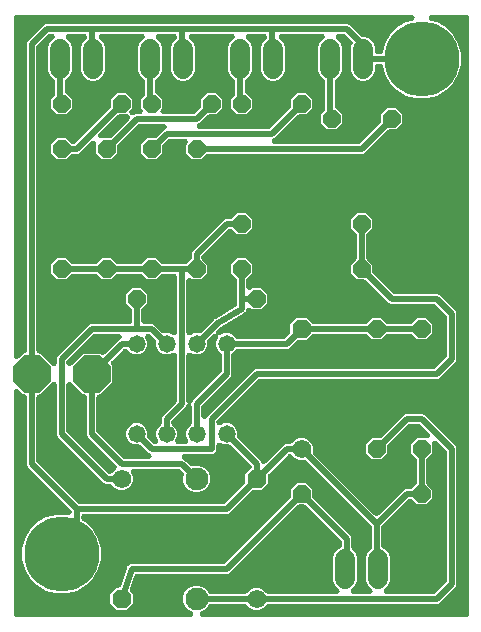
<source format=gbr>
G04 EAGLE Gerber RS-274X export*
G75*
%MOMM*%
%FSLAX34Y34*%
%LPD*%
%INTop Copper*%
%IPPOS*%
%AMOC8*
5,1,8,0,0,1.08239X$1,22.5*%
G01*
%ADD10C,1.574800*%
%ADD11P,1.704548X8X112.500000*%
%ADD12P,1.704548X8X292.500000*%
%ADD13P,1.594577X8X22.500000*%
%ADD14C,1.930400*%
%ADD15P,3.409096X8X292.500000*%
%ADD16C,1.473200*%
%ADD17C,1.676400*%
%ADD18P,1.594577X8X112.500000*%
%ADD19P,1.594577X8X292.500000*%
%ADD20P,1.594577X8X202.500000*%
%ADD21C,6.350000*%
%ADD22C,0.508000*%
%ADD23C,0.152400*%

G36*
X393535Y10164D02*
X393535Y10164D01*
X393569Y10162D01*
X393758Y10184D01*
X393949Y10201D01*
X393982Y10210D01*
X394016Y10214D01*
X394199Y10269D01*
X394383Y10319D01*
X394414Y10334D01*
X394447Y10344D01*
X394618Y10431D01*
X394790Y10513D01*
X394818Y10533D01*
X394849Y10548D01*
X395001Y10664D01*
X395156Y10775D01*
X395180Y10800D01*
X395207Y10820D01*
X395336Y10960D01*
X395470Y11097D01*
X395489Y11126D01*
X395513Y11152D01*
X395615Y11313D01*
X395722Y11470D01*
X395736Y11502D01*
X395754Y11531D01*
X395827Y11708D01*
X395904Y11882D01*
X395912Y11916D01*
X395925Y11948D01*
X395965Y12135D01*
X396011Y12320D01*
X396013Y12354D01*
X396020Y12388D01*
X396039Y12700D01*
X396039Y517400D01*
X396036Y517435D01*
X396038Y517469D01*
X396016Y517658D01*
X395999Y517849D01*
X395990Y517882D01*
X395986Y517916D01*
X395931Y518099D01*
X395881Y518283D01*
X395866Y518314D01*
X395856Y518347D01*
X395769Y518518D01*
X395687Y518690D01*
X395667Y518718D01*
X395652Y518749D01*
X395536Y518901D01*
X395425Y519056D01*
X395400Y519080D01*
X395380Y519107D01*
X395240Y519236D01*
X395103Y519370D01*
X395074Y519389D01*
X395048Y519413D01*
X394887Y519515D01*
X394730Y519622D01*
X394698Y519636D01*
X394669Y519654D01*
X394492Y519727D01*
X394318Y519804D01*
X394284Y519812D01*
X394252Y519825D01*
X394065Y519865D01*
X393880Y519911D01*
X393846Y519913D01*
X393812Y519920D01*
X393500Y519939D01*
X364099Y519939D01*
X363981Y519929D01*
X363862Y519928D01*
X363757Y519909D01*
X363651Y519899D01*
X363536Y519868D01*
X363420Y519847D01*
X363319Y519809D01*
X363216Y519781D01*
X363109Y519730D01*
X362998Y519688D01*
X362906Y519633D01*
X362810Y519587D01*
X362713Y519519D01*
X362611Y519458D01*
X362530Y519388D01*
X362444Y519325D01*
X362361Y519240D01*
X362271Y519163D01*
X362204Y519079D01*
X362129Y519003D01*
X362063Y518904D01*
X361989Y518812D01*
X361937Y518718D01*
X361877Y518630D01*
X361829Y518521D01*
X361772Y518417D01*
X361739Y518316D01*
X361695Y518218D01*
X361667Y518102D01*
X361629Y517990D01*
X361614Y517884D01*
X361589Y517780D01*
X361581Y517662D01*
X361564Y517545D01*
X361567Y517438D01*
X361561Y517331D01*
X361575Y517213D01*
X361578Y517095D01*
X361601Y516990D01*
X361613Y516884D01*
X361647Y516770D01*
X361672Y516654D01*
X361712Y516555D01*
X361743Y516453D01*
X361797Y516347D01*
X361842Y516237D01*
X361899Y516147D01*
X361948Y516051D01*
X362019Y515957D01*
X362083Y515857D01*
X362155Y515778D01*
X362220Y515693D01*
X362307Y515612D01*
X362387Y515525D01*
X362472Y515460D01*
X362551Y515388D01*
X362651Y515324D01*
X362745Y515252D01*
X362840Y515203D01*
X362930Y515146D01*
X363040Y515101D01*
X363146Y515047D01*
X363289Y514999D01*
X363347Y514975D01*
X363384Y514967D01*
X363442Y514947D01*
X368444Y513607D01*
X376031Y509226D01*
X382226Y503031D01*
X386607Y495444D01*
X388875Y486981D01*
X388875Y478219D01*
X386607Y469756D01*
X382226Y462169D01*
X376031Y455974D01*
X368444Y451593D01*
X359981Y449325D01*
X351219Y449325D01*
X342756Y451593D01*
X335169Y455974D01*
X328974Y462169D01*
X324593Y469756D01*
X322745Y476653D01*
X322692Y476797D01*
X322648Y476943D01*
X322615Y477008D01*
X322590Y477076D01*
X322513Y477208D01*
X322444Y477345D01*
X322400Y477402D01*
X322363Y477465D01*
X322264Y477581D01*
X322172Y477703D01*
X322118Y477753D01*
X322071Y477808D01*
X321953Y477905D01*
X321841Y478009D01*
X321779Y478048D01*
X321723Y478094D01*
X321590Y478168D01*
X321461Y478250D01*
X321394Y478278D01*
X321330Y478313D01*
X321186Y478363D01*
X321044Y478421D01*
X320973Y478437D01*
X320905Y478460D01*
X320754Y478484D01*
X320604Y478516D01*
X320511Y478522D01*
X320460Y478530D01*
X320403Y478528D01*
X320292Y478535D01*
X318516Y478535D01*
X318481Y478532D01*
X318447Y478534D01*
X318258Y478512D01*
X318067Y478495D01*
X318034Y478486D01*
X318000Y478482D01*
X317817Y478427D01*
X317633Y478377D01*
X317602Y478362D01*
X317569Y478352D01*
X317398Y478265D01*
X317226Y478183D01*
X317198Y478163D01*
X317167Y478148D01*
X317015Y478032D01*
X316860Y477921D01*
X316836Y477896D01*
X316809Y477876D01*
X316680Y477736D01*
X316546Y477599D01*
X316527Y477570D01*
X316503Y477544D01*
X316401Y477383D01*
X316294Y477226D01*
X316280Y477194D01*
X316262Y477165D01*
X316189Y476988D01*
X316112Y476814D01*
X316104Y476780D01*
X316091Y476748D01*
X316051Y476561D01*
X316005Y476376D01*
X316003Y476342D01*
X315996Y476308D01*
X315977Y475996D01*
X315977Y472247D01*
X314469Y468606D01*
X311682Y465819D01*
X308041Y464311D01*
X304099Y464311D01*
X300458Y465819D01*
X297671Y468606D01*
X296163Y472247D01*
X296163Y492953D01*
X297048Y495087D01*
X297112Y495291D01*
X297176Y495491D01*
X297178Y495504D01*
X297182Y495517D01*
X297209Y495728D01*
X297238Y495937D01*
X297237Y495950D01*
X297239Y495964D01*
X297228Y496174D01*
X297220Y496387D01*
X297217Y496400D01*
X297216Y496413D01*
X297168Y496619D01*
X297122Y496827D01*
X297117Y496839D01*
X297114Y496852D01*
X297031Y497046D01*
X296948Y497242D01*
X296941Y497253D01*
X296936Y497265D01*
X296820Y497441D01*
X296704Y497620D01*
X296694Y497632D01*
X296688Y497641D01*
X296661Y497669D01*
X296497Y497855D01*
X291160Y503192D01*
X291034Y503297D01*
X290913Y503409D01*
X290862Y503441D01*
X290815Y503480D01*
X290672Y503562D01*
X290533Y503650D01*
X290477Y503674D01*
X290424Y503704D01*
X290269Y503759D01*
X290117Y503821D01*
X290057Y503834D01*
X289999Y503855D01*
X289837Y503881D01*
X289676Y503916D01*
X289600Y503921D01*
X289555Y503928D01*
X289494Y503927D01*
X289365Y503935D01*
X285317Y503935D01*
X285188Y503924D01*
X285058Y503922D01*
X284964Y503904D01*
X284869Y503895D01*
X284743Y503861D01*
X284616Y503836D01*
X284526Y503802D01*
X284434Y503777D01*
X284317Y503721D01*
X284196Y503674D01*
X284114Y503624D01*
X284028Y503583D01*
X283922Y503508D01*
X283811Y503440D01*
X283739Y503377D01*
X283662Y503321D01*
X283571Y503228D01*
X283474Y503142D01*
X283414Y503067D01*
X283348Y502999D01*
X283275Y502891D01*
X283194Y502789D01*
X283149Y502705D01*
X283096Y502626D01*
X283043Y502507D01*
X282981Y502392D01*
X282952Y502301D01*
X282913Y502214D01*
X282882Y502087D01*
X282842Y501964D01*
X282829Y501869D01*
X282807Y501776D01*
X282799Y501647D01*
X282781Y501518D01*
X282785Y501422D01*
X282779Y501327D01*
X282794Y501198D01*
X282799Y501068D01*
X282820Y500975D01*
X282831Y500880D01*
X282869Y500755D01*
X282897Y500628D01*
X282934Y500540D01*
X282961Y500449D01*
X283020Y500333D01*
X283070Y500213D01*
X283122Y500133D01*
X283166Y500047D01*
X283244Y499944D01*
X283315Y499835D01*
X283401Y499737D01*
X283438Y499689D01*
X283471Y499658D01*
X283522Y499600D01*
X286529Y496594D01*
X288037Y492953D01*
X288037Y472247D01*
X286529Y468606D01*
X283737Y465815D01*
X283574Y465730D01*
X283385Y465634D01*
X283375Y465626D01*
X283363Y465619D01*
X283196Y465490D01*
X283027Y465362D01*
X283018Y465352D01*
X283007Y465344D01*
X282866Y465187D01*
X282721Y465030D01*
X282714Y465019D01*
X282706Y465009D01*
X282594Y464830D01*
X282480Y464651D01*
X282475Y464638D01*
X282468Y464627D01*
X282389Y464429D01*
X282309Y464234D01*
X282306Y464221D01*
X282301Y464209D01*
X282259Y464001D01*
X282214Y463794D01*
X282213Y463778D01*
X282211Y463768D01*
X282210Y463728D01*
X282195Y463482D01*
X282195Y442630D01*
X282209Y442467D01*
X282216Y442302D01*
X282229Y442243D01*
X282235Y442182D01*
X282278Y442023D01*
X282314Y441863D01*
X282337Y441806D01*
X282353Y441748D01*
X282424Y441599D01*
X282487Y441447D01*
X282520Y441396D01*
X282547Y441341D01*
X282642Y441207D01*
X282732Y441069D01*
X282783Y441011D01*
X282809Y440975D01*
X282852Y440932D01*
X282938Y440835D01*
X288291Y435483D01*
X288291Y428117D01*
X283083Y422909D01*
X275717Y422909D01*
X270509Y428117D01*
X270509Y435483D01*
X273322Y438295D01*
X273427Y438421D01*
X273539Y438542D01*
X273571Y438593D01*
X273610Y438640D01*
X273692Y438783D01*
X273780Y438922D01*
X273804Y438978D01*
X273834Y439031D01*
X273889Y439186D01*
X273951Y439338D01*
X273964Y439398D01*
X273985Y439456D01*
X274011Y439618D01*
X274046Y439779D01*
X274051Y439855D01*
X274058Y439900D01*
X274057Y439961D01*
X274065Y440090D01*
X274065Y463482D01*
X274046Y463693D01*
X274030Y463905D01*
X274027Y463917D01*
X274025Y463931D01*
X273969Y464135D01*
X273916Y464340D01*
X273910Y464352D01*
X273907Y464365D01*
X273816Y464555D01*
X273727Y464749D01*
X273719Y464760D01*
X273713Y464772D01*
X273590Y464944D01*
X273468Y465118D01*
X273459Y465127D01*
X273451Y465138D01*
X273299Y465285D01*
X273149Y465435D01*
X273138Y465442D01*
X273129Y465452D01*
X272953Y465570D01*
X272779Y465691D01*
X272764Y465698D01*
X272756Y465704D01*
X272720Y465720D01*
X272521Y465817D01*
X269731Y468606D01*
X268223Y472247D01*
X268223Y492953D01*
X269731Y496594D01*
X272738Y499600D01*
X272822Y499700D01*
X272912Y499793D01*
X272966Y499873D01*
X273027Y499946D01*
X273092Y500059D01*
X273164Y500166D01*
X273203Y500254D01*
X273251Y500337D01*
X273294Y500459D01*
X273347Y500578D01*
X273369Y500671D01*
X273401Y500761D01*
X273423Y500889D01*
X273453Y501016D01*
X273459Y501111D01*
X273475Y501205D01*
X273473Y501335D01*
X273481Y501465D01*
X273470Y501560D01*
X273469Y501656D01*
X273444Y501783D01*
X273429Y501912D01*
X273401Y502004D01*
X273383Y502098D01*
X273336Y502219D01*
X273299Y502343D01*
X273255Y502429D01*
X273221Y502518D01*
X273153Y502629D01*
X273094Y502745D01*
X273037Y502821D01*
X272987Y502902D01*
X272901Y503000D01*
X272822Y503103D01*
X272752Y503168D01*
X272689Y503240D01*
X272587Y503320D01*
X272491Y503409D01*
X272411Y503460D01*
X272336Y503519D01*
X272221Y503580D01*
X272111Y503650D01*
X272023Y503687D01*
X271939Y503732D01*
X271815Y503772D01*
X271695Y503821D01*
X271601Y503841D01*
X271511Y503871D01*
X271382Y503889D01*
X271255Y503916D01*
X271125Y503924D01*
X271065Y503932D01*
X271020Y503931D01*
X270943Y503935D01*
X237057Y503935D01*
X236928Y503924D01*
X236798Y503922D01*
X236704Y503904D01*
X236609Y503895D01*
X236483Y503861D01*
X236356Y503836D01*
X236266Y503802D01*
X236174Y503777D01*
X236057Y503721D01*
X235936Y503674D01*
X235854Y503624D01*
X235768Y503583D01*
X235662Y503508D01*
X235551Y503440D01*
X235479Y503377D01*
X235402Y503321D01*
X235311Y503228D01*
X235214Y503142D01*
X235154Y503067D01*
X235088Y502999D01*
X235015Y502891D01*
X234934Y502789D01*
X234889Y502705D01*
X234836Y502626D01*
X234783Y502507D01*
X234721Y502392D01*
X234692Y502301D01*
X234653Y502214D01*
X234622Y502087D01*
X234582Y501964D01*
X234569Y501869D01*
X234547Y501776D01*
X234539Y501647D01*
X234521Y501518D01*
X234525Y501422D01*
X234519Y501327D01*
X234534Y501198D01*
X234539Y501068D01*
X234560Y500975D01*
X234571Y500880D01*
X234609Y500755D01*
X234637Y500628D01*
X234674Y500540D01*
X234701Y500449D01*
X234760Y500333D01*
X234810Y500213D01*
X234862Y500133D01*
X234906Y500047D01*
X234984Y499944D01*
X235055Y499835D01*
X235141Y499737D01*
X235178Y499689D01*
X235211Y499658D01*
X235262Y499600D01*
X238269Y496594D01*
X239777Y492953D01*
X239777Y472247D01*
X238269Y468606D01*
X235482Y465819D01*
X231841Y464311D01*
X227899Y464311D01*
X224258Y465819D01*
X221471Y468606D01*
X219963Y472247D01*
X219963Y492953D01*
X221471Y496594D01*
X223792Y498914D01*
X223897Y499040D01*
X224009Y499161D01*
X224041Y499212D01*
X224080Y499259D01*
X224162Y499402D01*
X224250Y499541D01*
X224274Y499597D01*
X224304Y499650D01*
X224359Y499805D01*
X224421Y499957D01*
X224434Y500017D01*
X224455Y500074D01*
X224481Y500237D01*
X224516Y500397D01*
X224521Y500474D01*
X224528Y500519D01*
X224527Y500580D01*
X224535Y500709D01*
X224535Y501396D01*
X224532Y501431D01*
X224534Y501465D01*
X224512Y501654D01*
X224495Y501845D01*
X224486Y501878D01*
X224482Y501912D01*
X224427Y502095D01*
X224377Y502279D01*
X224362Y502310D01*
X224352Y502343D01*
X224265Y502514D01*
X224183Y502686D01*
X224163Y502714D01*
X224148Y502745D01*
X224032Y502897D01*
X223921Y503052D01*
X223896Y503076D01*
X223876Y503103D01*
X223736Y503232D01*
X223599Y503366D01*
X223570Y503385D01*
X223544Y503409D01*
X223383Y503511D01*
X223226Y503618D01*
X223194Y503632D01*
X223165Y503650D01*
X222988Y503723D01*
X222814Y503800D01*
X222780Y503808D01*
X222748Y503821D01*
X222561Y503861D01*
X222376Y503907D01*
X222342Y503909D01*
X222308Y503916D01*
X221996Y503935D01*
X209117Y503935D01*
X208988Y503924D01*
X208858Y503922D01*
X208764Y503904D01*
X208669Y503895D01*
X208543Y503861D01*
X208416Y503836D01*
X208326Y503802D01*
X208234Y503777D01*
X208117Y503721D01*
X207996Y503674D01*
X207914Y503624D01*
X207828Y503583D01*
X207722Y503508D01*
X207611Y503440D01*
X207539Y503377D01*
X207462Y503321D01*
X207371Y503228D01*
X207274Y503142D01*
X207214Y503067D01*
X207148Y502999D01*
X207075Y502891D01*
X206994Y502789D01*
X206949Y502705D01*
X206896Y502626D01*
X206843Y502507D01*
X206781Y502392D01*
X206752Y502301D01*
X206713Y502214D01*
X206682Y502087D01*
X206642Y501964D01*
X206629Y501869D01*
X206607Y501776D01*
X206599Y501647D01*
X206581Y501518D01*
X206585Y501422D01*
X206579Y501327D01*
X206594Y501198D01*
X206599Y501068D01*
X206620Y500975D01*
X206631Y500880D01*
X206669Y500755D01*
X206697Y500628D01*
X206734Y500540D01*
X206761Y500449D01*
X206820Y500333D01*
X206870Y500213D01*
X206922Y500133D01*
X206966Y500047D01*
X207044Y499944D01*
X207115Y499835D01*
X207201Y499737D01*
X207238Y499689D01*
X207271Y499658D01*
X207322Y499600D01*
X210329Y496594D01*
X211837Y492953D01*
X211837Y472247D01*
X210329Y468606D01*
X207537Y465815D01*
X207374Y465730D01*
X207185Y465634D01*
X207175Y465626D01*
X207163Y465619D01*
X206996Y465490D01*
X206827Y465362D01*
X206818Y465352D01*
X206807Y465344D01*
X206666Y465187D01*
X206521Y465030D01*
X206514Y465019D01*
X206506Y465009D01*
X206394Y464830D01*
X206280Y464651D01*
X206275Y464638D01*
X206268Y464627D01*
X206189Y464429D01*
X206109Y464234D01*
X206106Y464221D01*
X206101Y464209D01*
X206059Y464001D01*
X206014Y463794D01*
X206013Y463778D01*
X206011Y463768D01*
X206010Y463728D01*
X205995Y463482D01*
X205995Y455330D01*
X206009Y455167D01*
X206016Y455002D01*
X206029Y454943D01*
X206035Y454882D01*
X206078Y454723D01*
X206114Y454563D01*
X206137Y454506D01*
X206153Y454448D01*
X206224Y454299D01*
X206287Y454147D01*
X206320Y454096D01*
X206347Y454041D01*
X206442Y453907D01*
X206532Y453769D01*
X206583Y453711D01*
X206609Y453675D01*
X206652Y453632D01*
X206738Y453535D01*
X212091Y448183D01*
X212091Y440817D01*
X206883Y435609D01*
X199517Y435609D01*
X194309Y440817D01*
X194309Y448183D01*
X197122Y450995D01*
X197227Y451121D01*
X197339Y451242D01*
X197371Y451293D01*
X197410Y451340D01*
X197492Y451483D01*
X197580Y451622D01*
X197604Y451678D01*
X197634Y451731D01*
X197689Y451886D01*
X197751Y452038D01*
X197764Y452098D01*
X197785Y452156D01*
X197811Y452318D01*
X197846Y452479D01*
X197851Y452555D01*
X197858Y452600D01*
X197857Y452661D01*
X197865Y452790D01*
X197865Y463482D01*
X197846Y463693D01*
X197830Y463905D01*
X197827Y463917D01*
X197825Y463931D01*
X197769Y464135D01*
X197716Y464340D01*
X197710Y464352D01*
X197707Y464365D01*
X197616Y464555D01*
X197527Y464749D01*
X197519Y464760D01*
X197513Y464772D01*
X197390Y464944D01*
X197268Y465118D01*
X197259Y465127D01*
X197251Y465138D01*
X197099Y465285D01*
X196949Y465435D01*
X196938Y465442D01*
X196929Y465452D01*
X196753Y465570D01*
X196579Y465691D01*
X196564Y465698D01*
X196556Y465704D01*
X196520Y465720D01*
X196321Y465817D01*
X193531Y468606D01*
X192023Y472247D01*
X192023Y492953D01*
X193531Y496594D01*
X196538Y499600D01*
X196622Y499700D01*
X196712Y499793D01*
X196766Y499873D01*
X196827Y499946D01*
X196892Y500059D01*
X196964Y500166D01*
X197003Y500254D01*
X197051Y500337D01*
X197094Y500459D01*
X197147Y500578D01*
X197169Y500671D01*
X197201Y500761D01*
X197223Y500889D01*
X197253Y501016D01*
X197259Y501111D01*
X197275Y501205D01*
X197273Y501335D01*
X197281Y501465D01*
X197270Y501560D01*
X197269Y501656D01*
X197244Y501783D01*
X197229Y501912D01*
X197201Y502004D01*
X197183Y502098D01*
X197136Y502219D01*
X197099Y502343D01*
X197055Y502429D01*
X197021Y502518D01*
X196953Y502629D01*
X196894Y502745D01*
X196837Y502821D01*
X196787Y502902D01*
X196701Y503000D01*
X196622Y503103D01*
X196552Y503168D01*
X196489Y503240D01*
X196387Y503320D01*
X196291Y503409D01*
X196211Y503460D01*
X196136Y503519D01*
X196021Y503580D01*
X195911Y503650D01*
X195823Y503687D01*
X195739Y503732D01*
X195615Y503772D01*
X195495Y503821D01*
X195401Y503841D01*
X195311Y503871D01*
X195182Y503889D01*
X195055Y503916D01*
X194925Y503924D01*
X194865Y503932D01*
X194820Y503931D01*
X194743Y503935D01*
X160857Y503935D01*
X160728Y503924D01*
X160598Y503922D01*
X160504Y503904D01*
X160409Y503895D01*
X160283Y503861D01*
X160156Y503836D01*
X160066Y503802D01*
X159974Y503777D01*
X159857Y503721D01*
X159736Y503674D01*
X159654Y503624D01*
X159568Y503583D01*
X159462Y503508D01*
X159351Y503440D01*
X159279Y503377D01*
X159202Y503321D01*
X159111Y503228D01*
X159014Y503142D01*
X158954Y503067D01*
X158888Y502999D01*
X158815Y502891D01*
X158734Y502789D01*
X158689Y502705D01*
X158636Y502626D01*
X158583Y502507D01*
X158521Y502392D01*
X158492Y502301D01*
X158453Y502214D01*
X158422Y502087D01*
X158382Y501964D01*
X158369Y501869D01*
X158347Y501776D01*
X158339Y501647D01*
X158321Y501518D01*
X158325Y501422D01*
X158319Y501327D01*
X158334Y501198D01*
X158339Y501068D01*
X158360Y500975D01*
X158371Y500880D01*
X158409Y500755D01*
X158437Y500628D01*
X158474Y500540D01*
X158501Y500449D01*
X158560Y500333D01*
X158610Y500213D01*
X158662Y500133D01*
X158706Y500047D01*
X158784Y499944D01*
X158855Y499835D01*
X158941Y499737D01*
X158978Y499689D01*
X159011Y499658D01*
X159062Y499600D01*
X162069Y496594D01*
X163577Y492953D01*
X163577Y472247D01*
X162069Y468606D01*
X159282Y465819D01*
X155641Y464311D01*
X151699Y464311D01*
X148058Y465819D01*
X145271Y468606D01*
X143763Y472247D01*
X143763Y492953D01*
X145271Y496594D01*
X147592Y498914D01*
X147697Y499040D01*
X147809Y499161D01*
X147841Y499212D01*
X147880Y499259D01*
X147962Y499402D01*
X148050Y499541D01*
X148074Y499597D01*
X148104Y499650D01*
X148159Y499805D01*
X148221Y499957D01*
X148234Y500017D01*
X148255Y500074D01*
X148281Y500237D01*
X148316Y500397D01*
X148321Y500474D01*
X148328Y500519D01*
X148327Y500580D01*
X148335Y500709D01*
X148335Y501396D01*
X148332Y501431D01*
X148334Y501465D01*
X148312Y501654D01*
X148295Y501845D01*
X148286Y501878D01*
X148282Y501912D01*
X148227Y502095D01*
X148177Y502279D01*
X148162Y502310D01*
X148152Y502343D01*
X148065Y502514D01*
X147983Y502686D01*
X147963Y502714D01*
X147948Y502745D01*
X147832Y502897D01*
X147721Y503052D01*
X147696Y503076D01*
X147676Y503103D01*
X147536Y503232D01*
X147399Y503366D01*
X147370Y503385D01*
X147344Y503409D01*
X147183Y503511D01*
X147026Y503618D01*
X146994Y503632D01*
X146965Y503650D01*
X146788Y503723D01*
X146614Y503800D01*
X146580Y503808D01*
X146548Y503821D01*
X146361Y503861D01*
X146176Y503907D01*
X146142Y503909D01*
X146108Y503916D01*
X145796Y503935D01*
X132917Y503935D01*
X132788Y503924D01*
X132658Y503922D01*
X132564Y503904D01*
X132469Y503895D01*
X132343Y503861D01*
X132216Y503836D01*
X132126Y503802D01*
X132034Y503777D01*
X131917Y503721D01*
X131796Y503674D01*
X131714Y503624D01*
X131628Y503583D01*
X131522Y503508D01*
X131411Y503440D01*
X131339Y503377D01*
X131262Y503321D01*
X131171Y503228D01*
X131074Y503142D01*
X131014Y503067D01*
X130948Y502999D01*
X130875Y502891D01*
X130794Y502789D01*
X130749Y502705D01*
X130696Y502626D01*
X130643Y502507D01*
X130581Y502392D01*
X130552Y502301D01*
X130513Y502214D01*
X130482Y502087D01*
X130442Y501964D01*
X130429Y501869D01*
X130407Y501776D01*
X130399Y501647D01*
X130381Y501518D01*
X130385Y501422D01*
X130379Y501327D01*
X130394Y501198D01*
X130399Y501068D01*
X130420Y500975D01*
X130431Y500880D01*
X130469Y500755D01*
X130497Y500628D01*
X130534Y500540D01*
X130561Y500449D01*
X130620Y500333D01*
X130670Y500213D01*
X130722Y500133D01*
X130766Y500047D01*
X130844Y499944D01*
X130915Y499835D01*
X131001Y499737D01*
X131038Y499689D01*
X131071Y499658D01*
X131122Y499600D01*
X134129Y496594D01*
X135637Y492953D01*
X135637Y472247D01*
X134129Y468606D01*
X131337Y465815D01*
X131174Y465730D01*
X130985Y465634D01*
X130975Y465626D01*
X130963Y465619D01*
X130796Y465490D01*
X130627Y465362D01*
X130618Y465352D01*
X130607Y465344D01*
X130466Y465187D01*
X130321Y465030D01*
X130314Y465019D01*
X130306Y465009D01*
X130194Y464830D01*
X130080Y464651D01*
X130075Y464638D01*
X130068Y464627D01*
X129989Y464429D01*
X129909Y464234D01*
X129906Y464221D01*
X129901Y464209D01*
X129859Y464001D01*
X129814Y463794D01*
X129813Y463778D01*
X129811Y463768D01*
X129810Y463728D01*
X129795Y463482D01*
X129795Y455330D01*
X129809Y455167D01*
X129816Y455002D01*
X129829Y454943D01*
X129835Y454882D01*
X129878Y454723D01*
X129914Y454563D01*
X129937Y454506D01*
X129953Y454448D01*
X130024Y454299D01*
X130087Y454147D01*
X130120Y454096D01*
X130147Y454041D01*
X130242Y453907D01*
X130332Y453769D01*
X130383Y453711D01*
X130409Y453675D01*
X130452Y453632D01*
X130538Y453535D01*
X135891Y448183D01*
X135891Y440817D01*
X135273Y440200D01*
X135190Y440100D01*
X135099Y440007D01*
X135045Y439927D01*
X134984Y439854D01*
X134919Y439741D01*
X134847Y439634D01*
X134808Y439546D01*
X134761Y439463D01*
X134717Y439341D01*
X134664Y439222D01*
X134642Y439129D01*
X134610Y439039D01*
X134589Y438911D01*
X134558Y438784D01*
X134552Y438689D01*
X134536Y438595D01*
X134538Y438465D01*
X134530Y438335D01*
X134541Y438240D01*
X134542Y438144D01*
X134567Y438017D01*
X134582Y437888D01*
X134610Y437796D01*
X134628Y437702D01*
X134675Y437581D01*
X134712Y437457D01*
X134756Y437371D01*
X134790Y437282D01*
X134858Y437171D01*
X134917Y437055D01*
X134975Y436979D01*
X135024Y436898D01*
X135110Y436800D01*
X135189Y436697D01*
X135259Y436632D01*
X135322Y436560D01*
X135424Y436480D01*
X135520Y436391D01*
X135601Y436340D01*
X135675Y436281D01*
X135790Y436219D01*
X135900Y436150D01*
X135988Y436113D01*
X136072Y436068D01*
X136196Y436028D01*
X136316Y435979D01*
X136410Y435959D01*
X136501Y435929D01*
X136629Y435911D01*
X136756Y435884D01*
X136887Y435876D01*
X136947Y435868D01*
X136991Y435869D01*
X137068Y435865D01*
X162365Y435865D01*
X162528Y435879D01*
X162693Y435886D01*
X162752Y435899D01*
X162813Y435905D01*
X162972Y435948D01*
X163132Y435984D01*
X163189Y436007D01*
X163247Y436023D01*
X163396Y436094D01*
X163548Y436157D01*
X163599Y436190D01*
X163654Y436217D01*
X163788Y436312D01*
X163926Y436402D01*
X163984Y436453D01*
X164020Y436479D01*
X164063Y436522D01*
X164160Y436608D01*
X168166Y440614D01*
X168271Y440740D01*
X168383Y440861D01*
X168415Y440912D01*
X168454Y440959D01*
X168536Y441102D01*
X168624Y441241D01*
X168648Y441297D01*
X168678Y441350D01*
X168733Y441505D01*
X168795Y441657D01*
X168808Y441717D01*
X168829Y441775D01*
X168855Y441937D01*
X168890Y442098D01*
X168895Y442174D01*
X168902Y442219D01*
X168901Y442280D01*
X168909Y442409D01*
X168909Y448183D01*
X174117Y453391D01*
X181483Y453391D01*
X186691Y448183D01*
X186691Y440817D01*
X181483Y435609D01*
X175709Y435609D01*
X175546Y435595D01*
X175381Y435588D01*
X175322Y435575D01*
X175261Y435569D01*
X175102Y435526D01*
X174942Y435490D01*
X174885Y435467D01*
X174827Y435451D01*
X174678Y435380D01*
X174526Y435317D01*
X174475Y435284D01*
X174420Y435257D01*
X174286Y435162D01*
X174148Y435072D01*
X174090Y435021D01*
X174054Y434995D01*
X174011Y434952D01*
X173914Y434866D01*
X167402Y428354D01*
X166668Y428050D01*
X166510Y427968D01*
X166350Y427891D01*
X166312Y427864D01*
X166269Y427841D01*
X166129Y427733D01*
X165984Y427629D01*
X165951Y427595D01*
X165913Y427566D01*
X165794Y427434D01*
X165670Y427307D01*
X165643Y427267D01*
X165611Y427231D01*
X165518Y427081D01*
X165418Y426934D01*
X165399Y426890D01*
X165374Y426849D01*
X165308Y426684D01*
X165236Y426522D01*
X165225Y426475D01*
X165207Y426431D01*
X165171Y426257D01*
X165129Y426084D01*
X165126Y426037D01*
X165117Y425990D01*
X165112Y425812D01*
X165102Y425635D01*
X165107Y425587D01*
X165106Y425540D01*
X165133Y425364D01*
X165154Y425188D01*
X165168Y425142D01*
X165175Y425095D01*
X165233Y424927D01*
X165284Y424757D01*
X165306Y424714D01*
X165321Y424669D01*
X165408Y424514D01*
X165488Y424355D01*
X165517Y424317D01*
X165541Y424276D01*
X165653Y424138D01*
X165760Y423997D01*
X165796Y423964D01*
X165826Y423927D01*
X165961Y423812D01*
X166091Y423691D01*
X166132Y423666D01*
X166168Y423635D01*
X166321Y423545D01*
X166471Y423450D01*
X166516Y423431D01*
X166557Y423407D01*
X166723Y423346D01*
X166888Y423279D01*
X166935Y423269D01*
X166979Y423252D01*
X167154Y423221D01*
X167328Y423184D01*
X167387Y423180D01*
X167423Y423174D01*
X167486Y423174D01*
X167640Y423165D01*
X225865Y423165D01*
X226028Y423179D01*
X226193Y423186D01*
X226252Y423199D01*
X226313Y423205D01*
X226472Y423248D01*
X226632Y423284D01*
X226689Y423307D01*
X226747Y423323D01*
X226896Y423394D01*
X227048Y423457D01*
X227099Y423490D01*
X227154Y423517D01*
X227288Y423612D01*
X227426Y423702D01*
X227484Y423753D01*
X227520Y423779D01*
X227563Y423822D01*
X227660Y423908D01*
X244366Y440614D01*
X244471Y440740D01*
X244583Y440861D01*
X244615Y440912D01*
X244654Y440959D01*
X244736Y441102D01*
X244824Y441241D01*
X244848Y441297D01*
X244878Y441350D01*
X244933Y441505D01*
X244995Y441657D01*
X245008Y441717D01*
X245029Y441775D01*
X245055Y441937D01*
X245090Y442098D01*
X245095Y442174D01*
X245102Y442219D01*
X245101Y442280D01*
X245109Y442409D01*
X245109Y448183D01*
X250317Y453391D01*
X257683Y453391D01*
X262891Y448183D01*
X262891Y440817D01*
X257683Y435609D01*
X251909Y435609D01*
X251746Y435595D01*
X251581Y435588D01*
X251522Y435575D01*
X251461Y435569D01*
X251302Y435526D01*
X251142Y435490D01*
X251085Y435467D01*
X251027Y435451D01*
X250878Y435380D01*
X250726Y435317D01*
X250675Y435284D01*
X250620Y435257D01*
X250486Y435162D01*
X250348Y435072D01*
X250290Y435021D01*
X250254Y434995D01*
X250211Y434952D01*
X250114Y434866D01*
X230902Y415654D01*
X230168Y415350D01*
X230010Y415268D01*
X229850Y415191D01*
X229812Y415164D01*
X229769Y415141D01*
X229629Y415033D01*
X229484Y414929D01*
X229451Y414895D01*
X229413Y414866D01*
X229294Y414734D01*
X229170Y414607D01*
X229143Y414567D01*
X229111Y414531D01*
X229018Y414381D01*
X228918Y414234D01*
X228899Y414190D01*
X228874Y414149D01*
X228808Y413984D01*
X228736Y413822D01*
X228725Y413775D01*
X228707Y413731D01*
X228671Y413557D01*
X228629Y413384D01*
X228626Y413337D01*
X228617Y413290D01*
X228612Y413112D01*
X228602Y412935D01*
X228607Y412887D01*
X228606Y412840D01*
X228633Y412664D01*
X228654Y412488D01*
X228668Y412442D01*
X228675Y412395D01*
X228733Y412227D01*
X228784Y412057D01*
X228806Y412014D01*
X228821Y411969D01*
X228908Y411814D01*
X228988Y411655D01*
X229017Y411617D01*
X229041Y411576D01*
X229153Y411438D01*
X229260Y411297D01*
X229296Y411264D01*
X229326Y411227D01*
X229461Y411112D01*
X229591Y410991D01*
X229632Y410966D01*
X229668Y410935D01*
X229821Y410845D01*
X229971Y410750D01*
X230016Y410731D01*
X230057Y410707D01*
X230223Y410646D01*
X230388Y410579D01*
X230435Y410569D01*
X230479Y410552D01*
X230654Y410521D01*
X230828Y410484D01*
X230887Y410480D01*
X230923Y410474D01*
X230986Y410474D01*
X231140Y410465D01*
X302065Y410465D01*
X302228Y410479D01*
X302393Y410486D01*
X302452Y410499D01*
X302513Y410505D01*
X302672Y410548D01*
X302832Y410584D01*
X302889Y410607D01*
X302947Y410623D01*
X303096Y410694D01*
X303248Y410757D01*
X303299Y410790D01*
X303354Y410817D01*
X303488Y410912D01*
X303626Y411002D01*
X303684Y411053D01*
X303720Y411079D01*
X303763Y411122D01*
X303860Y411208D01*
X320566Y427914D01*
X320671Y428040D01*
X320783Y428161D01*
X320815Y428212D01*
X320854Y428259D01*
X320936Y428402D01*
X321024Y428541D01*
X321048Y428597D01*
X321078Y428650D01*
X321133Y428805D01*
X321195Y428957D01*
X321208Y429017D01*
X321229Y429075D01*
X321255Y429237D01*
X321290Y429398D01*
X321295Y429474D01*
X321302Y429519D01*
X321301Y429580D01*
X321309Y429709D01*
X321309Y435483D01*
X326517Y440691D01*
X333883Y440691D01*
X339091Y435483D01*
X339091Y428117D01*
X333883Y422909D01*
X328109Y422909D01*
X327946Y422895D01*
X327781Y422888D01*
X327722Y422875D01*
X327661Y422869D01*
X327502Y422826D01*
X327342Y422790D01*
X327285Y422767D01*
X327227Y422751D01*
X327078Y422680D01*
X326926Y422617D01*
X326875Y422584D01*
X326820Y422557D01*
X326686Y422462D01*
X326548Y422372D01*
X326490Y422321D01*
X326454Y422295D01*
X326411Y422252D01*
X326314Y422166D01*
X307102Y402954D01*
X305609Y402335D01*
X174660Y402335D01*
X174497Y402321D01*
X174332Y402314D01*
X174273Y402301D01*
X174212Y402295D01*
X174053Y402252D01*
X173893Y402216D01*
X173836Y402193D01*
X173778Y402177D01*
X173629Y402106D01*
X173477Y402043D01*
X173426Y402010D01*
X173371Y401983D01*
X173237Y401888D01*
X173099Y401798D01*
X173041Y401747D01*
X173005Y401721D01*
X172962Y401678D01*
X172865Y401592D01*
X168783Y397509D01*
X161417Y397509D01*
X156209Y402717D01*
X156209Y410083D01*
X156827Y410700D01*
X156910Y410800D01*
X157001Y410893D01*
X157055Y410973D01*
X157116Y411046D01*
X157181Y411159D01*
X157253Y411266D01*
X157292Y411354D01*
X157339Y411437D01*
X157383Y411559D01*
X157436Y411678D01*
X157458Y411771D01*
X157490Y411861D01*
X157511Y411989D01*
X157542Y412116D01*
X157548Y412211D01*
X157564Y412305D01*
X157562Y412435D01*
X157570Y412565D01*
X157559Y412660D01*
X157558Y412756D01*
X157533Y412883D01*
X157518Y413012D01*
X157490Y413104D01*
X157472Y413198D01*
X157425Y413319D01*
X157388Y413443D01*
X157344Y413529D01*
X157310Y413618D01*
X157242Y413729D01*
X157183Y413845D01*
X157125Y413921D01*
X157076Y414002D01*
X156990Y414100D01*
X156911Y414203D01*
X156841Y414268D01*
X156778Y414340D01*
X156676Y414420D01*
X156580Y414509D01*
X156499Y414560D01*
X156425Y414619D01*
X156310Y414681D01*
X156200Y414750D01*
X156112Y414787D01*
X156028Y414832D01*
X155904Y414872D01*
X155784Y414921D01*
X155690Y414941D01*
X155599Y414971D01*
X155471Y414989D01*
X155344Y415016D01*
X155213Y415024D01*
X155153Y415032D01*
X155109Y415031D01*
X155032Y415035D01*
X142435Y415035D01*
X142272Y415021D01*
X142107Y415014D01*
X142048Y415001D01*
X141987Y414995D01*
X141828Y414952D01*
X141668Y414916D01*
X141611Y414893D01*
X141553Y414877D01*
X141404Y414806D01*
X141252Y414743D01*
X141201Y414710D01*
X141146Y414683D01*
X141012Y414588D01*
X140874Y414498D01*
X140816Y414447D01*
X140780Y414421D01*
X140737Y414378D01*
X140640Y414292D01*
X136634Y410286D01*
X136529Y410160D01*
X136417Y410039D01*
X136385Y409988D01*
X136346Y409941D01*
X136264Y409798D01*
X136176Y409659D01*
X136152Y409603D01*
X136122Y409550D01*
X136067Y409395D01*
X136005Y409243D01*
X135992Y409183D01*
X135971Y409125D01*
X135945Y408963D01*
X135910Y408802D01*
X135905Y408726D01*
X135898Y408681D01*
X135899Y408620D01*
X135891Y408491D01*
X135891Y402717D01*
X130683Y397509D01*
X123317Y397509D01*
X118109Y402717D01*
X118109Y410083D01*
X123317Y415291D01*
X129091Y415291D01*
X129254Y415305D01*
X129419Y415312D01*
X129478Y415325D01*
X129539Y415331D01*
X129698Y415374D01*
X129858Y415410D01*
X129915Y415433D01*
X129973Y415449D01*
X130122Y415520D01*
X130274Y415583D01*
X130325Y415616D01*
X130380Y415643D01*
X130514Y415738D01*
X130652Y415828D01*
X130710Y415879D01*
X130746Y415905D01*
X130789Y415948D01*
X130886Y416034D01*
X137398Y422546D01*
X138132Y422850D01*
X138290Y422932D01*
X138450Y423009D01*
X138488Y423036D01*
X138531Y423059D01*
X138671Y423167D01*
X138816Y423271D01*
X138849Y423305D01*
X138887Y423334D01*
X139006Y423466D01*
X139130Y423593D01*
X139157Y423633D01*
X139189Y423669D01*
X139282Y423819D01*
X139382Y423966D01*
X139401Y424010D01*
X139426Y424051D01*
X139492Y424216D01*
X139564Y424378D01*
X139575Y424425D01*
X139593Y424469D01*
X139629Y424643D01*
X139671Y424816D01*
X139674Y424863D01*
X139683Y424910D01*
X139687Y425088D01*
X139698Y425265D01*
X139693Y425313D01*
X139694Y425360D01*
X139667Y425536D01*
X139646Y425712D01*
X139632Y425758D01*
X139625Y425805D01*
X139567Y425973D01*
X139516Y426143D01*
X139494Y426186D01*
X139479Y426231D01*
X139392Y426386D01*
X139312Y426545D01*
X139283Y426583D01*
X139259Y426624D01*
X139147Y426762D01*
X139040Y426903D01*
X139004Y426936D01*
X138974Y426973D01*
X138839Y427088D01*
X138709Y427209D01*
X138668Y427234D01*
X138632Y427265D01*
X138479Y427355D01*
X138329Y427450D01*
X138284Y427469D01*
X138243Y427493D01*
X138077Y427554D01*
X137912Y427621D01*
X137865Y427631D01*
X137821Y427648D01*
X137646Y427679D01*
X137472Y427716D01*
X137413Y427720D01*
X137377Y427726D01*
X137314Y427726D01*
X137160Y427735D01*
X117035Y427735D01*
X116872Y427721D01*
X116707Y427714D01*
X116648Y427701D01*
X116587Y427695D01*
X116428Y427652D01*
X116268Y427616D01*
X116211Y427593D01*
X116153Y427577D01*
X116004Y427506D01*
X115852Y427443D01*
X115801Y427410D01*
X115746Y427383D01*
X115612Y427288D01*
X115474Y427198D01*
X115416Y427147D01*
X115380Y427121D01*
X115337Y427078D01*
X115240Y426992D01*
X98534Y410286D01*
X98429Y410160D01*
X98317Y410039D01*
X98285Y409988D01*
X98246Y409941D01*
X98164Y409798D01*
X98076Y409659D01*
X98052Y409603D01*
X98022Y409550D01*
X97967Y409395D01*
X97905Y409243D01*
X97892Y409183D01*
X97871Y409125D01*
X97845Y408963D01*
X97810Y408802D01*
X97805Y408726D01*
X97798Y408681D01*
X97799Y408620D01*
X97791Y408491D01*
X97791Y402717D01*
X92583Y397509D01*
X85217Y397509D01*
X80009Y402717D01*
X80009Y411031D01*
X79998Y411160D01*
X79996Y411290D01*
X79978Y411384D01*
X79969Y411479D01*
X79935Y411605D01*
X79910Y411732D01*
X79876Y411821D01*
X79851Y411913D01*
X79795Y412031D01*
X79748Y412152D01*
X79698Y412234D01*
X79657Y412320D01*
X79582Y412426D01*
X79514Y412537D01*
X79451Y412608D01*
X79395Y412686D01*
X79302Y412777D01*
X79216Y412874D01*
X79141Y412933D01*
X79073Y413000D01*
X78965Y413073D01*
X78863Y413154D01*
X78779Y413199D01*
X78700Y413252D01*
X78581Y413305D01*
X78466Y413366D01*
X78375Y413396D01*
X78288Y413435D01*
X78161Y413465D01*
X78038Y413506D01*
X77943Y413519D01*
X77850Y413541D01*
X77721Y413549D01*
X77592Y413567D01*
X77496Y413563D01*
X77401Y413569D01*
X77272Y413554D01*
X77142Y413549D01*
X77049Y413528D01*
X76954Y413517D01*
X76829Y413479D01*
X76702Y413451D01*
X76614Y413414D01*
X76523Y413387D01*
X76407Y413327D01*
X76287Y413277D01*
X76207Y413226D01*
X76121Y413182D01*
X76018Y413104D01*
X75909Y413033D01*
X75811Y412947D01*
X75763Y412910D01*
X75732Y412877D01*
X75674Y412826D01*
X67303Y404455D01*
X65802Y402954D01*
X64309Y402335D01*
X60360Y402335D01*
X60197Y402321D01*
X60032Y402314D01*
X59973Y402301D01*
X59912Y402295D01*
X59753Y402252D01*
X59593Y402216D01*
X59536Y402193D01*
X59478Y402177D01*
X59329Y402106D01*
X59177Y402043D01*
X59126Y402010D01*
X59071Y401983D01*
X58937Y401888D01*
X58799Y401798D01*
X58741Y401747D01*
X58705Y401721D01*
X58662Y401678D01*
X58565Y401592D01*
X54483Y397509D01*
X47117Y397509D01*
X41909Y402717D01*
X41909Y410083D01*
X47117Y415291D01*
X54483Y415291D01*
X58565Y411208D01*
X58691Y411103D01*
X58812Y410991D01*
X58864Y410959D01*
X58910Y410920D01*
X59053Y410838D01*
X59192Y410750D01*
X59248Y410726D01*
X59301Y410696D01*
X59456Y410641D01*
X59608Y410579D01*
X59668Y410566D01*
X59725Y410545D01*
X59888Y410519D01*
X60049Y410484D01*
X60126Y410479D01*
X60170Y410472D01*
X60230Y410473D01*
X60360Y410465D01*
X60765Y410465D01*
X60928Y410479D01*
X61093Y410486D01*
X61152Y410499D01*
X61213Y410505D01*
X61372Y410548D01*
X61532Y410584D01*
X61589Y410607D01*
X61647Y410623D01*
X61796Y410694D01*
X61948Y410757D01*
X61999Y410790D01*
X62054Y410817D01*
X62188Y410912D01*
X62326Y411002D01*
X62384Y411053D01*
X62420Y411079D01*
X62463Y411122D01*
X62560Y411208D01*
X91966Y440614D01*
X92071Y440740D01*
X92183Y440861D01*
X92215Y440912D01*
X92254Y440959D01*
X92336Y441102D01*
X92424Y441241D01*
X92448Y441297D01*
X92478Y441350D01*
X92533Y441505D01*
X92595Y441657D01*
X92608Y441717D01*
X92629Y441775D01*
X92655Y441937D01*
X92690Y442098D01*
X92695Y442174D01*
X92702Y442219D01*
X92701Y442280D01*
X92709Y442409D01*
X92709Y448183D01*
X97917Y453391D01*
X105283Y453391D01*
X110491Y448183D01*
X110491Y440817D01*
X108941Y439268D01*
X108827Y439131D01*
X108708Y438999D01*
X108683Y438959D01*
X108652Y438922D01*
X108564Y438768D01*
X108470Y438617D01*
X108452Y438573D01*
X108429Y438531D01*
X108369Y438364D01*
X108303Y438199D01*
X108294Y438152D01*
X108278Y438107D01*
X108249Y437932D01*
X108213Y437758D01*
X108212Y437710D01*
X108204Y437663D01*
X108207Y437485D01*
X108202Y437308D01*
X108210Y437260D01*
X108210Y437212D01*
X108244Y437038D01*
X108271Y436863D01*
X108287Y436817D01*
X108296Y436770D01*
X108360Y436605D01*
X108418Y436437D01*
X108441Y436395D01*
X108458Y436350D01*
X108550Y436199D01*
X108637Y436044D01*
X108667Y436007D01*
X108692Y435966D01*
X108810Y435832D01*
X108922Y435695D01*
X108959Y435664D01*
X108990Y435628D01*
X109130Y435518D01*
X109265Y435403D01*
X109306Y435379D01*
X109343Y435349D01*
X109500Y435265D01*
X109653Y435175D01*
X109698Y435159D01*
X109740Y435136D01*
X109909Y435081D01*
X110076Y435020D01*
X110123Y435012D01*
X110169Y434997D01*
X110344Y434973D01*
X110519Y434942D01*
X110567Y434942D01*
X110615Y434936D01*
X110793Y434943D01*
X110970Y434943D01*
X111017Y434952D01*
X111065Y434954D01*
X111238Y434992D01*
X111413Y435024D01*
X111469Y435044D01*
X111504Y435052D01*
X111562Y435076D01*
X111708Y435126D01*
X113491Y435865D01*
X116932Y435865D01*
X117061Y435876D01*
X117191Y435878D01*
X117285Y435896D01*
X117380Y435905D01*
X117506Y435939D01*
X117633Y435964D01*
X117722Y435998D01*
X117814Y436023D01*
X117932Y436079D01*
X118053Y436126D01*
X118135Y436176D01*
X118221Y436217D01*
X118327Y436292D01*
X118438Y436360D01*
X118510Y436423D01*
X118587Y436479D01*
X118678Y436572D01*
X118775Y436658D01*
X118835Y436733D01*
X118901Y436801D01*
X118974Y436909D01*
X119055Y437011D01*
X119100Y437095D01*
X119153Y437174D01*
X119206Y437293D01*
X119267Y437408D01*
X119297Y437499D01*
X119336Y437586D01*
X119366Y437713D01*
X119407Y437836D01*
X119420Y437931D01*
X119442Y438024D01*
X119450Y438153D01*
X119468Y438282D01*
X119464Y438378D01*
X119470Y438473D01*
X119455Y438602D01*
X119450Y438732D01*
X119429Y438825D01*
X119418Y438920D01*
X119380Y439045D01*
X119352Y439172D01*
X119315Y439260D01*
X119288Y439351D01*
X119228Y439467D01*
X119178Y439587D01*
X119127Y439667D01*
X119083Y439753D01*
X119005Y439856D01*
X118934Y439965D01*
X118848Y440063D01*
X118811Y440111D01*
X118778Y440142D01*
X118727Y440200D01*
X118109Y440817D01*
X118109Y448183D01*
X120922Y450995D01*
X121027Y451121D01*
X121139Y451242D01*
X121171Y451293D01*
X121210Y451340D01*
X121292Y451483D01*
X121380Y451622D01*
X121404Y451678D01*
X121434Y451731D01*
X121489Y451886D01*
X121551Y452038D01*
X121564Y452098D01*
X121585Y452156D01*
X121611Y452318D01*
X121646Y452479D01*
X121651Y452555D01*
X121658Y452600D01*
X121657Y452661D01*
X121665Y452790D01*
X121665Y463482D01*
X121646Y463693D01*
X121630Y463905D01*
X121627Y463917D01*
X121625Y463931D01*
X121569Y464135D01*
X121516Y464340D01*
X121510Y464352D01*
X121507Y464365D01*
X121416Y464555D01*
X121327Y464749D01*
X121319Y464760D01*
X121313Y464772D01*
X121190Y464944D01*
X121068Y465118D01*
X121059Y465127D01*
X121051Y465138D01*
X120899Y465285D01*
X120749Y465435D01*
X120738Y465442D01*
X120729Y465452D01*
X120553Y465570D01*
X120379Y465691D01*
X120364Y465698D01*
X120356Y465704D01*
X120320Y465720D01*
X120121Y465817D01*
X117331Y468606D01*
X115823Y472247D01*
X115823Y492953D01*
X117331Y496594D01*
X120338Y499600D01*
X120422Y499700D01*
X120512Y499793D01*
X120566Y499873D01*
X120627Y499946D01*
X120692Y500059D01*
X120764Y500166D01*
X120803Y500254D01*
X120851Y500337D01*
X120894Y500459D01*
X120947Y500578D01*
X120969Y500671D01*
X121001Y500761D01*
X121023Y500889D01*
X121053Y501016D01*
X121059Y501111D01*
X121075Y501205D01*
X121073Y501335D01*
X121081Y501465D01*
X121070Y501560D01*
X121069Y501656D01*
X121044Y501783D01*
X121029Y501912D01*
X121001Y502004D01*
X120983Y502098D01*
X120936Y502219D01*
X120899Y502343D01*
X120855Y502429D01*
X120821Y502518D01*
X120753Y502629D01*
X120694Y502745D01*
X120637Y502821D01*
X120587Y502902D01*
X120501Y503000D01*
X120422Y503103D01*
X120352Y503168D01*
X120289Y503240D01*
X120187Y503320D01*
X120091Y503409D01*
X120011Y503460D01*
X119936Y503519D01*
X119821Y503580D01*
X119711Y503650D01*
X119623Y503687D01*
X119539Y503732D01*
X119415Y503772D01*
X119295Y503821D01*
X119201Y503841D01*
X119111Y503871D01*
X118982Y503889D01*
X118855Y503916D01*
X118725Y503924D01*
X118665Y503932D01*
X118620Y503931D01*
X118543Y503935D01*
X84657Y503935D01*
X84528Y503924D01*
X84398Y503922D01*
X84304Y503904D01*
X84209Y503895D01*
X84083Y503861D01*
X83956Y503836D01*
X83866Y503802D01*
X83774Y503777D01*
X83657Y503721D01*
X83536Y503674D01*
X83454Y503624D01*
X83368Y503583D01*
X83262Y503508D01*
X83151Y503440D01*
X83079Y503377D01*
X83002Y503321D01*
X82911Y503228D01*
X82814Y503142D01*
X82754Y503067D01*
X82688Y502999D01*
X82615Y502891D01*
X82534Y502789D01*
X82489Y502705D01*
X82436Y502626D01*
X82383Y502507D01*
X82321Y502392D01*
X82292Y502301D01*
X82253Y502214D01*
X82222Y502087D01*
X82182Y501964D01*
X82169Y501869D01*
X82147Y501776D01*
X82139Y501647D01*
X82121Y501518D01*
X82125Y501422D01*
X82119Y501327D01*
X82134Y501198D01*
X82139Y501068D01*
X82160Y500975D01*
X82171Y500880D01*
X82209Y500755D01*
X82237Y500628D01*
X82274Y500540D01*
X82301Y500449D01*
X82360Y500333D01*
X82410Y500213D01*
X82462Y500133D01*
X82506Y500047D01*
X82584Y499944D01*
X82655Y499835D01*
X82741Y499737D01*
X82778Y499689D01*
X82811Y499658D01*
X82862Y499600D01*
X85869Y496594D01*
X87377Y492953D01*
X87377Y472247D01*
X85869Y468606D01*
X83082Y465819D01*
X79441Y464311D01*
X75499Y464311D01*
X71858Y465819D01*
X69071Y468606D01*
X67563Y472247D01*
X67563Y492953D01*
X69071Y496594D01*
X71392Y498914D01*
X71497Y499040D01*
X71609Y499161D01*
X71641Y499212D01*
X71680Y499259D01*
X71762Y499402D01*
X71850Y499541D01*
X71874Y499597D01*
X71904Y499650D01*
X71959Y499805D01*
X72021Y499957D01*
X72034Y500017D01*
X72055Y500074D01*
X72081Y500237D01*
X72116Y500397D01*
X72121Y500474D01*
X72128Y500519D01*
X72127Y500580D01*
X72135Y500709D01*
X72135Y501396D01*
X72132Y501431D01*
X72134Y501465D01*
X72112Y501654D01*
X72095Y501845D01*
X72086Y501878D01*
X72082Y501912D01*
X72027Y502095D01*
X71977Y502279D01*
X71962Y502310D01*
X71952Y502343D01*
X71865Y502514D01*
X71783Y502686D01*
X71763Y502714D01*
X71748Y502745D01*
X71632Y502897D01*
X71521Y503052D01*
X71496Y503076D01*
X71476Y503103D01*
X71336Y503232D01*
X71199Y503366D01*
X71170Y503385D01*
X71144Y503409D01*
X70983Y503511D01*
X70826Y503618D01*
X70794Y503632D01*
X70765Y503650D01*
X70588Y503723D01*
X70414Y503800D01*
X70380Y503808D01*
X70348Y503821D01*
X70161Y503861D01*
X69976Y503907D01*
X69942Y503909D01*
X69908Y503916D01*
X69596Y503935D01*
X56717Y503935D01*
X56588Y503924D01*
X56458Y503922D01*
X56364Y503904D01*
X56269Y503895D01*
X56143Y503861D01*
X56016Y503836D01*
X55926Y503802D01*
X55834Y503777D01*
X55717Y503721D01*
X55596Y503674D01*
X55514Y503624D01*
X55428Y503583D01*
X55322Y503508D01*
X55211Y503440D01*
X55139Y503377D01*
X55062Y503321D01*
X54971Y503228D01*
X54874Y503142D01*
X54814Y503067D01*
X54748Y502999D01*
X54675Y502891D01*
X54594Y502789D01*
X54549Y502705D01*
X54496Y502626D01*
X54443Y502507D01*
X54381Y502392D01*
X54352Y502301D01*
X54313Y502214D01*
X54282Y502087D01*
X54242Y501964D01*
X54229Y501869D01*
X54207Y501776D01*
X54199Y501647D01*
X54181Y501518D01*
X54185Y501422D01*
X54179Y501327D01*
X54194Y501198D01*
X54199Y501068D01*
X54220Y500975D01*
X54231Y500880D01*
X54269Y500755D01*
X54297Y500628D01*
X54334Y500540D01*
X54361Y500449D01*
X54420Y500333D01*
X54470Y500213D01*
X54522Y500133D01*
X54566Y500047D01*
X54644Y499944D01*
X54715Y499835D01*
X54801Y499737D01*
X54838Y499689D01*
X54871Y499658D01*
X54922Y499600D01*
X57929Y496594D01*
X59437Y492953D01*
X59437Y472247D01*
X57929Y468606D01*
X55137Y465815D01*
X54974Y465730D01*
X54785Y465634D01*
X54775Y465626D01*
X54763Y465619D01*
X54596Y465490D01*
X54427Y465362D01*
X54418Y465352D01*
X54407Y465344D01*
X54266Y465187D01*
X54121Y465030D01*
X54114Y465019D01*
X54106Y465009D01*
X53994Y464830D01*
X53880Y464651D01*
X53875Y464638D01*
X53868Y464627D01*
X53789Y464429D01*
X53709Y464234D01*
X53706Y464221D01*
X53701Y464209D01*
X53659Y464001D01*
X53614Y463794D01*
X53613Y463778D01*
X53611Y463768D01*
X53610Y463728D01*
X53595Y463482D01*
X53595Y455330D01*
X53609Y455167D01*
X53616Y455002D01*
X53629Y454943D01*
X53635Y454882D01*
X53678Y454723D01*
X53714Y454563D01*
X53737Y454506D01*
X53753Y454448D01*
X53824Y454299D01*
X53887Y454147D01*
X53920Y454096D01*
X53947Y454041D01*
X54042Y453907D01*
X54132Y453769D01*
X54183Y453711D01*
X54209Y453675D01*
X54252Y453632D01*
X54338Y453535D01*
X59691Y448183D01*
X59691Y440817D01*
X54483Y435609D01*
X47117Y435609D01*
X41909Y440817D01*
X41909Y448183D01*
X44722Y450995D01*
X44827Y451121D01*
X44939Y451242D01*
X44971Y451294D01*
X45010Y451340D01*
X45092Y451483D01*
X45180Y451622D01*
X45204Y451678D01*
X45234Y451731D01*
X45289Y451886D01*
X45351Y452038D01*
X45364Y452098D01*
X45385Y452155D01*
X45411Y452318D01*
X45446Y452479D01*
X45451Y452556D01*
X45458Y452600D01*
X45457Y452660D01*
X45465Y452790D01*
X45465Y463482D01*
X45446Y463693D01*
X45430Y463905D01*
X45427Y463917D01*
X45425Y463931D01*
X45369Y464135D01*
X45316Y464340D01*
X45310Y464352D01*
X45307Y464365D01*
X45216Y464555D01*
X45127Y464749D01*
X45119Y464760D01*
X45113Y464772D01*
X44990Y464944D01*
X44868Y465118D01*
X44859Y465127D01*
X44851Y465138D01*
X44699Y465285D01*
X44549Y465435D01*
X44538Y465442D01*
X44529Y465452D01*
X44353Y465570D01*
X44179Y465691D01*
X44164Y465698D01*
X44156Y465704D01*
X44120Y465720D01*
X43921Y465817D01*
X41131Y468606D01*
X39623Y472247D01*
X39623Y492953D01*
X41131Y496594D01*
X44138Y499600D01*
X44222Y499700D01*
X44312Y499793D01*
X44366Y499873D01*
X44427Y499946D01*
X44492Y500059D01*
X44564Y500166D01*
X44603Y500254D01*
X44651Y500337D01*
X44694Y500459D01*
X44747Y500578D01*
X44769Y500671D01*
X44801Y500761D01*
X44823Y500889D01*
X44853Y501016D01*
X44859Y501111D01*
X44875Y501205D01*
X44873Y501335D01*
X44881Y501465D01*
X44870Y501560D01*
X44869Y501656D01*
X44844Y501783D01*
X44829Y501912D01*
X44801Y502004D01*
X44783Y502098D01*
X44736Y502219D01*
X44699Y502343D01*
X44655Y502429D01*
X44621Y502518D01*
X44553Y502629D01*
X44494Y502745D01*
X44437Y502821D01*
X44387Y502902D01*
X44301Y503000D01*
X44222Y503103D01*
X44152Y503168D01*
X44089Y503240D01*
X43987Y503320D01*
X43891Y503409D01*
X43811Y503460D01*
X43736Y503519D01*
X43621Y503580D01*
X43511Y503650D01*
X43423Y503687D01*
X43339Y503732D01*
X43215Y503772D01*
X43095Y503821D01*
X43001Y503841D01*
X42911Y503871D01*
X42782Y503889D01*
X42655Y503916D01*
X42525Y503924D01*
X42465Y503932D01*
X42420Y503931D01*
X42343Y503935D01*
X40835Y503935D01*
X40672Y503921D01*
X40507Y503914D01*
X40448Y503901D01*
X40387Y503895D01*
X40228Y503852D01*
X40068Y503816D01*
X40011Y503793D01*
X39953Y503777D01*
X39804Y503706D01*
X39652Y503643D01*
X39601Y503610D01*
X39546Y503583D01*
X39412Y503488D01*
X39274Y503398D01*
X39216Y503347D01*
X39180Y503321D01*
X39137Y503278D01*
X39040Y503192D01*
X30208Y494360D01*
X30116Y494250D01*
X30088Y494221D01*
X30080Y494209D01*
X29991Y494113D01*
X29959Y494062D01*
X29920Y494015D01*
X29838Y493872D01*
X29750Y493733D01*
X29726Y493677D01*
X29696Y493624D01*
X29641Y493469D01*
X29579Y493317D01*
X29566Y493257D01*
X29545Y493199D01*
X29519Y493037D01*
X29484Y492876D01*
X29479Y492800D01*
X29472Y492755D01*
X29473Y492694D01*
X29465Y492565D01*
X29465Y235712D01*
X29468Y235677D01*
X29466Y235643D01*
X29488Y235454D01*
X29505Y235263D01*
X29514Y235230D01*
X29518Y235196D01*
X29573Y235013D01*
X29623Y234829D01*
X29638Y234798D01*
X29648Y234765D01*
X29735Y234594D01*
X29817Y234422D01*
X29837Y234394D01*
X29852Y234363D01*
X29968Y234211D01*
X30079Y234056D01*
X30104Y234032D01*
X30124Y234005D01*
X30264Y233876D01*
X30401Y233742D01*
X30430Y233723D01*
X30456Y233699D01*
X30617Y233597D01*
X30774Y233490D01*
X30806Y233476D01*
X30835Y233458D01*
X31012Y233385D01*
X31186Y233308D01*
X31220Y233300D01*
X31252Y233287D01*
X31439Y233247D01*
X31624Y233201D01*
X31658Y233199D01*
X31692Y233192D01*
X32004Y233173D01*
X32555Y233173D01*
X42400Y223327D01*
X42500Y223243D01*
X42593Y223153D01*
X42673Y223099D01*
X42746Y223038D01*
X42859Y222973D01*
X42966Y222901D01*
X43054Y222862D01*
X43137Y222815D01*
X43259Y222771D01*
X43378Y222718D01*
X43471Y222696D01*
X43561Y222664D01*
X43689Y222643D01*
X43816Y222612D01*
X43911Y222606D01*
X44005Y222590D01*
X44135Y222592D01*
X44265Y222584D01*
X44360Y222595D01*
X44456Y222596D01*
X44583Y222621D01*
X44712Y222636D01*
X44804Y222664D01*
X44898Y222682D01*
X45019Y222729D01*
X45143Y222766D01*
X45228Y222810D01*
X45318Y222844D01*
X45429Y222912D01*
X45545Y222971D01*
X45621Y223028D01*
X45702Y223078D01*
X45800Y223164D01*
X45903Y223243D01*
X45968Y223313D01*
X46040Y223376D01*
X46120Y223478D01*
X46209Y223574D01*
X46260Y223654D01*
X46319Y223729D01*
X46380Y223844D01*
X46450Y223954D01*
X46487Y224042D01*
X46532Y224126D01*
X46572Y224250D01*
X46621Y224370D01*
X46641Y224464D01*
X46671Y224555D01*
X46689Y224683D01*
X46716Y224810D01*
X46724Y224940D01*
X46732Y225001D01*
X46731Y225045D01*
X46735Y225122D01*
X46735Y229409D01*
X47354Y230902D01*
X73898Y257446D01*
X75391Y258065D01*
X107696Y258065D01*
X107731Y258068D01*
X107765Y258066D01*
X107954Y258088D01*
X108145Y258105D01*
X108178Y258114D01*
X108212Y258118D01*
X108395Y258173D01*
X108579Y258223D01*
X108610Y258238D01*
X108643Y258248D01*
X108814Y258335D01*
X108986Y258417D01*
X109014Y258437D01*
X109045Y258452D01*
X109197Y258568D01*
X109352Y258679D01*
X109376Y258704D01*
X109403Y258724D01*
X109532Y258864D01*
X109666Y259001D01*
X109685Y259030D01*
X109709Y259056D01*
X109811Y259217D01*
X109918Y259374D01*
X109932Y259406D01*
X109950Y259435D01*
X110023Y259612D01*
X110100Y259786D01*
X110108Y259820D01*
X110121Y259852D01*
X110161Y260039D01*
X110207Y260224D01*
X110209Y260258D01*
X110216Y260292D01*
X110235Y260604D01*
X110235Y269840D01*
X110221Y270003D01*
X110214Y270168D01*
X110201Y270227D01*
X110195Y270288D01*
X110152Y270447D01*
X110116Y270607D01*
X110093Y270664D01*
X110077Y270722D01*
X110006Y270871D01*
X109943Y271023D01*
X109910Y271074D01*
X109883Y271129D01*
X109788Y271263D01*
X109698Y271401D01*
X109647Y271459D01*
X109621Y271495D01*
X109578Y271538D01*
X109492Y271635D01*
X105409Y275717D01*
X105409Y283083D01*
X110617Y288291D01*
X117983Y288291D01*
X123191Y283083D01*
X123191Y275717D01*
X119108Y271635D01*
X119003Y271509D01*
X118891Y271388D01*
X118859Y271337D01*
X118820Y271290D01*
X118738Y271147D01*
X118650Y271008D01*
X118626Y270952D01*
X118596Y270899D01*
X118541Y270744D01*
X118479Y270592D01*
X118466Y270532D01*
X118445Y270474D01*
X118419Y270312D01*
X118384Y270151D01*
X118379Y270075D01*
X118372Y270030D01*
X118373Y269969D01*
X118365Y269840D01*
X118365Y260604D01*
X118368Y260569D01*
X118366Y260535D01*
X118388Y260346D01*
X118405Y260155D01*
X118414Y260122D01*
X118418Y260088D01*
X118473Y259905D01*
X118523Y259721D01*
X118538Y259690D01*
X118548Y259657D01*
X118635Y259486D01*
X118717Y259314D01*
X118737Y259286D01*
X118752Y259255D01*
X118868Y259103D01*
X118979Y258948D01*
X119004Y258924D01*
X119024Y258897D01*
X119164Y258768D01*
X119301Y258634D01*
X119330Y258615D01*
X119356Y258591D01*
X119517Y258489D01*
X119674Y258382D01*
X119706Y258368D01*
X119735Y258350D01*
X119912Y258277D01*
X120086Y258200D01*
X120120Y258192D01*
X120152Y258179D01*
X120339Y258139D01*
X120524Y258093D01*
X120558Y258091D01*
X120592Y258084D01*
X120904Y258065D01*
X127809Y258065D01*
X129302Y257446D01*
X130803Y255945D01*
X135814Y250934D01*
X135940Y250829D01*
X136061Y250717D01*
X136113Y250685D01*
X136159Y250646D01*
X136302Y250564D01*
X136441Y250476D01*
X136497Y250452D01*
X136550Y250422D01*
X136705Y250367D01*
X136857Y250305D01*
X136917Y250292D01*
X136974Y250271D01*
X137137Y250245D01*
X137298Y250210D01*
X137375Y250205D01*
X137419Y250198D01*
X137479Y250199D01*
X137609Y250191D01*
X141468Y250191D01*
X144824Y248801D01*
X144903Y248776D01*
X144978Y248743D01*
X145117Y248709D01*
X145254Y248666D01*
X145336Y248656D01*
X145416Y248636D01*
X145558Y248627D01*
X145701Y248609D01*
X145783Y248613D01*
X145865Y248608D01*
X146007Y248625D01*
X146150Y248632D01*
X146230Y248651D01*
X146312Y248660D01*
X146450Y248702D01*
X146589Y248734D01*
X146664Y248767D01*
X146743Y248791D01*
X146871Y248856D01*
X147002Y248912D01*
X147071Y248958D01*
X147145Y248995D01*
X147259Y249082D01*
X147378Y249161D01*
X147438Y249217D01*
X147503Y249267D01*
X147600Y249372D01*
X147704Y249471D01*
X147753Y249538D01*
X147809Y249598D01*
X147886Y249719D01*
X147970Y249835D01*
X148006Y249908D01*
X148050Y249978D01*
X148105Y250110D01*
X148168Y250239D01*
X148190Y250318D01*
X148221Y250395D01*
X148251Y250535D01*
X148291Y250672D01*
X148299Y250754D01*
X148316Y250835D01*
X148331Y251081D01*
X148335Y251120D01*
X148334Y251131D01*
X148335Y251147D01*
X148335Y298196D01*
X148332Y298231D01*
X148334Y298265D01*
X148312Y298454D01*
X148295Y298645D01*
X148286Y298678D01*
X148282Y298712D01*
X148227Y298895D01*
X148177Y299079D01*
X148162Y299110D01*
X148152Y299143D01*
X148065Y299314D01*
X147983Y299486D01*
X147963Y299514D01*
X147948Y299545D01*
X147832Y299697D01*
X147721Y299852D01*
X147696Y299876D01*
X147676Y299903D01*
X147536Y300032D01*
X147399Y300166D01*
X147370Y300185D01*
X147344Y300209D01*
X147183Y300311D01*
X147026Y300418D01*
X146994Y300432D01*
X146965Y300450D01*
X146788Y300523D01*
X146614Y300600D01*
X146580Y300608D01*
X146548Y300621D01*
X146361Y300661D01*
X146176Y300707D01*
X146142Y300709D01*
X146108Y300716D01*
X145796Y300735D01*
X136560Y300735D01*
X136397Y300721D01*
X136232Y300714D01*
X136173Y300701D01*
X136112Y300695D01*
X135953Y300652D01*
X135793Y300616D01*
X135736Y300593D01*
X135678Y300577D01*
X135529Y300506D01*
X135377Y300443D01*
X135326Y300410D01*
X135271Y300383D01*
X135137Y300288D01*
X134999Y300198D01*
X134941Y300147D01*
X134905Y300121D01*
X134862Y300078D01*
X134765Y299992D01*
X130683Y295909D01*
X123317Y295909D01*
X119235Y299992D01*
X119109Y300097D01*
X118988Y300209D01*
X118937Y300241D01*
X118890Y300280D01*
X118747Y300362D01*
X118608Y300450D01*
X118552Y300474D01*
X118499Y300504D01*
X118344Y300559D01*
X118192Y300621D01*
X118132Y300634D01*
X118074Y300655D01*
X117912Y300681D01*
X117751Y300716D01*
X117675Y300721D01*
X117630Y300728D01*
X117569Y300727D01*
X117440Y300735D01*
X98460Y300735D01*
X98297Y300721D01*
X98132Y300714D01*
X98073Y300701D01*
X98012Y300695D01*
X97853Y300652D01*
X97693Y300616D01*
X97636Y300593D01*
X97578Y300577D01*
X97429Y300506D01*
X97277Y300443D01*
X97226Y300410D01*
X97171Y300383D01*
X97037Y300288D01*
X96899Y300198D01*
X96841Y300147D01*
X96805Y300121D01*
X96762Y300078D01*
X96665Y299992D01*
X92583Y295909D01*
X85217Y295909D01*
X81135Y299992D01*
X81009Y300097D01*
X80888Y300209D01*
X80836Y300241D01*
X80790Y300280D01*
X80647Y300362D01*
X80508Y300450D01*
X80452Y300474D01*
X80399Y300504D01*
X80244Y300559D01*
X80092Y300621D01*
X80032Y300634D01*
X79975Y300655D01*
X79812Y300681D01*
X79651Y300716D01*
X79574Y300721D01*
X79530Y300728D01*
X79470Y300727D01*
X79340Y300735D01*
X60360Y300735D01*
X60197Y300721D01*
X60032Y300714D01*
X59973Y300701D01*
X59912Y300695D01*
X59753Y300652D01*
X59593Y300616D01*
X59536Y300593D01*
X59478Y300577D01*
X59329Y300506D01*
X59177Y300443D01*
X59126Y300410D01*
X59071Y300383D01*
X58937Y300288D01*
X58799Y300198D01*
X58741Y300147D01*
X58705Y300121D01*
X58662Y300078D01*
X58565Y299992D01*
X54483Y295909D01*
X47117Y295909D01*
X41909Y301117D01*
X41909Y308483D01*
X47117Y313691D01*
X54483Y313691D01*
X58565Y309608D01*
X58691Y309503D01*
X58812Y309391D01*
X58864Y309359D01*
X58910Y309320D01*
X59053Y309238D01*
X59192Y309150D01*
X59248Y309126D01*
X59301Y309096D01*
X59456Y309041D01*
X59608Y308979D01*
X59668Y308966D01*
X59725Y308945D01*
X59888Y308919D01*
X60049Y308884D01*
X60126Y308879D01*
X60170Y308872D01*
X60230Y308873D01*
X60360Y308865D01*
X79340Y308865D01*
X79503Y308879D01*
X79668Y308886D01*
X79727Y308899D01*
X79788Y308905D01*
X79947Y308948D01*
X80107Y308984D01*
X80164Y309007D01*
X80222Y309023D01*
X80371Y309094D01*
X80523Y309157D01*
X80574Y309190D01*
X80629Y309217D01*
X80763Y309312D01*
X80901Y309402D01*
X80959Y309453D01*
X80995Y309479D01*
X81038Y309522D01*
X81135Y309608D01*
X85217Y313691D01*
X92583Y313691D01*
X96665Y309608D01*
X96791Y309503D01*
X96912Y309391D01*
X96963Y309359D01*
X97010Y309320D01*
X97153Y309238D01*
X97292Y309150D01*
X97348Y309126D01*
X97401Y309096D01*
X97556Y309041D01*
X97708Y308979D01*
X97768Y308966D01*
X97826Y308945D01*
X97988Y308919D01*
X98149Y308884D01*
X98225Y308879D01*
X98270Y308872D01*
X98331Y308873D01*
X98460Y308865D01*
X117440Y308865D01*
X117603Y308879D01*
X117768Y308886D01*
X117827Y308899D01*
X117888Y308905D01*
X118047Y308948D01*
X118207Y308984D01*
X118264Y309007D01*
X118322Y309023D01*
X118471Y309094D01*
X118623Y309157D01*
X118674Y309190D01*
X118729Y309217D01*
X118863Y309312D01*
X119001Y309402D01*
X119059Y309453D01*
X119095Y309479D01*
X119138Y309522D01*
X119235Y309608D01*
X123317Y313691D01*
X130683Y313691D01*
X134765Y309608D01*
X134891Y309503D01*
X135012Y309391D01*
X135063Y309359D01*
X135110Y309320D01*
X135253Y309238D01*
X135392Y309150D01*
X135448Y309126D01*
X135501Y309096D01*
X135656Y309041D01*
X135808Y308979D01*
X135868Y308966D01*
X135926Y308945D01*
X136088Y308919D01*
X136249Y308884D01*
X136325Y308879D01*
X136370Y308872D01*
X136431Y308873D01*
X136560Y308865D01*
X155540Y308865D01*
X155703Y308879D01*
X155868Y308886D01*
X155927Y308899D01*
X155988Y308905D01*
X156147Y308948D01*
X156307Y308984D01*
X156364Y309007D01*
X156422Y309023D01*
X156571Y309094D01*
X156723Y309157D01*
X156774Y309190D01*
X156829Y309217D01*
X156963Y309312D01*
X157101Y309402D01*
X157159Y309453D01*
X157195Y309479D01*
X157238Y309522D01*
X157335Y309608D01*
X160292Y312565D01*
X160397Y312691D01*
X160509Y312812D01*
X160541Y312863D01*
X160580Y312910D01*
X160662Y313053D01*
X160750Y313192D01*
X160774Y313248D01*
X160804Y313301D01*
X160859Y313456D01*
X160921Y313608D01*
X160934Y313668D01*
X160955Y313726D01*
X160981Y313888D01*
X161016Y314049D01*
X161021Y314125D01*
X161028Y314170D01*
X161027Y314231D01*
X161035Y314360D01*
X161035Y318309D01*
X161654Y319802D01*
X188198Y346346D01*
X189691Y346965D01*
X193640Y346965D01*
X193803Y346979D01*
X193968Y346986D01*
X194027Y346999D01*
X194088Y347005D01*
X194247Y347048D01*
X194407Y347084D01*
X194464Y347107D01*
X194522Y347123D01*
X194671Y347194D01*
X194823Y347257D01*
X194874Y347290D01*
X194929Y347317D01*
X195063Y347412D01*
X195201Y347502D01*
X195259Y347553D01*
X195295Y347579D01*
X195338Y347622D01*
X195435Y347708D01*
X199517Y351791D01*
X206883Y351791D01*
X212091Y346583D01*
X212091Y339217D01*
X206883Y334009D01*
X199517Y334009D01*
X195435Y338092D01*
X195309Y338197D01*
X195188Y338309D01*
X195136Y338341D01*
X195090Y338380D01*
X194947Y338462D01*
X194808Y338550D01*
X194752Y338574D01*
X194699Y338604D01*
X194544Y338659D01*
X194392Y338721D01*
X194332Y338734D01*
X194275Y338755D01*
X194112Y338781D01*
X193951Y338816D01*
X193874Y338821D01*
X193830Y338828D01*
X193770Y338827D01*
X193640Y338835D01*
X193235Y338835D01*
X193072Y338821D01*
X192907Y338814D01*
X192848Y338801D01*
X192787Y338795D01*
X192628Y338752D01*
X192468Y338716D01*
X192411Y338693D01*
X192353Y338677D01*
X192204Y338606D01*
X192052Y338543D01*
X192001Y338510D01*
X191946Y338483D01*
X191812Y338388D01*
X191674Y338298D01*
X191616Y338247D01*
X191580Y338221D01*
X191537Y338178D01*
X191440Y338092D01*
X169908Y316560D01*
X169803Y316434D01*
X169691Y316313D01*
X169659Y316262D01*
X169620Y316215D01*
X169538Y316072D01*
X169450Y315933D01*
X169426Y315877D01*
X169396Y315824D01*
X169341Y315669D01*
X169279Y315517D01*
X169266Y315457D01*
X169245Y315399D01*
X169219Y315237D01*
X169184Y315076D01*
X169179Y315000D01*
X169172Y314955D01*
X169173Y314894D01*
X169165Y314765D01*
X169165Y314360D01*
X169179Y314197D01*
X169186Y314032D01*
X169199Y313973D01*
X169205Y313912D01*
X169248Y313753D01*
X169284Y313593D01*
X169307Y313536D01*
X169323Y313478D01*
X169394Y313329D01*
X169457Y313177D01*
X169490Y313126D01*
X169517Y313071D01*
X169612Y312937D01*
X169702Y312799D01*
X169753Y312741D01*
X169779Y312705D01*
X169822Y312662D01*
X169908Y312565D01*
X173991Y308483D01*
X173991Y301117D01*
X168783Y295909D01*
X161417Y295909D01*
X160800Y296527D01*
X160700Y296610D01*
X160607Y296701D01*
X160527Y296755D01*
X160454Y296816D01*
X160341Y296881D01*
X160234Y296953D01*
X160146Y296992D01*
X160063Y297039D01*
X159941Y297083D01*
X159822Y297136D01*
X159729Y297158D01*
X159639Y297190D01*
X159511Y297211D01*
X159384Y297242D01*
X159289Y297248D01*
X159195Y297264D01*
X159065Y297262D01*
X158935Y297270D01*
X158840Y297259D01*
X158744Y297258D01*
X158617Y297233D01*
X158488Y297218D01*
X158396Y297190D01*
X158302Y297172D01*
X158181Y297125D01*
X158057Y297088D01*
X157971Y297044D01*
X157882Y297010D01*
X157771Y296942D01*
X157655Y296883D01*
X157579Y296825D01*
X157498Y296776D01*
X157400Y296690D01*
X157297Y296611D01*
X157232Y296541D01*
X157160Y296478D01*
X157080Y296376D01*
X156991Y296280D01*
X156940Y296199D01*
X156881Y296125D01*
X156819Y296010D01*
X156750Y295900D01*
X156713Y295812D01*
X156668Y295728D01*
X156628Y295604D01*
X156579Y295484D01*
X156559Y295390D01*
X156529Y295299D01*
X156511Y295171D01*
X156484Y295044D01*
X156476Y294913D01*
X156468Y294853D01*
X156469Y294809D01*
X156465Y294732D01*
X156465Y251147D01*
X156472Y251064D01*
X156470Y250982D01*
X156492Y250841D01*
X156505Y250698D01*
X156526Y250618D01*
X156539Y250537D01*
X156585Y250402D01*
X156623Y250264D01*
X156659Y250189D01*
X156685Y250111D01*
X156755Y249986D01*
X156817Y249857D01*
X156864Y249790D01*
X156905Y249718D01*
X156995Y249607D01*
X157079Y249491D01*
X157138Y249434D01*
X157190Y249370D01*
X157299Y249277D01*
X157401Y249177D01*
X157470Y249131D01*
X157532Y249077D01*
X157656Y249005D01*
X157774Y248925D01*
X157850Y248892D01*
X157921Y248850D01*
X158055Y248801D01*
X158186Y248743D01*
X158266Y248723D01*
X158344Y248695D01*
X158485Y248670D01*
X158624Y248636D01*
X158706Y248631D01*
X158787Y248617D01*
X158930Y248617D01*
X159073Y248608D01*
X159155Y248618D01*
X159237Y248618D01*
X159378Y248644D01*
X159520Y248660D01*
X159599Y248684D01*
X159680Y248699D01*
X159913Y248779D01*
X159951Y248791D01*
X159961Y248796D01*
X159976Y248801D01*
X163332Y250191D01*
X167191Y250191D01*
X167354Y250205D01*
X167519Y250212D01*
X167578Y250225D01*
X167639Y250231D01*
X167798Y250274D01*
X167958Y250310D01*
X168015Y250333D01*
X168073Y250349D01*
X168222Y250420D01*
X168374Y250483D01*
X168425Y250516D01*
X168480Y250543D01*
X168614Y250638D01*
X168752Y250728D01*
X168810Y250779D01*
X168846Y250805D01*
X168889Y250848D01*
X168986Y250934D01*
X179660Y261609D01*
X179680Y261633D01*
X179704Y261653D01*
X179905Y261892D01*
X180096Y262151D01*
X180217Y262238D01*
X180347Y262322D01*
X180415Y262382D01*
X180456Y262412D01*
X180495Y262454D01*
X180577Y262526D01*
X180873Y262648D01*
X180901Y262663D01*
X180930Y262673D01*
X181208Y262817D01*
X197902Y272834D01*
X197922Y272848D01*
X197945Y272860D01*
X198104Y272981D01*
X198266Y273099D01*
X198284Y273117D01*
X198303Y273132D01*
X198439Y273279D01*
X198578Y273424D01*
X198592Y273444D01*
X198609Y273463D01*
X198716Y273632D01*
X198827Y273799D01*
X198837Y273822D01*
X198850Y273842D01*
X198927Y274028D01*
X199006Y274212D01*
X199012Y274236D01*
X199021Y274259D01*
X199064Y274456D01*
X199109Y274650D01*
X199111Y274675D01*
X199116Y274699D01*
X199135Y275011D01*
X199135Y295240D01*
X199121Y295403D01*
X199114Y295568D01*
X199101Y295627D01*
X199095Y295688D01*
X199052Y295847D01*
X199016Y296007D01*
X198993Y296064D01*
X198977Y296122D01*
X198906Y296271D01*
X198843Y296423D01*
X198810Y296474D01*
X198783Y296529D01*
X198688Y296663D01*
X198598Y296801D01*
X198547Y296859D01*
X198521Y296895D01*
X198478Y296938D01*
X198392Y297035D01*
X194309Y301117D01*
X194309Y308483D01*
X199517Y313691D01*
X206883Y313691D01*
X212091Y308483D01*
X212091Y301117D01*
X208008Y297035D01*
X207903Y296909D01*
X207791Y296788D01*
X207759Y296737D01*
X207720Y296690D01*
X207638Y296547D01*
X207550Y296408D01*
X207526Y296352D01*
X207496Y296299D01*
X207441Y296144D01*
X207379Y295992D01*
X207366Y295932D01*
X207345Y295874D01*
X207319Y295712D01*
X207284Y295551D01*
X207279Y295475D01*
X207272Y295430D01*
X207273Y295369D01*
X207265Y295240D01*
X207265Y289468D01*
X207267Y289438D01*
X207266Y289409D01*
X207277Y289315D01*
X207278Y289209D01*
X207296Y289115D01*
X207305Y289020D01*
X207316Y288979D01*
X207318Y288962D01*
X207340Y288888D01*
X207364Y288767D01*
X207398Y288678D01*
X207423Y288586D01*
X207446Y288537D01*
X207448Y288531D01*
X207464Y288499D01*
X207479Y288468D01*
X207526Y288347D01*
X207576Y288265D01*
X207617Y288179D01*
X207692Y288073D01*
X207760Y287962D01*
X207823Y287890D01*
X207879Y287813D01*
X207972Y287722D01*
X208058Y287625D01*
X208133Y287565D01*
X208201Y287499D01*
X208309Y287426D01*
X208411Y287345D01*
X208495Y287300D01*
X208574Y287247D01*
X208693Y287194D01*
X208808Y287133D01*
X208899Y287103D01*
X208986Y287064D01*
X209113Y287034D01*
X209236Y286993D01*
X209331Y286980D01*
X209424Y286958D01*
X209553Y286950D01*
X209682Y286932D01*
X209778Y286936D01*
X209873Y286930D01*
X210002Y286945D01*
X210132Y286950D01*
X210225Y286971D01*
X210320Y286982D01*
X210445Y287020D01*
X210572Y287048D01*
X210660Y287085D01*
X210751Y287112D01*
X210867Y287172D01*
X210987Y287222D01*
X211067Y287273D01*
X211074Y287277D01*
X211103Y287291D01*
X211108Y287294D01*
X211153Y287317D01*
X211256Y287395D01*
X211365Y287466D01*
X211440Y287532D01*
X211469Y287553D01*
X211485Y287569D01*
X211511Y287589D01*
X211542Y287622D01*
X211600Y287673D01*
X212217Y288291D01*
X219583Y288291D01*
X224791Y283083D01*
X224791Y275717D01*
X219583Y270509D01*
X212217Y270509D01*
X211416Y271311D01*
X211353Y271364D01*
X211296Y271423D01*
X211180Y271508D01*
X211071Y271600D01*
X210999Y271641D01*
X210932Y271689D01*
X210804Y271752D01*
X210680Y271823D01*
X210602Y271851D01*
X210528Y271887D01*
X210390Y271926D01*
X210255Y271974D01*
X210174Y271987D01*
X210095Y272010D01*
X209952Y272024D01*
X209811Y272047D01*
X209729Y272046D01*
X209647Y272054D01*
X209504Y272043D01*
X209361Y272041D01*
X209280Y272026D01*
X209198Y272019D01*
X209059Y271983D01*
X208919Y271956D01*
X208842Y271926D01*
X208762Y271905D01*
X208632Y271845D01*
X208499Y271793D01*
X208428Y271751D01*
X208354Y271716D01*
X208236Y271634D01*
X208114Y271559D01*
X208052Y271505D01*
X207985Y271458D01*
X207884Y271356D01*
X207777Y271261D01*
X207726Y271197D01*
X207667Y271138D01*
X207586Y271020D01*
X207497Y270908D01*
X207458Y270835D01*
X207412Y270768D01*
X207303Y270546D01*
X207285Y270511D01*
X207281Y270501D01*
X207274Y270487D01*
X207142Y270168D01*
X207133Y270138D01*
X207119Y270110D01*
X207084Y270000D01*
X207076Y269982D01*
X207068Y269950D01*
X207025Y269812D01*
X206947Y269500D01*
X206869Y269374D01*
X206781Y269246D01*
X206741Y269164D01*
X206715Y269121D01*
X206694Y269068D01*
X206647Y268970D01*
X206420Y268743D01*
X206400Y268719D01*
X206376Y268699D01*
X206175Y268460D01*
X205984Y268201D01*
X205863Y268114D01*
X205733Y268030D01*
X205665Y267970D01*
X205624Y267940D01*
X205585Y267898D01*
X205503Y267826D01*
X205207Y267704D01*
X205179Y267689D01*
X205150Y267679D01*
X204872Y267535D01*
X185668Y256013D01*
X185543Y255922D01*
X185413Y255838D01*
X185345Y255777D01*
X185304Y255748D01*
X185265Y255706D01*
X185179Y255631D01*
X182407Y252859D01*
X182293Y252723D01*
X182174Y252591D01*
X182149Y252550D01*
X182118Y252513D01*
X182030Y252359D01*
X181936Y252209D01*
X181919Y252164D01*
X181895Y252123D01*
X181836Y251955D01*
X181770Y251790D01*
X181760Y251743D01*
X181744Y251698D01*
X181715Y251523D01*
X181680Y251349D01*
X181678Y251301D01*
X181671Y251254D01*
X181673Y251076D01*
X181669Y250899D01*
X181676Y250852D01*
X181677Y250804D01*
X181711Y250629D01*
X181738Y250454D01*
X181753Y250409D01*
X181762Y250362D01*
X181826Y250196D01*
X181884Y250028D01*
X181907Y249986D01*
X181925Y249942D01*
X182017Y249790D01*
X182019Y249786D01*
X181889Y249849D01*
X181733Y249933D01*
X181687Y249948D01*
X181644Y249969D01*
X181473Y250017D01*
X181304Y250072D01*
X181257Y250079D01*
X181211Y250092D01*
X181034Y250109D01*
X180858Y250134D01*
X180811Y250132D01*
X180763Y250136D01*
X180586Y250122D01*
X180409Y250115D01*
X180362Y250105D01*
X180314Y250101D01*
X180142Y250056D01*
X179969Y250018D01*
X179925Y249999D01*
X179879Y249987D01*
X179718Y249913D01*
X179554Y249844D01*
X179513Y249818D01*
X179470Y249798D01*
X179325Y249696D01*
X179175Y249600D01*
X179131Y249560D01*
X179101Y249540D01*
X179057Y249495D01*
X178941Y249393D01*
X174734Y245186D01*
X174629Y245060D01*
X174517Y244939D01*
X174485Y244888D01*
X174446Y244841D01*
X174364Y244698D01*
X174276Y244559D01*
X174252Y244503D01*
X174222Y244450D01*
X174167Y244295D01*
X174105Y244143D01*
X174092Y244083D01*
X174071Y244026D01*
X174045Y243863D01*
X174010Y243702D01*
X174005Y243626D01*
X173998Y243581D01*
X173999Y243520D01*
X173991Y243391D01*
X173991Y239532D01*
X172637Y236264D01*
X170136Y233763D01*
X166868Y232409D01*
X163332Y232409D01*
X159976Y233799D01*
X159897Y233824D01*
X159822Y233857D01*
X159683Y233891D01*
X159546Y233934D01*
X159464Y233944D01*
X159384Y233964D01*
X159242Y233973D01*
X159099Y233991D01*
X159017Y233987D01*
X158935Y233992D01*
X158793Y233975D01*
X158650Y233968D01*
X158570Y233949D01*
X158488Y233940D01*
X158350Y233898D01*
X158211Y233866D01*
X158136Y233833D01*
X158057Y233809D01*
X157929Y233744D01*
X157798Y233688D01*
X157729Y233642D01*
X157655Y233605D01*
X157541Y233518D01*
X157422Y233439D01*
X157362Y233383D01*
X157297Y233333D01*
X157200Y233228D01*
X157096Y233129D01*
X157047Y233062D01*
X156991Y233002D01*
X156914Y232881D01*
X156830Y232765D01*
X156794Y232692D01*
X156750Y232622D01*
X156695Y232490D01*
X156632Y232361D01*
X156610Y232282D01*
X156579Y232205D01*
X156548Y232065D01*
X156509Y231928D01*
X156501Y231846D01*
X156484Y231765D01*
X156469Y231519D01*
X156465Y231480D01*
X156466Y231469D01*
X156465Y231453D01*
X156465Y193040D01*
X156480Y192863D01*
X156490Y192686D01*
X156500Y192639D01*
X156505Y192591D01*
X156551Y192420D01*
X156592Y192247D01*
X156611Y192203D01*
X156623Y192157D01*
X156699Y191997D01*
X156770Y191833D01*
X156796Y191793D01*
X156817Y191750D01*
X156920Y191606D01*
X157018Y191458D01*
X157051Y191423D01*
X157079Y191384D01*
X157206Y191260D01*
X157329Y191132D01*
X157367Y191104D01*
X157401Y191070D01*
X157549Y190971D01*
X157692Y190866D01*
X157735Y190845D01*
X157774Y190818D01*
X157937Y190746D01*
X158096Y190668D01*
X158142Y190655D01*
X158186Y190636D01*
X158359Y190594D01*
X158530Y190545D01*
X158577Y190541D01*
X158624Y190529D01*
X158801Y190518D01*
X158978Y190501D01*
X159025Y190505D01*
X159073Y190502D01*
X159250Y190522D01*
X159427Y190536D01*
X159473Y190548D01*
X159520Y190554D01*
X159691Y190605D01*
X159862Y190650D01*
X159905Y190670D01*
X159951Y190684D01*
X160110Y190765D01*
X160271Y190839D01*
X160310Y190867D01*
X160353Y190888D01*
X160494Y190995D01*
X160640Y191098D01*
X160673Y191132D01*
X160711Y191160D01*
X160832Y191291D01*
X160957Y191417D01*
X160984Y191456D01*
X161016Y191491D01*
X161112Y191642D01*
X161213Y191787D01*
X161239Y191841D01*
X161258Y191871D01*
X161282Y191930D01*
X161350Y192068D01*
X161654Y192802D01*
X163154Y194303D01*
X163155Y194303D01*
X185692Y216840D01*
X185797Y216966D01*
X185909Y217087D01*
X185941Y217138D01*
X185980Y217185D01*
X186062Y217328D01*
X186150Y217467D01*
X186174Y217523D01*
X186204Y217576D01*
X186259Y217731D01*
X186321Y217883D01*
X186334Y217943D01*
X186355Y218000D01*
X186381Y218163D01*
X186416Y218324D01*
X186421Y218400D01*
X186428Y218445D01*
X186427Y218506D01*
X186435Y218635D01*
X186435Y231740D01*
X186421Y231903D01*
X186414Y232068D01*
X186401Y232127D01*
X186395Y232188D01*
X186352Y232347D01*
X186316Y232507D01*
X186293Y232564D01*
X186277Y232622D01*
X186206Y232770D01*
X186143Y232923D01*
X186110Y232974D01*
X186083Y233029D01*
X185988Y233162D01*
X185898Y233301D01*
X185847Y233359D01*
X185821Y233395D01*
X185778Y233438D01*
X185692Y233535D01*
X182963Y236264D01*
X181609Y239532D01*
X181609Y243068D01*
X183083Y246626D01*
X183136Y246795D01*
X183195Y246962D01*
X183203Y247010D01*
X183217Y247055D01*
X183240Y247231D01*
X183269Y247407D01*
X183268Y247454D01*
X183274Y247502D01*
X183265Y247679D01*
X183263Y247857D01*
X183254Y247904D01*
X183251Y247952D01*
X183211Y248124D01*
X183177Y248299D01*
X183160Y248344D01*
X183149Y248390D01*
X183079Y248553D01*
X183015Y248719D01*
X182990Y248760D01*
X182971Y248804D01*
X182920Y248881D01*
X182966Y248856D01*
X183120Y248767D01*
X183164Y248750D01*
X183207Y248728D01*
X183375Y248673D01*
X183542Y248611D01*
X183590Y248603D01*
X183635Y248588D01*
X183810Y248564D01*
X183986Y248533D01*
X184034Y248534D01*
X184081Y248527D01*
X184259Y248534D01*
X184436Y248535D01*
X184483Y248543D01*
X184531Y248545D01*
X184704Y248584D01*
X184879Y248616D01*
X184935Y248635D01*
X184970Y248643D01*
X185028Y248667D01*
X185174Y248717D01*
X188732Y250191D01*
X192268Y250191D01*
X195536Y248837D01*
X198265Y246108D01*
X198391Y246003D01*
X198512Y245891D01*
X198563Y245859D01*
X198610Y245820D01*
X198753Y245738D01*
X198892Y245650D01*
X198948Y245626D01*
X199001Y245596D01*
X199156Y245541D01*
X199308Y245479D01*
X199368Y245466D01*
X199426Y245445D01*
X199588Y245419D01*
X199749Y245384D01*
X199826Y245379D01*
X199870Y245372D01*
X199931Y245373D01*
X200060Y245365D01*
X238565Y245365D01*
X238728Y245379D01*
X238893Y245386D01*
X238952Y245399D01*
X239013Y245405D01*
X239172Y245448D01*
X239332Y245484D01*
X239389Y245507D01*
X239447Y245523D01*
X239596Y245594D01*
X239748Y245657D01*
X239799Y245690D01*
X239854Y245717D01*
X239988Y245812D01*
X240126Y245902D01*
X240184Y245953D01*
X240220Y245979D01*
X240263Y246022D01*
X240360Y246108D01*
X243858Y249606D01*
X243943Y249708D01*
X244020Y249787D01*
X244037Y249812D01*
X244075Y249853D01*
X244107Y249904D01*
X244146Y249951D01*
X244228Y250094D01*
X244241Y250114D01*
X244272Y250160D01*
X244276Y250169D01*
X244316Y250233D01*
X244340Y250289D01*
X244370Y250342D01*
X244425Y250497D01*
X244487Y250649D01*
X244500Y250709D01*
X244521Y250767D01*
X244547Y250929D01*
X244582Y251090D01*
X244587Y251166D01*
X244594Y251211D01*
X244593Y251272D01*
X244601Y251401D01*
X244601Y257893D01*
X250107Y263399D01*
X257893Y263399D01*
X262483Y258808D01*
X262609Y258703D01*
X262730Y258591D01*
X262782Y258559D01*
X262829Y258520D01*
X262971Y258438D01*
X263110Y258350D01*
X263167Y258326D01*
X263220Y258296D01*
X263375Y258241D01*
X263527Y258179D01*
X263586Y258166D01*
X263644Y258145D01*
X263806Y258119D01*
X263967Y258084D01*
X264044Y258079D01*
X264088Y258072D01*
X264149Y258073D01*
X264279Y258065D01*
X307940Y258065D01*
X308103Y258079D01*
X308268Y258086D01*
X308327Y258099D01*
X308388Y258105D01*
X308547Y258148D01*
X308707Y258184D01*
X308764Y258207D01*
X308822Y258223D01*
X308971Y258294D01*
X309123Y258357D01*
X309174Y258390D01*
X309229Y258417D01*
X309363Y258512D01*
X309501Y258602D01*
X309559Y258653D01*
X309595Y258679D01*
X309638Y258722D01*
X309735Y258808D01*
X313817Y262891D01*
X321183Y262891D01*
X325265Y258808D01*
X325391Y258703D01*
X325512Y258591D01*
X325564Y258559D01*
X325610Y258520D01*
X325753Y258438D01*
X325892Y258350D01*
X325948Y258326D01*
X326001Y258296D01*
X326156Y258241D01*
X326308Y258179D01*
X326368Y258166D01*
X326425Y258145D01*
X326588Y258119D01*
X326749Y258084D01*
X326826Y258079D01*
X326870Y258072D01*
X326930Y258073D01*
X327060Y258065D01*
X346040Y258065D01*
X346203Y258079D01*
X346368Y258086D01*
X346427Y258099D01*
X346488Y258105D01*
X346647Y258148D01*
X346807Y258184D01*
X346864Y258207D01*
X346922Y258223D01*
X347071Y258294D01*
X347223Y258357D01*
X347274Y258390D01*
X347329Y258417D01*
X347463Y258512D01*
X347601Y258602D01*
X347659Y258653D01*
X347695Y258679D01*
X347738Y258722D01*
X347835Y258808D01*
X351917Y262891D01*
X359283Y262891D01*
X364491Y257683D01*
X364491Y250317D01*
X359283Y245109D01*
X351917Y245109D01*
X347835Y249192D01*
X347709Y249297D01*
X347588Y249409D01*
X347536Y249441D01*
X347490Y249480D01*
X347347Y249562D01*
X347208Y249650D01*
X347152Y249674D01*
X347099Y249704D01*
X346944Y249759D01*
X346792Y249821D01*
X346732Y249834D01*
X346675Y249855D01*
X346512Y249881D01*
X346351Y249916D01*
X346274Y249921D01*
X346230Y249928D01*
X346170Y249927D01*
X346040Y249935D01*
X327060Y249935D01*
X326897Y249921D01*
X326732Y249914D01*
X326673Y249901D01*
X326612Y249895D01*
X326453Y249852D01*
X326293Y249816D01*
X326236Y249793D01*
X326178Y249777D01*
X326029Y249706D01*
X325877Y249643D01*
X325826Y249610D01*
X325771Y249583D01*
X325637Y249488D01*
X325499Y249398D01*
X325441Y249347D01*
X325405Y249321D01*
X325362Y249278D01*
X325265Y249192D01*
X321183Y245109D01*
X313817Y245109D01*
X309735Y249192D01*
X309609Y249297D01*
X309488Y249409D01*
X309436Y249441D01*
X309390Y249480D01*
X309247Y249562D01*
X309108Y249650D01*
X309052Y249674D01*
X308999Y249704D01*
X308844Y249759D01*
X308692Y249821D01*
X308632Y249834D01*
X308575Y249855D01*
X308412Y249881D01*
X308251Y249916D01*
X308174Y249921D01*
X308130Y249928D01*
X308070Y249927D01*
X307940Y249935D01*
X264279Y249935D01*
X264115Y249921D01*
X263951Y249914D01*
X263891Y249901D01*
X263830Y249895D01*
X263672Y249852D01*
X263511Y249816D01*
X263455Y249793D01*
X263396Y249777D01*
X263248Y249706D01*
X263096Y249643D01*
X263044Y249610D01*
X262989Y249583D01*
X262856Y249488D01*
X262717Y249398D01*
X262660Y249347D01*
X262623Y249321D01*
X262581Y249278D01*
X262483Y249192D01*
X257893Y244601D01*
X251401Y244601D01*
X251238Y244587D01*
X251073Y244580D01*
X251014Y244567D01*
X250953Y244561D01*
X250794Y244518D01*
X250634Y244482D01*
X250577Y244459D01*
X250519Y244443D01*
X250370Y244372D01*
X250218Y244309D01*
X250167Y244276D01*
X250112Y244249D01*
X249978Y244154D01*
X249840Y244064D01*
X249782Y244013D01*
X249746Y243987D01*
X249703Y243944D01*
X249606Y243858D01*
X243602Y237854D01*
X242109Y237235D01*
X200060Y237235D01*
X199897Y237221D01*
X199732Y237214D01*
X199673Y237201D01*
X199612Y237195D01*
X199453Y237152D01*
X199293Y237116D01*
X199236Y237093D01*
X199178Y237077D01*
X199030Y237006D01*
X198877Y236943D01*
X198826Y236910D01*
X198771Y236883D01*
X198638Y236788D01*
X198499Y236698D01*
X198441Y236647D01*
X198405Y236621D01*
X198362Y236578D01*
X198265Y236492D01*
X195308Y233535D01*
X195203Y233409D01*
X195091Y233288D01*
X195059Y233237D01*
X195020Y233190D01*
X194938Y233047D01*
X194850Y232908D01*
X194826Y232852D01*
X194796Y232799D01*
X194741Y232644D01*
X194679Y232492D01*
X194666Y232432D01*
X194645Y232374D01*
X194619Y232212D01*
X194584Y232051D01*
X194579Y231974D01*
X194572Y231930D01*
X194573Y231869D01*
X194565Y231740D01*
X194565Y215091D01*
X193946Y213598D01*
X192446Y212097D01*
X192445Y212097D01*
X169908Y189560D01*
X169803Y189434D01*
X169691Y189313D01*
X169659Y189262D01*
X169620Y189215D01*
X169538Y189072D01*
X169450Y188933D01*
X169426Y188877D01*
X169396Y188824D01*
X169341Y188669D01*
X169279Y188517D01*
X169266Y188457D01*
X169245Y188400D01*
X169219Y188237D01*
X169184Y188076D01*
X169179Y188000D01*
X169172Y187955D01*
X169173Y187894D01*
X169165Y187765D01*
X169165Y180340D01*
X169180Y180163D01*
X169190Y179986D01*
X169200Y179939D01*
X169205Y179891D01*
X169251Y179720D01*
X169292Y179547D01*
X169311Y179503D01*
X169323Y179457D01*
X169399Y179297D01*
X169470Y179133D01*
X169496Y179093D01*
X169517Y179050D01*
X169620Y178906D01*
X169718Y178758D01*
X169751Y178723D01*
X169779Y178684D01*
X169906Y178560D01*
X170029Y178432D01*
X170067Y178404D01*
X170101Y178370D01*
X170249Y178271D01*
X170392Y178166D01*
X170435Y178145D01*
X170474Y178118D01*
X170637Y178046D01*
X170796Y177968D01*
X170842Y177955D01*
X170886Y177936D01*
X171059Y177894D01*
X171230Y177845D01*
X171277Y177841D01*
X171324Y177829D01*
X171501Y177818D01*
X171678Y177801D01*
X171725Y177805D01*
X171773Y177802D01*
X171950Y177822D01*
X172127Y177836D01*
X172173Y177848D01*
X172220Y177854D01*
X172391Y177905D01*
X172562Y177950D01*
X172605Y177970D01*
X172651Y177984D01*
X172810Y178065D01*
X172971Y178139D01*
X173010Y178167D01*
X173053Y178188D01*
X173194Y178295D01*
X173340Y178398D01*
X173373Y178432D01*
X173411Y178460D01*
X173532Y178591D01*
X173657Y178717D01*
X173684Y178756D01*
X173716Y178791D01*
X173812Y178942D01*
X173913Y179087D01*
X173939Y179141D01*
X173958Y179171D01*
X173982Y179230D01*
X174050Y179368D01*
X174354Y180102D01*
X213598Y219346D01*
X215091Y219965D01*
X365565Y219965D01*
X365728Y219979D01*
X365893Y219986D01*
X365952Y219999D01*
X366013Y220005D01*
X366172Y220048D01*
X366332Y220084D01*
X366389Y220107D01*
X366447Y220123D01*
X366596Y220194D01*
X366748Y220257D01*
X366799Y220290D01*
X366854Y220317D01*
X366988Y220412D01*
X367126Y220502D01*
X367184Y220553D01*
X367220Y220579D01*
X367263Y220622D01*
X367360Y220708D01*
X376192Y229540D01*
X376297Y229666D01*
X376409Y229787D01*
X376441Y229838D01*
X376480Y229885D01*
X376562Y230028D01*
X376650Y230167D01*
X376674Y230223D01*
X376704Y230276D01*
X376759Y230431D01*
X376821Y230583D01*
X376834Y230643D01*
X376855Y230701D01*
X376881Y230863D01*
X376916Y231024D01*
X376921Y231100D01*
X376928Y231145D01*
X376927Y231206D01*
X376935Y231335D01*
X376935Y263965D01*
X376921Y264128D01*
X376914Y264293D01*
X376901Y264352D01*
X376895Y264413D01*
X376852Y264572D01*
X376816Y264732D01*
X376793Y264789D01*
X376777Y264847D01*
X376706Y264996D01*
X376643Y265148D01*
X376610Y265199D01*
X376583Y265254D01*
X376488Y265388D01*
X376398Y265526D01*
X376347Y265584D01*
X376321Y265620D01*
X376278Y265663D01*
X376192Y265760D01*
X367360Y274592D01*
X367234Y274697D01*
X367113Y274809D01*
X367062Y274841D01*
X367015Y274880D01*
X366872Y274962D01*
X366733Y275050D01*
X366677Y275074D01*
X366624Y275104D01*
X366469Y275159D01*
X366317Y275221D01*
X366257Y275234D01*
X366199Y275255D01*
X366037Y275281D01*
X365876Y275316D01*
X365800Y275321D01*
X365755Y275328D01*
X365694Y275327D01*
X365565Y275335D01*
X329391Y275335D01*
X327898Y275954D01*
X308686Y295166D01*
X308560Y295271D01*
X308439Y295383D01*
X308388Y295415D01*
X308341Y295454D01*
X308198Y295536D01*
X308059Y295624D01*
X308003Y295648D01*
X307950Y295678D01*
X307795Y295733D01*
X307643Y295795D01*
X307583Y295808D01*
X307525Y295829D01*
X307363Y295855D01*
X307202Y295890D01*
X307126Y295895D01*
X307081Y295902D01*
X307020Y295901D01*
X306891Y295909D01*
X301117Y295909D01*
X295909Y301117D01*
X295909Y308483D01*
X299992Y312565D01*
X300097Y312691D01*
X300209Y312812D01*
X300241Y312863D01*
X300280Y312910D01*
X300362Y313053D01*
X300450Y313192D01*
X300474Y313248D01*
X300504Y313301D01*
X300559Y313456D01*
X300621Y313608D01*
X300634Y313668D01*
X300655Y313726D01*
X300681Y313888D01*
X300716Y314049D01*
X300721Y314125D01*
X300728Y314170D01*
X300727Y314231D01*
X300735Y314360D01*
X300735Y333340D01*
X300721Y333503D01*
X300714Y333668D01*
X300701Y333727D01*
X300695Y333788D01*
X300652Y333947D01*
X300616Y334107D01*
X300593Y334164D01*
X300577Y334222D01*
X300506Y334371D01*
X300443Y334523D01*
X300410Y334574D01*
X300383Y334629D01*
X300288Y334763D01*
X300198Y334901D01*
X300147Y334959D01*
X300121Y334995D01*
X300078Y335038D01*
X299992Y335135D01*
X295909Y339217D01*
X295909Y346583D01*
X301117Y351791D01*
X308483Y351791D01*
X313691Y346583D01*
X313691Y339217D01*
X309608Y335135D01*
X309503Y335009D01*
X309391Y334888D01*
X309359Y334837D01*
X309320Y334790D01*
X309238Y334647D01*
X309150Y334508D01*
X309126Y334452D01*
X309096Y334399D01*
X309041Y334244D01*
X308979Y334092D01*
X308966Y334032D01*
X308945Y333974D01*
X308919Y333812D01*
X308884Y333651D01*
X308879Y333575D01*
X308872Y333530D01*
X308873Y333469D01*
X308865Y333340D01*
X308865Y314360D01*
X308879Y314197D01*
X308886Y314032D01*
X308899Y313973D01*
X308905Y313912D01*
X308948Y313753D01*
X308984Y313593D01*
X309007Y313536D01*
X309023Y313478D01*
X309094Y313329D01*
X309157Y313177D01*
X309190Y313126D01*
X309217Y313071D01*
X309312Y312937D01*
X309402Y312799D01*
X309453Y312741D01*
X309479Y312705D01*
X309522Y312662D01*
X309608Y312565D01*
X313691Y308483D01*
X313691Y302709D01*
X313705Y302546D01*
X313712Y302381D01*
X313725Y302322D01*
X313731Y302261D01*
X313774Y302102D01*
X313810Y301942D01*
X313833Y301885D01*
X313849Y301827D01*
X313920Y301678D01*
X313983Y301526D01*
X314016Y301475D01*
X314043Y301420D01*
X314138Y301286D01*
X314228Y301148D01*
X314279Y301090D01*
X314305Y301054D01*
X314348Y301011D01*
X314434Y300914D01*
X331140Y284208D01*
X331266Y284103D01*
X331387Y283991D01*
X331438Y283959D01*
X331485Y283920D01*
X331628Y283838D01*
X331767Y283750D01*
X331823Y283726D01*
X331876Y283696D01*
X332031Y283641D01*
X332183Y283579D01*
X332243Y283566D01*
X332301Y283545D01*
X332463Y283519D01*
X332624Y283484D01*
X332700Y283479D01*
X332745Y283472D01*
X332806Y283473D01*
X332935Y283465D01*
X369109Y283465D01*
X370602Y282846D01*
X382945Y270503D01*
X384446Y269002D01*
X385065Y267509D01*
X385065Y227791D01*
X384446Y226298D01*
X370602Y212454D01*
X369109Y211835D01*
X218635Y211835D01*
X218472Y211821D01*
X218307Y211814D01*
X218248Y211801D01*
X218187Y211795D01*
X218028Y211752D01*
X217868Y211716D01*
X217811Y211693D01*
X217753Y211677D01*
X217604Y211606D01*
X217452Y211543D01*
X217401Y211510D01*
X217346Y211483D01*
X217212Y211388D01*
X217074Y211298D01*
X217016Y211247D01*
X216980Y211221D01*
X216937Y211178D01*
X216840Y211092D01*
X182608Y176860D01*
X182503Y176734D01*
X182391Y176613D01*
X182359Y176562D01*
X182320Y176515D01*
X182238Y176372D01*
X182150Y176233D01*
X182126Y176177D01*
X182096Y176124D01*
X182041Y175969D01*
X181979Y175817D01*
X181966Y175757D01*
X181945Y175699D01*
X181919Y175537D01*
X181884Y175376D01*
X181879Y175300D01*
X181872Y175255D01*
X181873Y175194D01*
X181865Y175065D01*
X181865Y174947D01*
X181872Y174864D01*
X181870Y174782D01*
X181892Y174641D01*
X181905Y174498D01*
X181926Y174418D01*
X181939Y174337D01*
X181985Y174202D01*
X182023Y174064D01*
X182059Y173989D01*
X182085Y173911D01*
X182155Y173786D01*
X182217Y173657D01*
X182264Y173590D01*
X182305Y173518D01*
X182395Y173407D01*
X182479Y173291D01*
X182538Y173234D01*
X182590Y173170D01*
X182699Y173077D01*
X182801Y172977D01*
X182870Y172931D01*
X182932Y172877D01*
X183056Y172805D01*
X183174Y172725D01*
X183250Y172692D01*
X183321Y172650D01*
X183455Y172601D01*
X183586Y172543D01*
X183666Y172523D01*
X183744Y172495D01*
X183885Y172470D01*
X184024Y172436D01*
X184106Y172431D01*
X184187Y172417D01*
X184330Y172417D01*
X184473Y172408D01*
X184555Y172418D01*
X184637Y172418D01*
X184778Y172444D01*
X184920Y172460D01*
X184999Y172484D01*
X185080Y172499D01*
X185313Y172579D01*
X185351Y172591D01*
X185361Y172596D01*
X185376Y172601D01*
X188732Y173991D01*
X192268Y173991D01*
X195536Y172637D01*
X198037Y170136D01*
X199391Y166868D01*
X199391Y163009D01*
X199405Y162846D01*
X199412Y162681D01*
X199425Y162622D01*
X199431Y162561D01*
X199474Y162402D01*
X199510Y162242D01*
X199533Y162185D01*
X199549Y162127D01*
X199620Y161978D01*
X199683Y161826D01*
X199716Y161775D01*
X199743Y161720D01*
X199838Y161586D01*
X199928Y161448D01*
X199979Y161390D01*
X200005Y161354D01*
X200048Y161311D01*
X200134Y161214D01*
X219346Y142002D01*
X219593Y141406D01*
X219631Y141333D01*
X219661Y141257D01*
X219735Y141134D01*
X219801Y141007D01*
X219852Y140942D01*
X219895Y140872D01*
X219989Y140765D01*
X220077Y140651D01*
X220138Y140596D01*
X220193Y140534D01*
X220305Y140446D01*
X220411Y140350D01*
X220481Y140306D01*
X220546Y140255D01*
X220672Y140188D01*
X220794Y140112D01*
X220870Y140081D01*
X220943Y140042D01*
X221079Y139998D01*
X221212Y139945D01*
X221293Y139929D01*
X221371Y139903D01*
X221513Y139884D01*
X221653Y139855D01*
X221735Y139853D01*
X221817Y139842D01*
X221960Y139848D01*
X222103Y139844D01*
X222184Y139857D01*
X222267Y139860D01*
X222407Y139891D01*
X222548Y139913D01*
X222626Y139940D01*
X222706Y139958D01*
X222839Y140013D01*
X222974Y140060D01*
X223046Y140100D01*
X223122Y140131D01*
X223242Y140209D01*
X223367Y140279D01*
X223431Y140331D01*
X223500Y140376D01*
X223685Y140539D01*
X223716Y140564D01*
X223722Y140572D01*
X223734Y140583D01*
X237497Y154345D01*
X238998Y155846D01*
X240491Y156465D01*
X243814Y156465D01*
X244026Y156484D01*
X244237Y156500D01*
X244249Y156503D01*
X244262Y156505D01*
X244467Y156561D01*
X244672Y156614D01*
X244684Y156620D01*
X244697Y156623D01*
X244888Y156714D01*
X245081Y156803D01*
X245092Y156811D01*
X245103Y156817D01*
X245276Y156940D01*
X245450Y157062D01*
X245459Y157071D01*
X245469Y157079D01*
X245618Y157231D01*
X245767Y157381D01*
X245774Y157392D01*
X245784Y157401D01*
X245902Y157576D01*
X245940Y157632D01*
X248676Y160368D01*
X252130Y161799D01*
X255870Y161799D01*
X259324Y160368D01*
X261968Y157724D01*
X263399Y154270D01*
X263399Y150439D01*
X263397Y150435D01*
X263396Y150422D01*
X263392Y150409D01*
X263365Y150199D01*
X263336Y149989D01*
X263337Y149976D01*
X263335Y149963D01*
X263346Y149750D01*
X263354Y149539D01*
X263357Y149526D01*
X263358Y149513D01*
X263406Y149307D01*
X263452Y149099D01*
X263457Y149087D01*
X263460Y149074D01*
X263544Y148879D01*
X263626Y148684D01*
X263633Y148673D01*
X263638Y148661D01*
X263755Y148484D01*
X263870Y148306D01*
X263880Y148294D01*
X263886Y148285D01*
X263913Y148257D01*
X264037Y148117D01*
X264040Y148112D01*
X264043Y148109D01*
X264077Y148072D01*
X315704Y96444D01*
X315731Y96422D01*
X315754Y96396D01*
X315903Y96278D01*
X316050Y96155D01*
X316080Y96138D01*
X316107Y96116D01*
X316275Y96026D01*
X316441Y95932D01*
X316473Y95920D01*
X316504Y95904D01*
X316685Y95845D01*
X316865Y95781D01*
X316899Y95775D01*
X316932Y95764D01*
X317121Y95739D01*
X317309Y95707D01*
X317344Y95708D01*
X317378Y95703D01*
X317569Y95711D01*
X317760Y95713D01*
X317794Y95720D01*
X317828Y95721D01*
X318014Y95763D01*
X318202Y95799D01*
X318234Y95812D01*
X318268Y95819D01*
X318444Y95893D01*
X318622Y95961D01*
X318651Y95979D01*
X318683Y95993D01*
X318843Y96096D01*
X319006Y96195D01*
X319032Y96218D01*
X319061Y96237D01*
X319296Y96444D01*
X339097Y116245D01*
X340598Y117746D01*
X342091Y118365D01*
X346040Y118365D01*
X346203Y118379D01*
X346368Y118386D01*
X346427Y118399D01*
X346488Y118405D01*
X346647Y118448D01*
X346807Y118484D01*
X346864Y118507D01*
X346922Y118523D01*
X347071Y118594D01*
X347223Y118657D01*
X347274Y118690D01*
X347329Y118717D01*
X347463Y118812D01*
X347601Y118902D01*
X347659Y118953D01*
X347695Y118979D01*
X347738Y119022D01*
X347835Y119108D01*
X350792Y122065D01*
X350897Y122191D01*
X351009Y122312D01*
X351041Y122363D01*
X351080Y122410D01*
X351162Y122553D01*
X351250Y122692D01*
X351274Y122748D01*
X351304Y122801D01*
X351359Y122956D01*
X351421Y123108D01*
X351434Y123168D01*
X351455Y123225D01*
X351481Y123388D01*
X351516Y123549D01*
X351521Y123625D01*
X351528Y123670D01*
X351527Y123731D01*
X351535Y123860D01*
X351535Y142840D01*
X351521Y143003D01*
X351514Y143168D01*
X351501Y143227D01*
X351495Y143288D01*
X351452Y143447D01*
X351416Y143607D01*
X351393Y143664D01*
X351377Y143722D01*
X351306Y143871D01*
X351243Y144023D01*
X351210Y144074D01*
X351183Y144129D01*
X351088Y144263D01*
X350998Y144401D01*
X350947Y144459D01*
X350921Y144495D01*
X350878Y144538D01*
X350792Y144635D01*
X346709Y148717D01*
X346709Y156083D01*
X351917Y161291D01*
X360231Y161291D01*
X360360Y161302D01*
X360490Y161304D01*
X360584Y161322D01*
X360679Y161331D01*
X360805Y161365D01*
X360932Y161390D01*
X361021Y161424D01*
X361113Y161449D01*
X361231Y161505D01*
X361352Y161552D01*
X361434Y161602D01*
X361520Y161643D01*
X361626Y161718D01*
X361737Y161786D01*
X361808Y161849D01*
X361886Y161905D01*
X361977Y161998D01*
X362074Y162084D01*
X362133Y162159D01*
X362200Y162227D01*
X362273Y162335D01*
X362354Y162437D01*
X362399Y162521D01*
X362452Y162600D01*
X362505Y162719D01*
X362566Y162834D01*
X362596Y162925D01*
X362635Y163012D01*
X362665Y163139D01*
X362706Y163262D01*
X362719Y163357D01*
X362741Y163450D01*
X362749Y163579D01*
X362767Y163708D01*
X362763Y163804D01*
X362769Y163899D01*
X362754Y164028D01*
X362749Y164158D01*
X362728Y164251D01*
X362717Y164346D01*
X362679Y164471D01*
X362651Y164598D01*
X362614Y164686D01*
X362587Y164777D01*
X362527Y164893D01*
X362477Y165013D01*
X362426Y165093D01*
X362382Y165179D01*
X362304Y165282D01*
X362233Y165391D01*
X362147Y165489D01*
X362110Y165537D01*
X362077Y165568D01*
X362026Y165626D01*
X354660Y172992D01*
X354534Y173097D01*
X354413Y173209D01*
X354362Y173241D01*
X354315Y173280D01*
X354172Y173362D01*
X354033Y173450D01*
X353977Y173474D01*
X353924Y173504D01*
X353769Y173559D01*
X353617Y173621D01*
X353557Y173634D01*
X353499Y173655D01*
X353337Y173681D01*
X353176Y173716D01*
X353099Y173721D01*
X353055Y173728D01*
X352994Y173727D01*
X352865Y173735D01*
X345635Y173735D01*
X345472Y173721D01*
X345307Y173714D01*
X345248Y173701D01*
X345187Y173695D01*
X345028Y173652D01*
X344868Y173616D01*
X344811Y173593D01*
X344753Y173577D01*
X344604Y173506D01*
X344452Y173443D01*
X344401Y173410D01*
X344346Y173383D01*
X344212Y173288D01*
X344074Y173198D01*
X344016Y173147D01*
X343980Y173121D01*
X343937Y173078D01*
X343840Y172992D01*
X327134Y156286D01*
X327029Y156160D01*
X326917Y156039D01*
X326885Y155988D01*
X326846Y155941D01*
X326764Y155798D01*
X326676Y155659D01*
X326652Y155603D01*
X326622Y155550D01*
X326567Y155395D01*
X326505Y155243D01*
X326492Y155183D01*
X326471Y155125D01*
X326445Y154963D01*
X326410Y154802D01*
X326405Y154726D01*
X326398Y154681D01*
X326399Y154620D01*
X326391Y154491D01*
X326391Y148717D01*
X321183Y143509D01*
X313817Y143509D01*
X308609Y148717D01*
X308609Y156083D01*
X313817Y161291D01*
X319591Y161291D01*
X319754Y161305D01*
X319919Y161312D01*
X319978Y161325D01*
X320039Y161331D01*
X320198Y161374D01*
X320358Y161410D01*
X320415Y161433D01*
X320473Y161449D01*
X320622Y161520D01*
X320774Y161583D01*
X320825Y161616D01*
X320880Y161643D01*
X321014Y161738D01*
X321152Y161828D01*
X321210Y161879D01*
X321246Y161905D01*
X321289Y161948D01*
X321386Y162034D01*
X340598Y181246D01*
X342091Y181865D01*
X356409Y181865D01*
X357902Y181246D01*
X384446Y154702D01*
X385065Y153209D01*
X385065Y37291D01*
X384446Y35798D01*
X370602Y21954D01*
X369109Y21335D01*
X226086Y21335D01*
X225874Y21316D01*
X225663Y21300D01*
X225651Y21297D01*
X225638Y21295D01*
X225433Y21239D01*
X225228Y21186D01*
X225216Y21180D01*
X225203Y21177D01*
X225012Y21086D01*
X224819Y20997D01*
X224808Y20989D01*
X224797Y20983D01*
X224624Y20860D01*
X224450Y20738D01*
X224441Y20729D01*
X224431Y20721D01*
X224282Y20569D01*
X224133Y20419D01*
X224126Y20408D01*
X224116Y20399D01*
X223997Y20222D01*
X223960Y20168D01*
X221224Y17432D01*
X217770Y16001D01*
X214030Y16001D01*
X210576Y17432D01*
X207867Y20141D01*
X207865Y20145D01*
X207858Y20155D01*
X207852Y20167D01*
X207722Y20334D01*
X207593Y20503D01*
X207584Y20512D01*
X207576Y20523D01*
X207418Y20665D01*
X207262Y20809D01*
X207251Y20816D01*
X207242Y20824D01*
X207062Y20936D01*
X206883Y21050D01*
X206870Y21055D01*
X206859Y21062D01*
X206663Y21140D01*
X206466Y21221D01*
X206453Y21224D01*
X206441Y21229D01*
X206234Y21271D01*
X206026Y21316D01*
X206010Y21317D01*
X206000Y21319D01*
X205961Y21320D01*
X205714Y21335D01*
X177211Y21335D01*
X176999Y21316D01*
X176788Y21300D01*
X176775Y21297D01*
X176762Y21295D01*
X176557Y21239D01*
X176352Y21186D01*
X176340Y21180D01*
X176328Y21177D01*
X176138Y21087D01*
X175944Y20997D01*
X175933Y20989D01*
X175921Y20983D01*
X175749Y20861D01*
X175575Y20738D01*
X175566Y20729D01*
X175555Y20721D01*
X175406Y20569D01*
X175258Y20419D01*
X175250Y20408D01*
X175241Y20399D01*
X175122Y20222D01*
X175002Y20049D01*
X174995Y20034D01*
X174989Y20026D01*
X174973Y19989D01*
X174865Y19768D01*
X174575Y19069D01*
X171431Y15925D01*
X169309Y15046D01*
X169152Y14964D01*
X168991Y14887D01*
X168953Y14860D01*
X168910Y14837D01*
X168770Y14729D01*
X168625Y14625D01*
X168592Y14591D01*
X168554Y14562D01*
X168435Y14430D01*
X168311Y14303D01*
X168285Y14263D01*
X168253Y14227D01*
X168159Y14077D01*
X168059Y13930D01*
X168040Y13886D01*
X168015Y13845D01*
X167949Y13680D01*
X167877Y13518D01*
X167866Y13471D01*
X167848Y13427D01*
X167812Y13253D01*
X167770Y13080D01*
X167767Y13033D01*
X167758Y12986D01*
X167754Y12808D01*
X167743Y12631D01*
X167748Y12583D01*
X167747Y12536D01*
X167774Y12360D01*
X167795Y12184D01*
X167809Y12138D01*
X167816Y12091D01*
X167874Y11923D01*
X167925Y11753D01*
X167947Y11710D01*
X167962Y11665D01*
X168049Y11510D01*
X168129Y11351D01*
X168158Y11313D01*
X168182Y11272D01*
X168294Y11134D01*
X168401Y10993D01*
X168437Y10960D01*
X168467Y10923D01*
X168602Y10808D01*
X168733Y10687D01*
X168773Y10662D01*
X168809Y10631D01*
X168963Y10541D01*
X169112Y10446D01*
X169157Y10427D01*
X169198Y10403D01*
X169364Y10342D01*
X169529Y10275D01*
X169576Y10265D01*
X169621Y10248D01*
X169795Y10217D01*
X169969Y10180D01*
X170028Y10176D01*
X170064Y10170D01*
X170127Y10170D01*
X170281Y10161D01*
X393500Y10161D01*
X393535Y10164D01*
G37*
G36*
X160096Y10176D02*
X160096Y10176D01*
X160273Y10186D01*
X160320Y10196D01*
X160368Y10201D01*
X160539Y10247D01*
X160712Y10288D01*
X160756Y10307D01*
X160802Y10319D01*
X160962Y10395D01*
X161125Y10466D01*
X161165Y10492D01*
X161209Y10513D01*
X161353Y10616D01*
X161501Y10714D01*
X161536Y10747D01*
X161575Y10775D01*
X161699Y10902D01*
X161827Y11025D01*
X161855Y11063D01*
X161889Y11097D01*
X161988Y11245D01*
X162093Y11388D01*
X162114Y11431D01*
X162141Y11470D01*
X162213Y11633D01*
X162291Y11792D01*
X162304Y11838D01*
X162323Y11882D01*
X162365Y12055D01*
X162414Y12226D01*
X162418Y12273D01*
X162430Y12320D01*
X162441Y12497D01*
X162458Y12674D01*
X162454Y12721D01*
X162457Y12769D01*
X162437Y12946D01*
X162423Y13123D01*
X162411Y13169D01*
X162405Y13216D01*
X162354Y13387D01*
X162309Y13558D01*
X162289Y13601D01*
X162275Y13647D01*
X162194Y13806D01*
X162120Y13967D01*
X162092Y14006D01*
X162071Y14049D01*
X161963Y14190D01*
X161861Y14336D01*
X161827Y14369D01*
X161799Y14407D01*
X161668Y14528D01*
X161542Y14653D01*
X161503Y14680D01*
X161467Y14712D01*
X161317Y14808D01*
X161172Y14909D01*
X161118Y14935D01*
X161088Y14954D01*
X161029Y14978D01*
X160891Y15046D01*
X158769Y15925D01*
X155625Y19069D01*
X153923Y23177D01*
X153923Y27623D01*
X155625Y31731D01*
X158769Y34875D01*
X162877Y36577D01*
X167323Y36577D01*
X171431Y34875D01*
X174575Y31731D01*
X174865Y31032D01*
X174963Y30845D01*
X175059Y30655D01*
X175067Y30645D01*
X175073Y30633D01*
X175203Y30465D01*
X175331Y30297D01*
X175341Y30288D01*
X175349Y30277D01*
X175506Y30135D01*
X175662Y29991D01*
X175673Y29984D01*
X175683Y29976D01*
X175863Y29864D01*
X176042Y29750D01*
X176054Y29745D01*
X176065Y29738D01*
X176262Y29660D01*
X176459Y29579D01*
X176471Y29576D01*
X176484Y29571D01*
X176691Y29529D01*
X176899Y29484D01*
X176914Y29483D01*
X176925Y29481D01*
X176964Y29480D01*
X177211Y29465D01*
X205714Y29465D01*
X205926Y29484D01*
X206137Y29500D01*
X206149Y29503D01*
X206162Y29505D01*
X206367Y29561D01*
X206572Y29614D01*
X206584Y29620D01*
X206597Y29623D01*
X206788Y29714D01*
X206981Y29803D01*
X206992Y29811D01*
X207003Y29817D01*
X207176Y29940D01*
X207350Y30062D01*
X207359Y30071D01*
X207369Y30079D01*
X207518Y30231D01*
X207667Y30381D01*
X207674Y30392D01*
X207684Y30401D01*
X207803Y30578D01*
X207840Y30632D01*
X210576Y33368D01*
X214030Y34799D01*
X217770Y34799D01*
X221224Y33368D01*
X223933Y30659D01*
X223935Y30655D01*
X223942Y30645D01*
X223948Y30633D01*
X224078Y30466D01*
X224207Y30297D01*
X224216Y30288D01*
X224224Y30277D01*
X224382Y30135D01*
X224538Y29991D01*
X224549Y29984D01*
X224558Y29976D01*
X224738Y29864D01*
X224917Y29750D01*
X224930Y29745D01*
X224941Y29738D01*
X225137Y29660D01*
X225334Y29579D01*
X225347Y29576D01*
X225359Y29571D01*
X225566Y29529D01*
X225774Y29484D01*
X225790Y29483D01*
X225800Y29481D01*
X225839Y29480D01*
X226086Y29465D01*
X283643Y29465D01*
X283772Y29476D01*
X283902Y29478D01*
X283996Y29496D01*
X284091Y29505D01*
X284217Y29539D01*
X284344Y29564D01*
X284434Y29598D01*
X284526Y29623D01*
X284643Y29679D01*
X284764Y29726D01*
X284846Y29776D01*
X284932Y29817D01*
X285038Y29892D01*
X285149Y29960D01*
X285221Y30023D01*
X285298Y30079D01*
X285389Y30172D01*
X285486Y30258D01*
X285546Y30333D01*
X285612Y30401D01*
X285685Y30509D01*
X285766Y30611D01*
X285811Y30695D01*
X285864Y30774D01*
X285917Y30893D01*
X285979Y31008D01*
X286008Y31099D01*
X286047Y31186D01*
X286078Y31313D01*
X286118Y31436D01*
X286131Y31531D01*
X286153Y31624D01*
X286161Y31753D01*
X286179Y31882D01*
X286175Y31978D01*
X286181Y32073D01*
X286166Y32202D01*
X286161Y32332D01*
X286140Y32425D01*
X286129Y32520D01*
X286091Y32645D01*
X286063Y32772D01*
X286026Y32860D01*
X285999Y32951D01*
X285940Y33067D01*
X285890Y33187D01*
X285838Y33267D01*
X285794Y33353D01*
X285716Y33456D01*
X285645Y33565D01*
X285559Y33663D01*
X285522Y33711D01*
X285489Y33742D01*
X285438Y33800D01*
X282431Y36806D01*
X280923Y40447D01*
X280923Y61153D01*
X282431Y64794D01*
X285218Y67581D01*
X286468Y68098D01*
X286656Y68196D01*
X286845Y68292D01*
X286855Y68300D01*
X286867Y68307D01*
X287035Y68437D01*
X287203Y68564D01*
X287212Y68574D01*
X287223Y68582D01*
X287364Y68739D01*
X287509Y68896D01*
X287516Y68907D01*
X287524Y68917D01*
X287636Y69095D01*
X287750Y69275D01*
X287755Y69288D01*
X287762Y69299D01*
X287840Y69495D01*
X287921Y69692D01*
X287924Y69705D01*
X287929Y69717D01*
X287971Y69924D01*
X288016Y70132D01*
X288017Y70148D01*
X288019Y70158D01*
X288020Y70198D01*
X288035Y70444D01*
X288035Y73465D01*
X288021Y73628D01*
X288014Y73793D01*
X288001Y73852D01*
X287995Y73913D01*
X287952Y74072D01*
X287916Y74232D01*
X287893Y74289D01*
X287877Y74347D01*
X287806Y74496D01*
X287743Y74648D01*
X287710Y74699D01*
X287683Y74754D01*
X287588Y74888D01*
X287498Y75026D01*
X287447Y75084D01*
X287421Y75120D01*
X287378Y75163D01*
X287292Y75260D01*
X257886Y104666D01*
X257760Y104771D01*
X257639Y104883D01*
X257588Y104915D01*
X257541Y104954D01*
X257398Y105036D01*
X257259Y105124D01*
X257203Y105148D01*
X257150Y105178D01*
X256995Y105233D01*
X256843Y105295D01*
X256783Y105308D01*
X256725Y105329D01*
X256563Y105355D01*
X256402Y105390D01*
X256326Y105395D01*
X256281Y105402D01*
X256220Y105401D01*
X256091Y105409D01*
X251909Y105409D01*
X251746Y105395D01*
X251581Y105388D01*
X251522Y105375D01*
X251461Y105369D01*
X251302Y105326D01*
X251142Y105290D01*
X251085Y105267D01*
X251027Y105251D01*
X250878Y105180D01*
X250726Y105117D01*
X250675Y105084D01*
X250620Y105057D01*
X250486Y104962D01*
X250348Y104872D01*
X250290Y104821D01*
X250254Y104795D01*
X250211Y104752D01*
X250114Y104666D01*
X192802Y47354D01*
X191309Y46735D01*
X114827Y46735D01*
X114750Y46728D01*
X114673Y46731D01*
X114526Y46709D01*
X114378Y46695D01*
X114304Y46675D01*
X114228Y46664D01*
X114087Y46616D01*
X113944Y46577D01*
X113874Y46544D01*
X113801Y46519D01*
X113671Y46447D01*
X113537Y46383D01*
X113474Y46339D01*
X113407Y46301D01*
X113292Y46208D01*
X113171Y46121D01*
X113117Y46066D01*
X113057Y46018D01*
X112961Y45905D01*
X112857Y45799D01*
X112814Y45735D01*
X112764Y45676D01*
X112688Y45549D01*
X112605Y45426D01*
X112574Y45355D01*
X112534Y45289D01*
X112434Y45039D01*
X112423Y45014D01*
X112421Y45008D01*
X112418Y44999D01*
X108633Y33644D01*
X108604Y33525D01*
X108567Y33409D01*
X108553Y33307D01*
X108529Y33206D01*
X108522Y33084D01*
X108505Y32963D01*
X108509Y32860D01*
X108504Y32757D01*
X108519Y32635D01*
X108524Y32513D01*
X108546Y32412D01*
X108559Y32310D01*
X108595Y32193D01*
X108621Y32073D01*
X108661Y31978D01*
X108692Y31879D01*
X108748Y31771D01*
X108795Y31658D01*
X108851Y31571D01*
X108898Y31479D01*
X108973Y31383D01*
X109039Y31280D01*
X109134Y31172D01*
X109173Y31122D01*
X109202Y31095D01*
X109246Y31046D01*
X110999Y29293D01*
X110999Y21507D01*
X105493Y16001D01*
X97707Y16001D01*
X92201Y21507D01*
X92201Y29293D01*
X97707Y34799D01*
X98618Y34799D01*
X98695Y34806D01*
X98772Y34803D01*
X98918Y34825D01*
X99067Y34839D01*
X99141Y34859D01*
X99217Y34870D01*
X99358Y34918D01*
X99501Y34957D01*
X99571Y34990D01*
X99643Y35015D01*
X99774Y35087D01*
X99908Y35151D01*
X99970Y35195D01*
X100038Y35233D01*
X100153Y35326D01*
X100274Y35413D01*
X100327Y35468D01*
X100387Y35516D01*
X100484Y35629D01*
X100588Y35735D01*
X100631Y35799D01*
X100681Y35858D01*
X100757Y35985D01*
X100840Y36108D01*
X100871Y36179D01*
X100910Y36245D01*
X101011Y36495D01*
X101022Y36520D01*
X101024Y36527D01*
X101027Y36535D01*
X105872Y51069D01*
X105878Y51095D01*
X105888Y51120D01*
X105930Y51314D01*
X105976Y51507D01*
X105977Y51534D01*
X105983Y51560D01*
X105983Y51563D01*
X106222Y52139D01*
X106239Y52195D01*
X106285Y52308D01*
X106491Y52926D01*
X106557Y53019D01*
X106569Y53043D01*
X106584Y53065D01*
X106586Y53067D01*
X107027Y53508D01*
X107065Y53554D01*
X107149Y53640D01*
X107577Y54133D01*
X107674Y54193D01*
X107694Y54211D01*
X107716Y54225D01*
X107718Y54227D01*
X108295Y54466D01*
X108347Y54493D01*
X108458Y54540D01*
X109042Y54832D01*
X109154Y54850D01*
X109179Y54859D01*
X109206Y54864D01*
X109208Y54865D01*
X109832Y54865D01*
X109891Y54870D01*
X110012Y54871D01*
X110663Y54917D01*
X110773Y54891D01*
X110800Y54890D01*
X110826Y54884D01*
X111138Y54865D01*
X187765Y54865D01*
X187928Y54879D01*
X188093Y54886D01*
X188152Y54899D01*
X188213Y54905D01*
X188372Y54948D01*
X188532Y54984D01*
X188589Y55007D01*
X188647Y55023D01*
X188796Y55094D01*
X188948Y55157D01*
X188999Y55190D01*
X189054Y55217D01*
X189188Y55312D01*
X189326Y55402D01*
X189384Y55453D01*
X189420Y55479D01*
X189463Y55522D01*
X189560Y55608D01*
X244366Y110414D01*
X244471Y110540D01*
X244583Y110661D01*
X244615Y110712D01*
X244654Y110759D01*
X244736Y110902D01*
X244824Y111041D01*
X244848Y111097D01*
X244878Y111150D01*
X244933Y111305D01*
X244995Y111457D01*
X245008Y111517D01*
X245029Y111575D01*
X245055Y111737D01*
X245090Y111898D01*
X245095Y111974D01*
X245102Y112019D01*
X245101Y112080D01*
X245109Y112209D01*
X245109Y117983D01*
X250317Y123191D01*
X257683Y123191D01*
X262891Y117983D01*
X262891Y112209D01*
X262905Y112046D01*
X262912Y111881D01*
X262925Y111822D01*
X262931Y111761D01*
X262974Y111602D01*
X263010Y111442D01*
X263033Y111385D01*
X263049Y111327D01*
X263120Y111178D01*
X263183Y111026D01*
X263216Y110975D01*
X263243Y110920D01*
X263338Y110786D01*
X263428Y110648D01*
X263479Y110590D01*
X263505Y110554D01*
X263548Y110511D01*
X263634Y110414D01*
X295546Y78502D01*
X296165Y77009D01*
X296165Y68909D01*
X296179Y68746D01*
X296186Y68581D01*
X296199Y68522D01*
X296205Y68461D01*
X296248Y68302D01*
X296284Y68142D01*
X296307Y68085D01*
X296323Y68026D01*
X296394Y67878D01*
X296457Y67726D01*
X296490Y67675D01*
X296517Y67620D01*
X296612Y67486D01*
X296702Y67348D01*
X296753Y67290D01*
X296779Y67254D01*
X296822Y67211D01*
X296908Y67114D01*
X299229Y64794D01*
X300737Y61153D01*
X300737Y40447D01*
X299229Y36806D01*
X296222Y33800D01*
X296138Y33700D01*
X296048Y33607D01*
X295994Y33527D01*
X295933Y33454D01*
X295868Y33341D01*
X295796Y33234D01*
X295757Y33146D01*
X295709Y33063D01*
X295666Y32941D01*
X295613Y32822D01*
X295591Y32729D01*
X295559Y32639D01*
X295537Y32511D01*
X295507Y32384D01*
X295501Y32289D01*
X295485Y32195D01*
X295487Y32065D01*
X295479Y31935D01*
X295490Y31840D01*
X295491Y31744D01*
X295516Y31617D01*
X295531Y31488D01*
X295559Y31396D01*
X295577Y31302D01*
X295624Y31181D01*
X295661Y31057D01*
X295705Y30971D01*
X295739Y30882D01*
X295807Y30771D01*
X295866Y30655D01*
X295923Y30579D01*
X295973Y30498D01*
X296059Y30400D01*
X296138Y30297D01*
X296208Y30232D01*
X296271Y30160D01*
X296373Y30080D01*
X296469Y29991D01*
X296549Y29940D01*
X296624Y29881D01*
X296739Y29820D01*
X296849Y29750D01*
X296937Y29713D01*
X297021Y29668D01*
X297145Y29628D01*
X297265Y29579D01*
X297359Y29559D01*
X297449Y29529D01*
X297578Y29511D01*
X297705Y29484D01*
X297835Y29476D01*
X297895Y29468D01*
X297940Y29469D01*
X298017Y29465D01*
X311583Y29465D01*
X311712Y29476D01*
X311842Y29478D01*
X311936Y29496D01*
X312031Y29505D01*
X312157Y29539D01*
X312284Y29564D01*
X312374Y29598D01*
X312466Y29623D01*
X312583Y29679D01*
X312704Y29726D01*
X312786Y29776D01*
X312872Y29817D01*
X312978Y29892D01*
X313089Y29960D01*
X313161Y30023D01*
X313238Y30079D01*
X313329Y30172D01*
X313426Y30258D01*
X313486Y30333D01*
X313552Y30401D01*
X313625Y30509D01*
X313706Y30611D01*
X313751Y30695D01*
X313804Y30774D01*
X313857Y30893D01*
X313919Y31008D01*
X313948Y31099D01*
X313987Y31186D01*
X314018Y31313D01*
X314058Y31436D01*
X314071Y31531D01*
X314093Y31624D01*
X314101Y31753D01*
X314119Y31882D01*
X314115Y31978D01*
X314121Y32073D01*
X314106Y32202D01*
X314101Y32332D01*
X314080Y32425D01*
X314069Y32520D01*
X314031Y32645D01*
X314003Y32772D01*
X313966Y32860D01*
X313939Y32951D01*
X313880Y33067D01*
X313830Y33187D01*
X313778Y33267D01*
X313734Y33353D01*
X313656Y33456D01*
X313585Y33565D01*
X313499Y33663D01*
X313462Y33711D01*
X313429Y33742D01*
X313378Y33800D01*
X310371Y36806D01*
X308863Y40447D01*
X308863Y61153D01*
X310371Y64794D01*
X312692Y67114D01*
X312797Y67240D01*
X312909Y67361D01*
X312941Y67412D01*
X312980Y67459D01*
X313062Y67602D01*
X313150Y67741D01*
X313174Y67797D01*
X313204Y67850D01*
X313259Y68005D01*
X313321Y68157D01*
X313334Y68217D01*
X313355Y68274D01*
X313381Y68436D01*
X313416Y68597D01*
X313421Y68675D01*
X313428Y68719D01*
X313427Y68779D01*
X313435Y68909D01*
X313435Y86165D01*
X313421Y86328D01*
X313414Y86493D01*
X313401Y86552D01*
X313395Y86613D01*
X313352Y86772D01*
X313316Y86932D01*
X313293Y86989D01*
X313277Y87047D01*
X313206Y87196D01*
X313143Y87348D01*
X313110Y87399D01*
X313083Y87454D01*
X312988Y87588D01*
X312898Y87726D01*
X312847Y87784D01*
X312821Y87820D01*
X312778Y87863D01*
X312692Y87960D01*
X258328Y142323D01*
X258164Y142460D01*
X258004Y142597D01*
X257993Y142604D01*
X257983Y142612D01*
X257799Y142717D01*
X257616Y142824D01*
X257603Y142829D01*
X257592Y142835D01*
X257393Y142906D01*
X257193Y142980D01*
X257180Y142982D01*
X257168Y142986D01*
X256957Y143021D01*
X256750Y143058D01*
X256737Y143058D01*
X256724Y143060D01*
X256510Y143057D01*
X256299Y143056D01*
X256287Y143054D01*
X256273Y143054D01*
X256065Y143013D01*
X256000Y143001D01*
X252130Y143001D01*
X248676Y144432D01*
X245675Y147433D01*
X245651Y147453D01*
X245625Y147483D01*
X245518Y147567D01*
X245418Y147659D01*
X245366Y147692D01*
X245330Y147722D01*
X245305Y147736D01*
X245272Y147762D01*
X245152Y147827D01*
X245037Y147899D01*
X244978Y147923D01*
X244939Y147945D01*
X244913Y147954D01*
X244875Y147975D01*
X244746Y148017D01*
X244620Y148068D01*
X244556Y148082D01*
X244514Y148096D01*
X244489Y148100D01*
X244447Y148114D01*
X244312Y148133D01*
X244179Y148161D01*
X244113Y148163D01*
X244070Y148170D01*
X244046Y148169D01*
X244001Y148176D01*
X243865Y148170D01*
X243729Y148174D01*
X243662Y148164D01*
X243620Y148164D01*
X243597Y148159D01*
X243551Y148157D01*
X243418Y148128D01*
X243284Y148108D01*
X243219Y148086D01*
X243178Y148078D01*
X243157Y148070D01*
X243111Y148060D01*
X242986Y148007D01*
X242857Y147964D01*
X242797Y147931D01*
X242758Y147916D01*
X242739Y147904D01*
X242696Y147886D01*
X242581Y147812D01*
X242463Y147747D01*
X242409Y147704D01*
X242373Y147682D01*
X242356Y147667D01*
X242317Y147642D01*
X242152Y147495D01*
X242113Y147464D01*
X242102Y147451D01*
X242083Y147435D01*
X226042Y131394D01*
X225937Y131268D01*
X225825Y131147D01*
X225793Y131096D01*
X225754Y131049D01*
X225672Y130906D01*
X225584Y130767D01*
X225560Y130711D01*
X225530Y130658D01*
X225475Y130503D01*
X225413Y130351D01*
X225400Y130291D01*
X225379Y130233D01*
X225353Y130071D01*
X225318Y129910D01*
X225313Y129834D01*
X225306Y129789D01*
X225307Y129728D01*
X225299Y129599D01*
X225299Y123107D01*
X219793Y117601D01*
X213301Y117601D01*
X213138Y117587D01*
X212973Y117580D01*
X212914Y117567D01*
X212853Y117561D01*
X212694Y117518D01*
X212534Y117482D01*
X212477Y117459D01*
X212419Y117443D01*
X212270Y117372D01*
X212118Y117309D01*
X212067Y117276D01*
X212012Y117249D01*
X211878Y117154D01*
X211740Y117064D01*
X211682Y117013D01*
X211646Y116987D01*
X211603Y116944D01*
X211506Y116858D01*
X192802Y98154D01*
X191309Y97535D01*
X70104Y97535D01*
X70069Y97532D01*
X70035Y97534D01*
X69846Y97512D01*
X69655Y97495D01*
X69622Y97486D01*
X69588Y97482D01*
X69405Y97427D01*
X69221Y97377D01*
X69190Y97362D01*
X69157Y97352D01*
X68986Y97265D01*
X68814Y97183D01*
X68786Y97163D01*
X68755Y97148D01*
X68603Y97032D01*
X68448Y96921D01*
X68424Y96896D01*
X68397Y96876D01*
X68268Y96736D01*
X68134Y96599D01*
X68115Y96570D01*
X68091Y96544D01*
X67989Y96383D01*
X67882Y96226D01*
X67868Y96194D01*
X67850Y96165D01*
X67777Y95988D01*
X67700Y95814D01*
X67692Y95780D01*
X67679Y95748D01*
X67639Y95561D01*
X67593Y95376D01*
X67591Y95342D01*
X67584Y95308D01*
X67565Y94996D01*
X67565Y93709D01*
X67569Y93663D01*
X67566Y93617D01*
X67589Y93439D01*
X67605Y93261D01*
X67617Y93216D01*
X67623Y93170D01*
X67676Y93000D01*
X67723Y92826D01*
X67743Y92785D01*
X67757Y92741D01*
X67840Y92581D01*
X67917Y92420D01*
X67943Y92382D01*
X67965Y92341D01*
X68075Y92199D01*
X68179Y92054D01*
X68212Y92022D01*
X68240Y91985D01*
X68373Y91865D01*
X68501Y91740D01*
X68540Y91714D01*
X68574Y91683D01*
X68834Y91510D01*
X71231Y90126D01*
X77426Y83931D01*
X81807Y76344D01*
X84075Y67881D01*
X84075Y59119D01*
X81807Y50656D01*
X77426Y43069D01*
X71231Y36874D01*
X63644Y32493D01*
X55181Y30225D01*
X46419Y30225D01*
X37956Y32493D01*
X30369Y36874D01*
X24174Y43069D01*
X19793Y50656D01*
X17525Y59119D01*
X17525Y67881D01*
X19793Y76344D01*
X24174Y83931D01*
X30369Y90126D01*
X37956Y94507D01*
X46419Y96775D01*
X55181Y96775D01*
X56130Y96520D01*
X56142Y96518D01*
X56153Y96514D01*
X56365Y96479D01*
X56574Y96443D01*
X56585Y96443D01*
X56597Y96441D01*
X56811Y96444D01*
X57024Y96445D01*
X57036Y96447D01*
X57047Y96447D01*
X57258Y96488D01*
X57467Y96526D01*
X57478Y96530D01*
X57489Y96533D01*
X57689Y96610D01*
X57888Y96685D01*
X57898Y96691D01*
X57909Y96695D01*
X58092Y96806D01*
X58275Y96915D01*
X58284Y96923D01*
X58294Y96929D01*
X58453Y97069D01*
X58615Y97210D01*
X58623Y97219D01*
X58631Y97227D01*
X58762Y97393D01*
X58898Y97561D01*
X58904Y97571D01*
X58911Y97580D01*
X59011Y97767D01*
X59114Y97956D01*
X59118Y97967D01*
X59123Y97977D01*
X59189Y98179D01*
X59257Y98383D01*
X59259Y98394D01*
X59263Y98405D01*
X59292Y98617D01*
X59323Y98828D01*
X59322Y98840D01*
X59324Y98851D01*
X59315Y99065D01*
X59308Y99278D01*
X59306Y99290D01*
X59306Y99301D01*
X59259Y99509D01*
X59215Y99719D01*
X59211Y99729D01*
X59208Y99741D01*
X59125Y99939D01*
X59045Y100136D01*
X59039Y100145D01*
X59034Y100156D01*
X58917Y100337D01*
X58804Y100516D01*
X58796Y100525D01*
X58790Y100534D01*
X58583Y100769D01*
X21954Y137398D01*
X21335Y138891D01*
X21335Y196088D01*
X21332Y196123D01*
X21334Y196157D01*
X21312Y196346D01*
X21295Y196537D01*
X21286Y196570D01*
X21282Y196604D01*
X21227Y196787D01*
X21177Y196971D01*
X21162Y197002D01*
X21152Y197035D01*
X21065Y197206D01*
X20983Y197378D01*
X20963Y197406D01*
X20948Y197437D01*
X20832Y197589D01*
X20721Y197744D01*
X20696Y197768D01*
X20676Y197795D01*
X20536Y197924D01*
X20399Y198058D01*
X20370Y198077D01*
X20344Y198101D01*
X20183Y198203D01*
X20026Y198310D01*
X19994Y198324D01*
X19965Y198342D01*
X19788Y198415D01*
X19614Y198492D01*
X19580Y198500D01*
X19548Y198513D01*
X19361Y198553D01*
X19176Y198599D01*
X19142Y198601D01*
X19108Y198608D01*
X18796Y198627D01*
X18245Y198627D01*
X14496Y202377D01*
X14396Y202460D01*
X14303Y202551D01*
X14223Y202605D01*
X14150Y202666D01*
X14037Y202731D01*
X13930Y202803D01*
X13842Y202842D01*
X13759Y202889D01*
X13637Y202933D01*
X13518Y202986D01*
X13425Y203008D01*
X13335Y203040D01*
X13207Y203061D01*
X13080Y203092D01*
X12985Y203098D01*
X12891Y203114D01*
X12761Y203112D01*
X12631Y203120D01*
X12536Y203109D01*
X12440Y203108D01*
X12313Y203083D01*
X12184Y203068D01*
X12092Y203040D01*
X11998Y203022D01*
X11877Y202975D01*
X11753Y202938D01*
X11668Y202894D01*
X11578Y202860D01*
X11467Y202792D01*
X11351Y202733D01*
X11275Y202676D01*
X11194Y202626D01*
X11096Y202540D01*
X10993Y202461D01*
X10928Y202391D01*
X10856Y202328D01*
X10776Y202226D01*
X10687Y202130D01*
X10636Y202050D01*
X10577Y201975D01*
X10516Y201860D01*
X10446Y201750D01*
X10409Y201662D01*
X10364Y201578D01*
X10324Y201454D01*
X10275Y201334D01*
X10255Y201240D01*
X10225Y201150D01*
X10207Y201021D01*
X10180Y200894D01*
X10172Y200764D01*
X10164Y200703D01*
X10165Y200659D01*
X10161Y200582D01*
X10161Y12700D01*
X10164Y12665D01*
X10162Y12631D01*
X10184Y12442D01*
X10201Y12251D01*
X10210Y12218D01*
X10214Y12184D01*
X10269Y12001D01*
X10319Y11817D01*
X10334Y11786D01*
X10344Y11753D01*
X10431Y11582D01*
X10513Y11410D01*
X10533Y11382D01*
X10548Y11351D01*
X10664Y11199D01*
X10775Y11044D01*
X10800Y11020D01*
X10820Y10993D01*
X10960Y10864D01*
X11097Y10730D01*
X11126Y10711D01*
X11152Y10687D01*
X11313Y10585D01*
X11470Y10478D01*
X11502Y10464D01*
X11531Y10446D01*
X11708Y10373D01*
X11882Y10296D01*
X11916Y10288D01*
X11948Y10275D01*
X12135Y10235D01*
X12320Y10189D01*
X12354Y10187D01*
X12388Y10180D01*
X12700Y10161D01*
X159919Y10161D01*
X160096Y10176D01*
G37*
G36*
X12898Y228695D02*
X12898Y228695D01*
X13028Y228700D01*
X13121Y228721D01*
X13216Y228732D01*
X13341Y228770D01*
X13468Y228798D01*
X13556Y228835D01*
X13647Y228862D01*
X13763Y228921D01*
X13883Y228972D01*
X13963Y229023D01*
X14049Y229067D01*
X14152Y229145D01*
X14261Y229216D01*
X14359Y229302D01*
X14407Y229339D01*
X14438Y229372D01*
X14496Y229423D01*
X18245Y233173D01*
X18796Y233173D01*
X18831Y233176D01*
X18865Y233174D01*
X19054Y233196D01*
X19245Y233213D01*
X19278Y233222D01*
X19312Y233226D01*
X19495Y233281D01*
X19679Y233331D01*
X19710Y233346D01*
X19743Y233356D01*
X19914Y233443D01*
X20086Y233525D01*
X20114Y233545D01*
X20145Y233560D01*
X20297Y233676D01*
X20452Y233787D01*
X20476Y233812D01*
X20503Y233832D01*
X20632Y233972D01*
X20766Y234109D01*
X20785Y234138D01*
X20809Y234164D01*
X20911Y234325D01*
X21018Y234482D01*
X21032Y234514D01*
X21050Y234543D01*
X21123Y234720D01*
X21200Y234894D01*
X21208Y234928D01*
X21221Y234960D01*
X21261Y235147D01*
X21307Y235332D01*
X21309Y235366D01*
X21316Y235400D01*
X21335Y235712D01*
X21335Y496109D01*
X21954Y497602D01*
X35798Y511446D01*
X37291Y512065D01*
X292909Y512065D01*
X294402Y511446D01*
X304216Y501632D01*
X304342Y501527D01*
X304463Y501415D01*
X304514Y501383D01*
X304561Y501344D01*
X304704Y501262D01*
X304843Y501174D01*
X304899Y501150D01*
X304952Y501120D01*
X305107Y501065D01*
X305259Y501003D01*
X305319Y500990D01*
X305377Y500969D01*
X305539Y500943D01*
X305700Y500908D01*
X305776Y500903D01*
X305821Y500896D01*
X305882Y500897D01*
X306011Y500889D01*
X308041Y500889D01*
X311682Y499381D01*
X314469Y496594D01*
X315977Y492953D01*
X315977Y489204D01*
X315980Y489169D01*
X315978Y489135D01*
X316000Y488946D01*
X316017Y488755D01*
X316026Y488722D01*
X316030Y488688D01*
X316085Y488505D01*
X316135Y488321D01*
X316150Y488290D01*
X316160Y488257D01*
X316247Y488086D01*
X316329Y487914D01*
X316349Y487886D01*
X316364Y487855D01*
X316480Y487703D01*
X316591Y487548D01*
X316616Y487524D01*
X316636Y487497D01*
X316776Y487368D01*
X316913Y487234D01*
X316942Y487215D01*
X316968Y487191D01*
X317129Y487089D01*
X317286Y486982D01*
X317318Y486968D01*
X317347Y486950D01*
X317524Y486877D01*
X317698Y486800D01*
X317732Y486792D01*
X317764Y486779D01*
X317951Y486739D01*
X318136Y486693D01*
X318170Y486691D01*
X318204Y486684D01*
X318516Y486665D01*
X320292Y486665D01*
X320444Y486678D01*
X320597Y486683D01*
X320668Y486698D01*
X320741Y486705D01*
X320888Y486745D01*
X321038Y486777D01*
X321105Y486804D01*
X321175Y486823D01*
X321313Y486889D01*
X321455Y486947D01*
X321516Y486985D01*
X321582Y487017D01*
X321706Y487106D01*
X321835Y487187D01*
X321889Y487236D01*
X321948Y487279D01*
X322055Y487388D01*
X322167Y487492D01*
X322211Y487549D01*
X322262Y487601D01*
X322347Y487728D01*
X322440Y487850D01*
X322473Y487914D01*
X322514Y487974D01*
X322576Y488114D01*
X322646Y488250D01*
X322675Y488339D01*
X322696Y488386D01*
X322710Y488442D01*
X322745Y488547D01*
X324593Y495444D01*
X328974Y503031D01*
X335169Y509226D01*
X342756Y513607D01*
X347758Y514947D01*
X347869Y514988D01*
X347984Y515019D01*
X348080Y515065D01*
X348181Y515102D01*
X348283Y515162D01*
X348390Y515213D01*
X348477Y515275D01*
X348570Y515329D01*
X348660Y515406D01*
X348756Y515475D01*
X348831Y515551D01*
X348913Y515621D01*
X348988Y515712D01*
X349071Y515797D01*
X349130Y515886D01*
X349198Y515969D01*
X349256Y516072D01*
X349323Y516170D01*
X349366Y516268D01*
X349418Y516362D01*
X349457Y516474D01*
X349505Y516582D01*
X349530Y516686D01*
X349565Y516787D01*
X349583Y516905D01*
X349611Y517020D01*
X349618Y517127D01*
X349635Y517232D01*
X349632Y517351D01*
X349639Y517469D01*
X349627Y517575D01*
X349624Y517682D01*
X349601Y517798D01*
X349587Y517916D01*
X349556Y518019D01*
X349535Y518124D01*
X349491Y518234D01*
X349457Y518347D01*
X349408Y518443D01*
X349369Y518542D01*
X349306Y518643D01*
X349252Y518749D01*
X349188Y518834D01*
X349131Y518925D01*
X349052Y519013D01*
X348980Y519107D01*
X348902Y519180D01*
X348830Y519259D01*
X348737Y519332D01*
X348649Y519413D01*
X348559Y519470D01*
X348475Y519536D01*
X348370Y519591D01*
X348270Y519654D01*
X348170Y519695D01*
X348076Y519745D01*
X347963Y519780D01*
X347853Y519825D01*
X347748Y519848D01*
X347646Y519880D01*
X347529Y519895D01*
X347413Y519920D01*
X347262Y519929D01*
X347200Y519937D01*
X347162Y519935D01*
X347101Y519939D01*
X12700Y519939D01*
X12665Y519936D01*
X12631Y519938D01*
X12442Y519916D01*
X12251Y519899D01*
X12218Y519890D01*
X12184Y519886D01*
X12001Y519831D01*
X11817Y519781D01*
X11786Y519766D01*
X11753Y519756D01*
X11582Y519669D01*
X11410Y519587D01*
X11382Y519567D01*
X11351Y519552D01*
X11199Y519436D01*
X11044Y519325D01*
X11020Y519300D01*
X10993Y519280D01*
X10864Y519140D01*
X10730Y519003D01*
X10711Y518974D01*
X10687Y518948D01*
X10585Y518787D01*
X10478Y518630D01*
X10464Y518598D01*
X10446Y518569D01*
X10373Y518392D01*
X10296Y518218D01*
X10288Y518184D01*
X10275Y518152D01*
X10235Y517965D01*
X10189Y517780D01*
X10187Y517746D01*
X10180Y517712D01*
X10161Y517400D01*
X10161Y231218D01*
X10172Y231089D01*
X10174Y230959D01*
X10192Y230865D01*
X10201Y230770D01*
X10235Y230644D01*
X10260Y230517D01*
X10294Y230428D01*
X10319Y230335D01*
X10375Y230218D01*
X10422Y230097D01*
X10472Y230015D01*
X10513Y229929D01*
X10588Y229823D01*
X10656Y229712D01*
X10719Y229640D01*
X10775Y229563D01*
X10868Y229472D01*
X10954Y229375D01*
X11029Y229315D01*
X11097Y229249D01*
X11205Y229176D01*
X11307Y229095D01*
X11391Y229050D01*
X11470Y228997D01*
X11589Y228944D01*
X11704Y228883D01*
X11795Y228853D01*
X11882Y228814D01*
X12009Y228784D01*
X12132Y228743D01*
X12227Y228730D01*
X12320Y228708D01*
X12449Y228700D01*
X12578Y228682D01*
X12674Y228686D01*
X12769Y228680D01*
X12898Y228695D01*
G37*
G36*
X187928Y105679D02*
X187928Y105679D01*
X188093Y105686D01*
X188152Y105699D01*
X188213Y105705D01*
X188372Y105748D01*
X188532Y105784D01*
X188589Y105807D01*
X188647Y105823D01*
X188796Y105894D01*
X188948Y105957D01*
X188999Y105990D01*
X189054Y106017D01*
X189188Y106112D01*
X189326Y106202D01*
X189384Y106253D01*
X189420Y106279D01*
X189463Y106322D01*
X189560Y106408D01*
X205758Y122606D01*
X205863Y122732D01*
X205975Y122853D01*
X206007Y122904D01*
X206046Y122951D01*
X206128Y123094D01*
X206216Y123233D01*
X206240Y123289D01*
X206270Y123342D01*
X206325Y123497D01*
X206387Y123649D01*
X206400Y123709D01*
X206421Y123767D01*
X206447Y123929D01*
X206482Y124090D01*
X206487Y124166D01*
X206494Y124211D01*
X206493Y124272D01*
X206501Y124401D01*
X206501Y130893D01*
X210934Y135326D01*
X210957Y135353D01*
X210983Y135376D01*
X211055Y135467D01*
X211107Y135521D01*
X211149Y135582D01*
X211223Y135672D01*
X211240Y135702D01*
X211262Y135729D01*
X211317Y135831D01*
X211359Y135894D01*
X211389Y135962D01*
X211447Y136062D01*
X211458Y136095D01*
X211475Y136126D01*
X211510Y136236D01*
X211541Y136305D01*
X211559Y136379D01*
X211597Y136487D01*
X211603Y136521D01*
X211614Y136554D01*
X211629Y136667D01*
X211648Y136743D01*
X211653Y136821D01*
X211671Y136931D01*
X211670Y136965D01*
X211675Y137000D01*
X211671Y137112D01*
X211676Y137192D01*
X211666Y137272D01*
X211665Y137381D01*
X211658Y137415D01*
X211657Y137450D01*
X211633Y137556D01*
X211624Y137640D01*
X211599Y137719D01*
X211579Y137823D01*
X211567Y137856D01*
X211559Y137889D01*
X211519Y137987D01*
X211493Y138071D01*
X211454Y138148D01*
X211417Y138243D01*
X211399Y138273D01*
X211386Y138305D01*
X211330Y138391D01*
X211289Y138472D01*
X211234Y138544D01*
X211183Y138628D01*
X211160Y138654D01*
X211141Y138683D01*
X211052Y138784D01*
X211017Y138831D01*
X210985Y138860D01*
X210934Y138917D01*
X194386Y155466D01*
X194260Y155571D01*
X194139Y155683D01*
X194088Y155715D01*
X194041Y155754D01*
X193898Y155836D01*
X193759Y155924D01*
X193703Y155948D01*
X193650Y155978D01*
X193495Y156033D01*
X193343Y156095D01*
X193283Y156108D01*
X193225Y156129D01*
X193063Y156155D01*
X192902Y156190D01*
X192826Y156195D01*
X192781Y156202D01*
X192720Y156201D01*
X192591Y156209D01*
X188732Y156209D01*
X185376Y157599D01*
X185297Y157624D01*
X185222Y157657D01*
X185083Y157691D01*
X184946Y157734D01*
X184864Y157744D01*
X184784Y157764D01*
X184642Y157773D01*
X184499Y157791D01*
X184417Y157787D01*
X184335Y157792D01*
X184193Y157775D01*
X184050Y157768D01*
X183970Y157749D01*
X183888Y157740D01*
X183750Y157698D01*
X183611Y157666D01*
X183536Y157633D01*
X183457Y157609D01*
X183329Y157544D01*
X183198Y157488D01*
X183129Y157442D01*
X183055Y157405D01*
X182941Y157318D01*
X182822Y157239D01*
X182762Y157183D01*
X182697Y157133D01*
X182600Y157028D01*
X182496Y156929D01*
X182447Y156862D01*
X182391Y156802D01*
X182314Y156681D01*
X182230Y156565D01*
X182194Y156492D01*
X182150Y156422D01*
X182095Y156290D01*
X182032Y156161D01*
X182010Y156082D01*
X181979Y156005D01*
X181948Y155865D01*
X181909Y155728D01*
X181901Y155646D01*
X181884Y155565D01*
X181869Y155319D01*
X181865Y155280D01*
X181866Y155269D01*
X181865Y155253D01*
X181865Y151591D01*
X181246Y150098D01*
X180102Y148954D01*
X178609Y148335D01*
X154940Y148335D01*
X154763Y148320D01*
X154586Y148310D01*
X154539Y148300D01*
X154491Y148295D01*
X154320Y148249D01*
X154147Y148208D01*
X154103Y148189D01*
X154057Y148177D01*
X153897Y148101D01*
X153734Y148030D01*
X153694Y148004D01*
X153650Y147983D01*
X153506Y147880D01*
X153358Y147782D01*
X153323Y147749D01*
X153284Y147721D01*
X153161Y147594D01*
X153032Y147472D01*
X153004Y147433D01*
X152970Y147399D01*
X152871Y147251D01*
X152766Y147108D01*
X152745Y147065D01*
X152718Y147026D01*
X152646Y146863D01*
X152568Y146704D01*
X152555Y146658D01*
X152536Y146614D01*
X152494Y146441D01*
X152445Y146270D01*
X152441Y146223D01*
X152429Y146176D01*
X152418Y145999D01*
X152401Y145822D01*
X152405Y145775D01*
X152402Y145727D01*
X152422Y145550D01*
X152436Y145373D01*
X152448Y145327D01*
X152454Y145280D01*
X152505Y145109D01*
X152550Y144938D01*
X152570Y144895D01*
X152584Y144849D01*
X152665Y144690D01*
X152739Y144529D01*
X152767Y144490D01*
X152788Y144447D01*
X152896Y144306D01*
X152998Y144160D01*
X153031Y144127D01*
X153060Y144089D01*
X153191Y143968D01*
X153317Y143843D01*
X153356Y143816D01*
X153391Y143784D01*
X153541Y143688D01*
X153687Y143587D01*
X153741Y143561D01*
X153771Y143542D01*
X153830Y143518D01*
X153968Y143450D01*
X154702Y143146D01*
X156203Y141645D01*
X159411Y138438D01*
X159573Y138302D01*
X159735Y138164D01*
X159746Y138157D01*
X159756Y138149D01*
X159939Y138044D01*
X160123Y137937D01*
X160136Y137932D01*
X160147Y137925D01*
X160347Y137854D01*
X160546Y137781D01*
X160559Y137779D01*
X160571Y137775D01*
X160780Y137740D01*
X160989Y137703D01*
X161003Y137703D01*
X161015Y137701D01*
X161228Y137704D01*
X161440Y137705D01*
X161452Y137707D01*
X161466Y137707D01*
X161674Y137748D01*
X161882Y137786D01*
X161897Y137791D01*
X161908Y137793D01*
X161944Y137807D01*
X162178Y137887D01*
X162877Y138177D01*
X167323Y138177D01*
X171431Y136475D01*
X174575Y133331D01*
X176277Y129223D01*
X176277Y124777D01*
X174575Y120669D01*
X171431Y117525D01*
X167323Y115823D01*
X162877Y115823D01*
X158769Y117525D01*
X155625Y120669D01*
X153923Y124777D01*
X153923Y129223D01*
X154213Y129922D01*
X154276Y130125D01*
X154342Y130326D01*
X154344Y130339D01*
X154348Y130352D01*
X154374Y130563D01*
X154403Y130772D01*
X154403Y130785D01*
X154404Y130798D01*
X154393Y131009D01*
X154385Y131222D01*
X154382Y131235D01*
X154381Y131248D01*
X154334Y131453D01*
X154287Y131662D01*
X154282Y131674D01*
X154279Y131687D01*
X154195Y131882D01*
X154114Y132077D01*
X154106Y132088D01*
X154101Y132100D01*
X153984Y132278D01*
X153869Y132455D01*
X153859Y132467D01*
X153853Y132476D01*
X153825Y132505D01*
X153662Y132689D01*
X151460Y134892D01*
X151334Y134997D01*
X151213Y135109D01*
X151162Y135141D01*
X151115Y135180D01*
X150972Y135262D01*
X150833Y135350D01*
X150777Y135374D01*
X150724Y135404D01*
X150569Y135459D01*
X150417Y135521D01*
X150357Y135534D01*
X150299Y135555D01*
X150137Y135581D01*
X149976Y135616D01*
X149899Y135621D01*
X149855Y135628D01*
X149794Y135627D01*
X149665Y135635D01*
X111997Y135635D01*
X111914Y135628D01*
X111832Y135630D01*
X111691Y135608D01*
X111548Y135595D01*
X111468Y135574D01*
X111387Y135561D01*
X111252Y135515D01*
X111114Y135477D01*
X111039Y135441D01*
X110961Y135415D01*
X110836Y135345D01*
X110707Y135283D01*
X110640Y135236D01*
X110568Y135195D01*
X110457Y135105D01*
X110341Y135021D01*
X110283Y134962D01*
X110220Y134910D01*
X110127Y134801D01*
X110027Y134699D01*
X109981Y134630D01*
X109927Y134568D01*
X109855Y134444D01*
X109775Y134326D01*
X109742Y134250D01*
X109700Y134179D01*
X109650Y134045D01*
X109593Y133914D01*
X109573Y133834D01*
X109545Y133756D01*
X109520Y133615D01*
X109486Y133476D01*
X109481Y133394D01*
X109467Y133313D01*
X109467Y133170D01*
X109458Y133027D01*
X109468Y132945D01*
X109468Y132863D01*
X109494Y132722D01*
X109510Y132580D01*
X109534Y132501D01*
X109549Y132420D01*
X109629Y132186D01*
X109641Y132149D01*
X109645Y132139D01*
X109651Y132124D01*
X110999Y128870D01*
X110999Y125130D01*
X109568Y121676D01*
X106924Y119032D01*
X103470Y117601D01*
X99730Y117601D01*
X96276Y119032D01*
X93567Y121741D01*
X93565Y121745D01*
X93558Y121755D01*
X93552Y121767D01*
X93422Y121934D01*
X93293Y122103D01*
X93284Y122112D01*
X93276Y122123D01*
X93118Y122265D01*
X92962Y122409D01*
X92951Y122416D01*
X92942Y122424D01*
X92762Y122536D01*
X92583Y122650D01*
X92570Y122655D01*
X92559Y122662D01*
X92363Y122740D01*
X92166Y122821D01*
X92153Y122824D01*
X92141Y122829D01*
X91934Y122871D01*
X91726Y122916D01*
X91710Y122917D01*
X91700Y122919D01*
X91661Y122920D01*
X91414Y122935D01*
X88091Y122935D01*
X86598Y123554D01*
X48855Y161297D01*
X47354Y162798D01*
X46735Y164291D01*
X46735Y206678D01*
X46724Y206807D01*
X46722Y206937D01*
X46704Y207031D01*
X46695Y207126D01*
X46661Y207252D01*
X46636Y207379D01*
X46602Y207468D01*
X46577Y207561D01*
X46521Y207678D01*
X46474Y207799D01*
X46424Y207881D01*
X46383Y207967D01*
X46308Y208073D01*
X46240Y208184D01*
X46177Y208256D01*
X46121Y208333D01*
X46028Y208424D01*
X45942Y208521D01*
X45867Y208580D01*
X45799Y208647D01*
X45691Y208720D01*
X45589Y208801D01*
X45505Y208846D01*
X45426Y208899D01*
X45307Y208952D01*
X45192Y209013D01*
X45101Y209043D01*
X45014Y209082D01*
X44887Y209112D01*
X44764Y209153D01*
X44669Y209166D01*
X44576Y209188D01*
X44447Y209196D01*
X44318Y209214D01*
X44222Y209210D01*
X44127Y209216D01*
X43998Y209201D01*
X43868Y209196D01*
X43775Y209175D01*
X43680Y209164D01*
X43555Y209126D01*
X43428Y209098D01*
X43340Y209061D01*
X43249Y209034D01*
X43133Y208975D01*
X43013Y208924D01*
X42932Y208873D01*
X42847Y208829D01*
X42744Y208751D01*
X42635Y208680D01*
X42537Y208594D01*
X42489Y208557D01*
X42458Y208524D01*
X42400Y208473D01*
X32555Y198627D01*
X32004Y198627D01*
X31969Y198624D01*
X31935Y198626D01*
X31746Y198604D01*
X31555Y198587D01*
X31522Y198578D01*
X31488Y198574D01*
X31305Y198519D01*
X31121Y198469D01*
X31090Y198454D01*
X31057Y198444D01*
X30886Y198357D01*
X30714Y198275D01*
X30686Y198255D01*
X30655Y198240D01*
X30503Y198124D01*
X30348Y198013D01*
X30324Y197988D01*
X30297Y197968D01*
X30168Y197828D01*
X30034Y197691D01*
X30015Y197662D01*
X29991Y197636D01*
X29889Y197475D01*
X29782Y197318D01*
X29768Y197286D01*
X29750Y197257D01*
X29677Y197080D01*
X29600Y196906D01*
X29592Y196872D01*
X29579Y196840D01*
X29539Y196653D01*
X29493Y196468D01*
X29491Y196434D01*
X29484Y196400D01*
X29465Y196088D01*
X29465Y142435D01*
X29479Y142272D01*
X29486Y142107D01*
X29499Y142048D01*
X29505Y141987D01*
X29548Y141828D01*
X29584Y141668D01*
X29607Y141611D01*
X29623Y141553D01*
X29694Y141404D01*
X29757Y141252D01*
X29790Y141201D01*
X29817Y141146D01*
X29912Y141012D01*
X30002Y140874D01*
X30053Y140816D01*
X30079Y140780D01*
X30122Y140737D01*
X30208Y140640D01*
X64440Y106408D01*
X64566Y106303D01*
X64687Y106191D01*
X64738Y106159D01*
X64785Y106120D01*
X64928Y106038D01*
X65067Y105950D01*
X65123Y105926D01*
X65176Y105896D01*
X65331Y105841D01*
X65483Y105779D01*
X65543Y105766D01*
X65601Y105745D01*
X65763Y105719D01*
X65924Y105684D01*
X66000Y105679D01*
X66045Y105672D01*
X66106Y105673D01*
X66235Y105665D01*
X187765Y105665D01*
X187928Y105679D01*
G37*
G36*
X365728Y29479D02*
X365728Y29479D01*
X365893Y29486D01*
X365952Y29499D01*
X366013Y29505D01*
X366172Y29548D01*
X366332Y29584D01*
X366389Y29607D01*
X366447Y29623D01*
X366596Y29694D01*
X366748Y29757D01*
X366799Y29790D01*
X366854Y29817D01*
X366988Y29912D01*
X367126Y30002D01*
X367184Y30053D01*
X367220Y30079D01*
X367263Y30122D01*
X367360Y30208D01*
X376192Y39040D01*
X376297Y39166D01*
X376409Y39287D01*
X376441Y39338D01*
X376480Y39385D01*
X376562Y39528D01*
X376650Y39667D01*
X376674Y39723D01*
X376704Y39776D01*
X376759Y39931D01*
X376821Y40083D01*
X376834Y40143D01*
X376855Y40201D01*
X376881Y40363D01*
X376916Y40524D01*
X376921Y40600D01*
X376928Y40645D01*
X376927Y40706D01*
X376935Y40835D01*
X376935Y149665D01*
X376921Y149828D01*
X376914Y149993D01*
X376901Y150052D01*
X376895Y150113D01*
X376852Y150272D01*
X376816Y150432D01*
X376793Y150489D01*
X376777Y150547D01*
X376706Y150696D01*
X376643Y150848D01*
X376610Y150899D01*
X376583Y150954D01*
X376488Y151088D01*
X376398Y151226D01*
X376347Y151284D01*
X376321Y151320D01*
X376278Y151363D01*
X376192Y151460D01*
X368826Y158826D01*
X368726Y158910D01*
X368633Y159000D01*
X368553Y159054D01*
X368480Y159115D01*
X368367Y159180D01*
X368260Y159252D01*
X368172Y159291D01*
X368089Y159338D01*
X367967Y159382D01*
X367848Y159435D01*
X367755Y159457D01*
X367665Y159489D01*
X367537Y159510D01*
X367410Y159541D01*
X367315Y159547D01*
X367221Y159563D01*
X367091Y159561D01*
X366961Y159569D01*
X366866Y159558D01*
X366770Y159557D01*
X366643Y159532D01*
X366514Y159517D01*
X366422Y159489D01*
X366328Y159471D01*
X366207Y159424D01*
X366083Y159387D01*
X365998Y159343D01*
X365908Y159309D01*
X365797Y159241D01*
X365681Y159182D01*
X365605Y159125D01*
X365524Y159075D01*
X365426Y158989D01*
X365323Y158910D01*
X365258Y158840D01*
X365186Y158777D01*
X365106Y158675D01*
X365017Y158579D01*
X364966Y158498D01*
X364907Y158424D01*
X364846Y158309D01*
X364776Y158199D01*
X364739Y158111D01*
X364694Y158027D01*
X364654Y157903D01*
X364605Y157783D01*
X364585Y157689D01*
X364555Y157598D01*
X364537Y157470D01*
X364510Y157343D01*
X364502Y157213D01*
X364494Y157152D01*
X364495Y157108D01*
X364491Y157031D01*
X364491Y148717D01*
X360408Y144635D01*
X360303Y144509D01*
X360191Y144388D01*
X360159Y144336D01*
X360120Y144290D01*
X360038Y144147D01*
X359950Y144008D01*
X359926Y143952D01*
X359896Y143899D01*
X359841Y143744D01*
X359779Y143592D01*
X359766Y143532D01*
X359745Y143475D01*
X359719Y143312D01*
X359684Y143151D01*
X359679Y143074D01*
X359672Y143030D01*
X359673Y142970D01*
X359665Y142840D01*
X359665Y123860D01*
X359679Y123697D01*
X359686Y123532D01*
X359699Y123473D01*
X359705Y123412D01*
X359748Y123253D01*
X359784Y123093D01*
X359807Y123036D01*
X359823Y122978D01*
X359894Y122829D01*
X359957Y122677D01*
X359990Y122626D01*
X360017Y122571D01*
X360112Y122437D01*
X360202Y122299D01*
X360253Y122241D01*
X360279Y122205D01*
X360322Y122162D01*
X360408Y122065D01*
X364491Y117983D01*
X364491Y110617D01*
X359283Y105409D01*
X351917Y105409D01*
X347835Y109492D01*
X347709Y109597D01*
X347588Y109709D01*
X347536Y109741D01*
X347490Y109780D01*
X347347Y109862D01*
X347208Y109950D01*
X347152Y109974D01*
X347099Y110004D01*
X346944Y110059D01*
X346792Y110121D01*
X346732Y110134D01*
X346675Y110155D01*
X346512Y110181D01*
X346351Y110216D01*
X346274Y110221D01*
X346230Y110228D01*
X346170Y110227D01*
X346040Y110235D01*
X345635Y110235D01*
X345472Y110221D01*
X345307Y110214D01*
X345248Y110201D01*
X345187Y110195D01*
X345028Y110152D01*
X344868Y110116D01*
X344811Y110093D01*
X344753Y110077D01*
X344604Y110006D01*
X344452Y109943D01*
X344401Y109910D01*
X344346Y109883D01*
X344212Y109788D01*
X344074Y109698D01*
X344016Y109647D01*
X343980Y109621D01*
X343937Y109578D01*
X343840Y109492D01*
X322308Y87960D01*
X322203Y87834D01*
X322091Y87713D01*
X322059Y87662D01*
X322020Y87615D01*
X321938Y87472D01*
X321850Y87333D01*
X321826Y87277D01*
X321796Y87224D01*
X321741Y87069D01*
X321679Y86917D01*
X321666Y86857D01*
X321645Y86799D01*
X321619Y86637D01*
X321584Y86476D01*
X321579Y86400D01*
X321572Y86355D01*
X321573Y86294D01*
X321565Y86165D01*
X321565Y70444D01*
X321584Y70232D01*
X321600Y70021D01*
X321603Y70009D01*
X321605Y69996D01*
X321661Y69790D01*
X321714Y69586D01*
X321720Y69574D01*
X321723Y69561D01*
X321813Y69371D01*
X321903Y69177D01*
X321911Y69166D01*
X321917Y69155D01*
X322039Y68983D01*
X322162Y68808D01*
X322171Y68799D01*
X322179Y68788D01*
X322331Y68641D01*
X322481Y68491D01*
X322492Y68484D01*
X322501Y68474D01*
X322677Y68356D01*
X322851Y68235D01*
X322866Y68228D01*
X322874Y68222D01*
X322911Y68206D01*
X323132Y68098D01*
X324382Y67581D01*
X327169Y64794D01*
X328677Y61153D01*
X328677Y40447D01*
X327169Y36806D01*
X324162Y33800D01*
X324078Y33700D01*
X323988Y33607D01*
X323934Y33527D01*
X323873Y33454D01*
X323808Y33341D01*
X323736Y33234D01*
X323697Y33146D01*
X323649Y33063D01*
X323606Y32941D01*
X323553Y32822D01*
X323531Y32729D01*
X323499Y32639D01*
X323477Y32511D01*
X323447Y32384D01*
X323441Y32289D01*
X323425Y32195D01*
X323427Y32065D01*
X323419Y31935D01*
X323430Y31840D01*
X323431Y31744D01*
X323456Y31617D01*
X323471Y31488D01*
X323499Y31396D01*
X323517Y31302D01*
X323564Y31181D01*
X323601Y31057D01*
X323645Y30971D01*
X323679Y30882D01*
X323747Y30771D01*
X323806Y30655D01*
X323863Y30579D01*
X323913Y30498D01*
X323999Y30400D01*
X324078Y30297D01*
X324148Y30232D01*
X324211Y30160D01*
X324313Y30080D01*
X324409Y29991D01*
X324489Y29940D01*
X324564Y29881D01*
X324679Y29820D01*
X324789Y29750D01*
X324877Y29713D01*
X324961Y29668D01*
X325085Y29628D01*
X325205Y29579D01*
X325299Y29559D01*
X325389Y29529D01*
X325518Y29511D01*
X325645Y29484D01*
X325775Y29476D01*
X325835Y29468D01*
X325880Y29469D01*
X325957Y29465D01*
X365565Y29465D01*
X365728Y29479D01*
G37*
G36*
X124637Y143780D02*
X124637Y143780D01*
X124814Y143790D01*
X124861Y143800D01*
X124909Y143805D01*
X125080Y143851D01*
X125253Y143892D01*
X125297Y143911D01*
X125343Y143923D01*
X125503Y143999D01*
X125666Y144070D01*
X125706Y144096D01*
X125750Y144117D01*
X125894Y144220D01*
X126042Y144318D01*
X126077Y144351D01*
X126116Y144379D01*
X126239Y144506D01*
X126368Y144628D01*
X126396Y144667D01*
X126430Y144701D01*
X126529Y144849D01*
X126634Y144992D01*
X126655Y145035D01*
X126682Y145074D01*
X126754Y145237D01*
X126832Y145396D01*
X126845Y145442D01*
X126864Y145486D01*
X126906Y145659D01*
X126955Y145830D01*
X126959Y145877D01*
X126971Y145924D01*
X126982Y146101D01*
X126999Y146278D01*
X126995Y146325D01*
X126998Y146373D01*
X126978Y146550D01*
X126964Y146727D01*
X126952Y146773D01*
X126946Y146820D01*
X126895Y146991D01*
X126850Y147162D01*
X126830Y147205D01*
X126816Y147251D01*
X126735Y147410D01*
X126661Y147571D01*
X126633Y147610D01*
X126612Y147653D01*
X126504Y147794D01*
X126402Y147940D01*
X126369Y147973D01*
X126340Y148011D01*
X126209Y148132D01*
X126083Y148257D01*
X126044Y148284D01*
X126009Y148316D01*
X125859Y148412D01*
X125713Y148513D01*
X125659Y148539D01*
X125629Y148558D01*
X125570Y148582D01*
X125432Y148650D01*
X124698Y148954D01*
X118186Y155466D01*
X118060Y155571D01*
X117939Y155683D01*
X117888Y155715D01*
X117841Y155754D01*
X117698Y155836D01*
X117559Y155924D01*
X117503Y155948D01*
X117450Y155978D01*
X117295Y156033D01*
X117143Y156095D01*
X117083Y156108D01*
X117025Y156129D01*
X116863Y156155D01*
X116702Y156190D01*
X116626Y156195D01*
X116581Y156202D01*
X116520Y156201D01*
X116391Y156209D01*
X112532Y156209D01*
X109264Y157563D01*
X106763Y160064D01*
X105409Y163332D01*
X105409Y166868D01*
X106763Y170136D01*
X109264Y172637D01*
X112532Y173991D01*
X116068Y173991D01*
X119336Y172637D01*
X121837Y170136D01*
X123191Y166868D01*
X123191Y163009D01*
X123205Y162846D01*
X123212Y162681D01*
X123225Y162622D01*
X123231Y162561D01*
X123274Y162402D01*
X123310Y162242D01*
X123333Y162185D01*
X123349Y162127D01*
X123420Y161978D01*
X123483Y161826D01*
X123516Y161775D01*
X123543Y161720D01*
X123638Y161586D01*
X123728Y161448D01*
X123779Y161390D01*
X123805Y161354D01*
X123848Y161311D01*
X123934Y161214D01*
X127940Y157208D01*
X128066Y157103D01*
X128187Y156991D01*
X128238Y156959D01*
X128285Y156920D01*
X128428Y156838D01*
X128567Y156750D01*
X128623Y156726D01*
X128676Y156696D01*
X128831Y156641D01*
X128983Y156579D01*
X129043Y156566D01*
X129101Y156545D01*
X129263Y156519D01*
X129424Y156484D01*
X129500Y156479D01*
X129545Y156472D01*
X129606Y156473D01*
X129735Y156465D01*
X129853Y156465D01*
X129936Y156472D01*
X130018Y156470D01*
X130159Y156492D01*
X130302Y156505D01*
X130382Y156526D01*
X130463Y156539D01*
X130598Y156585D01*
X130736Y156623D01*
X130811Y156659D01*
X130889Y156685D01*
X131014Y156755D01*
X131143Y156817D01*
X131210Y156864D01*
X131282Y156905D01*
X131393Y156995D01*
X131509Y157079D01*
X131566Y157138D01*
X131630Y157190D01*
X131723Y157299D01*
X131823Y157401D01*
X131869Y157470D01*
X131923Y157532D01*
X131995Y157656D01*
X132075Y157774D01*
X132108Y157850D01*
X132150Y157921D01*
X132199Y158055D01*
X132257Y158186D01*
X132277Y158266D01*
X132305Y158344D01*
X132330Y158485D01*
X132364Y158624D01*
X132369Y158706D01*
X132383Y158787D01*
X132383Y158930D01*
X132392Y159073D01*
X132382Y159155D01*
X132382Y159237D01*
X132356Y159378D01*
X132340Y159520D01*
X132316Y159599D01*
X132301Y159680D01*
X132221Y159913D01*
X132209Y159951D01*
X132204Y159961D01*
X132199Y159976D01*
X130809Y163332D01*
X130809Y166868D01*
X132163Y170136D01*
X134892Y172865D01*
X134997Y172991D01*
X135109Y173112D01*
X135141Y173163D01*
X135180Y173210D01*
X135262Y173353D01*
X135350Y173492D01*
X135374Y173548D01*
X135404Y173601D01*
X135459Y173756D01*
X135521Y173908D01*
X135534Y173968D01*
X135555Y174026D01*
X135581Y174188D01*
X135616Y174349D01*
X135621Y174426D01*
X135628Y174470D01*
X135627Y174531D01*
X135635Y174660D01*
X135635Y178609D01*
X136254Y180102D01*
X147592Y191440D01*
X147697Y191566D01*
X147809Y191687D01*
X147841Y191738D01*
X147880Y191785D01*
X147962Y191928D01*
X148050Y192067D01*
X148074Y192123D01*
X148104Y192176D01*
X148159Y192331D01*
X148221Y192483D01*
X148234Y192543D01*
X148255Y192601D01*
X148281Y192763D01*
X148316Y192924D01*
X148321Y193000D01*
X148328Y193045D01*
X148327Y193106D01*
X148335Y193235D01*
X148335Y231453D01*
X148328Y231536D01*
X148330Y231618D01*
X148308Y231759D01*
X148295Y231902D01*
X148274Y231982D01*
X148261Y232063D01*
X148215Y232198D01*
X148177Y232336D01*
X148141Y232411D01*
X148115Y232489D01*
X148045Y232614D01*
X147983Y232743D01*
X147936Y232810D01*
X147895Y232882D01*
X147805Y232993D01*
X147721Y233109D01*
X147662Y233166D01*
X147610Y233230D01*
X147501Y233323D01*
X147399Y233423D01*
X147330Y233469D01*
X147268Y233523D01*
X147144Y233595D01*
X147026Y233675D01*
X146950Y233708D01*
X146879Y233750D01*
X146745Y233799D01*
X146614Y233857D01*
X146534Y233877D01*
X146456Y233905D01*
X146315Y233930D01*
X146176Y233964D01*
X146094Y233969D01*
X146013Y233983D01*
X145870Y233983D01*
X145727Y233992D01*
X145645Y233982D01*
X145563Y233982D01*
X145422Y233956D01*
X145280Y233940D01*
X145201Y233916D01*
X145120Y233901D01*
X144887Y233821D01*
X144849Y233809D01*
X144839Y233804D01*
X144824Y233799D01*
X141468Y232409D01*
X137932Y232409D01*
X134664Y233763D01*
X132163Y236264D01*
X130809Y239532D01*
X130809Y243391D01*
X130795Y243554D01*
X130788Y243719D01*
X130775Y243778D01*
X130769Y243839D01*
X130726Y243998D01*
X130690Y244158D01*
X130667Y244215D01*
X130651Y244273D01*
X130580Y244422D01*
X130517Y244574D01*
X130484Y244625D01*
X130457Y244680D01*
X130362Y244814D01*
X130272Y244952D01*
X130221Y245010D01*
X130195Y245046D01*
X130152Y245089D01*
X130066Y245186D01*
X126060Y249192D01*
X125934Y249297D01*
X125813Y249409D01*
X125762Y249441D01*
X125715Y249480D01*
X125572Y249562D01*
X125433Y249650D01*
X125377Y249674D01*
X125324Y249704D01*
X125169Y249759D01*
X125017Y249821D01*
X124957Y249834D01*
X124899Y249855D01*
X124737Y249881D01*
X124576Y249916D01*
X124499Y249921D01*
X124455Y249928D01*
X124394Y249927D01*
X124265Y249935D01*
X124147Y249935D01*
X124064Y249928D01*
X123982Y249930D01*
X123841Y249908D01*
X123698Y249895D01*
X123618Y249874D01*
X123537Y249861D01*
X123402Y249815D01*
X123264Y249777D01*
X123189Y249741D01*
X123111Y249715D01*
X122986Y249645D01*
X122857Y249583D01*
X122790Y249536D01*
X122718Y249495D01*
X122607Y249405D01*
X122491Y249321D01*
X122434Y249262D01*
X122370Y249210D01*
X122277Y249101D01*
X122177Y248999D01*
X122131Y248930D01*
X122077Y248868D01*
X122005Y248744D01*
X121925Y248626D01*
X121892Y248550D01*
X121850Y248479D01*
X121801Y248345D01*
X121743Y248214D01*
X121723Y248134D01*
X121695Y248056D01*
X121670Y247915D01*
X121636Y247776D01*
X121631Y247694D01*
X121617Y247613D01*
X121617Y247470D01*
X121608Y247327D01*
X121618Y247245D01*
X121618Y247163D01*
X121644Y247022D01*
X121660Y246880D01*
X121684Y246801D01*
X121699Y246720D01*
X121779Y246487D01*
X121791Y246449D01*
X121796Y246439D01*
X121801Y246424D01*
X123191Y243068D01*
X123191Y239532D01*
X121837Y236264D01*
X119336Y233763D01*
X116068Y232409D01*
X112532Y232409D01*
X109264Y233763D01*
X106535Y236492D01*
X106409Y236597D01*
X106288Y236709D01*
X106237Y236741D01*
X106190Y236780D01*
X106047Y236862D01*
X105908Y236950D01*
X105852Y236974D01*
X105799Y237004D01*
X105644Y237059D01*
X105492Y237121D01*
X105432Y237134D01*
X105374Y237155D01*
X105212Y237181D01*
X105051Y237216D01*
X104974Y237221D01*
X104930Y237228D01*
X104869Y237227D01*
X104740Y237235D01*
X104335Y237235D01*
X104172Y237221D01*
X104007Y237214D01*
X103948Y237201D01*
X103887Y237195D01*
X103728Y237152D01*
X103568Y237116D01*
X103511Y237093D01*
X103453Y237077D01*
X103304Y237006D01*
X103152Y236943D01*
X103101Y236910D01*
X103046Y236883D01*
X102912Y236788D01*
X102774Y236698D01*
X102716Y236647D01*
X102680Y236621D01*
X102637Y236578D01*
X102540Y236492D01*
X93083Y227035D01*
X93061Y227008D01*
X93035Y226985D01*
X92917Y226836D01*
X92794Y226690D01*
X92777Y226660D01*
X92756Y226632D01*
X92666Y226464D01*
X92571Y226299D01*
X92560Y226266D01*
X92543Y226235D01*
X92484Y226054D01*
X92420Y225874D01*
X92415Y225840D01*
X92404Y225807D01*
X92378Y225618D01*
X92347Y225430D01*
X92347Y225395D01*
X92343Y225361D01*
X92350Y225171D01*
X92353Y224980D01*
X92360Y224946D01*
X92361Y224911D01*
X92402Y224725D01*
X92438Y224538D01*
X92451Y224506D01*
X92458Y224472D01*
X92532Y224296D01*
X92601Y224118D01*
X92619Y224088D01*
X92632Y224056D01*
X92735Y223896D01*
X92835Y223733D01*
X92858Y223707D01*
X92876Y223678D01*
X93083Y223444D01*
X93473Y223055D01*
X93473Y208745D01*
X83355Y198627D01*
X82804Y198627D01*
X82769Y198624D01*
X82735Y198626D01*
X82546Y198604D01*
X82355Y198587D01*
X82322Y198578D01*
X82288Y198574D01*
X82105Y198519D01*
X81921Y198469D01*
X81890Y198454D01*
X81857Y198444D01*
X81686Y198357D01*
X81514Y198275D01*
X81486Y198255D01*
X81455Y198240D01*
X81303Y198124D01*
X81148Y198013D01*
X81124Y197988D01*
X81097Y197968D01*
X80968Y197828D01*
X80834Y197691D01*
X80815Y197662D01*
X80791Y197636D01*
X80689Y197475D01*
X80582Y197318D01*
X80568Y197286D01*
X80550Y197257D01*
X80477Y197080D01*
X80400Y196906D01*
X80392Y196872D01*
X80379Y196840D01*
X80339Y196653D01*
X80293Y196468D01*
X80291Y196434D01*
X80284Y196400D01*
X80265Y196088D01*
X80265Y167835D01*
X80279Y167672D01*
X80286Y167507D01*
X80299Y167448D01*
X80305Y167387D01*
X80348Y167228D01*
X80384Y167068D01*
X80407Y167011D01*
X80423Y166953D01*
X80494Y166804D01*
X80557Y166652D01*
X80590Y166601D01*
X80617Y166546D01*
X80712Y166412D01*
X80802Y166274D01*
X80853Y166216D01*
X80879Y166180D01*
X80922Y166137D01*
X81008Y166040D01*
X102540Y144508D01*
X102666Y144403D01*
X102787Y144291D01*
X102838Y144259D01*
X102885Y144220D01*
X103028Y144138D01*
X103167Y144050D01*
X103223Y144026D01*
X103276Y143996D01*
X103431Y143941D01*
X103583Y143879D01*
X103643Y143866D01*
X103701Y143845D01*
X103863Y143819D01*
X104024Y143784D01*
X104100Y143779D01*
X104145Y143772D01*
X104206Y143773D01*
X104335Y143765D01*
X124460Y143765D01*
X124637Y143780D01*
G37*
G36*
X91602Y131233D02*
X91602Y131233D01*
X91738Y131235D01*
X91783Y131243D01*
X91808Y131244D01*
X91850Y131254D01*
X91916Y131259D01*
X92047Y131294D01*
X92180Y131320D01*
X92222Y131336D01*
X92247Y131342D01*
X92288Y131359D01*
X92351Y131376D01*
X92474Y131434D01*
X92600Y131483D01*
X92637Y131505D01*
X92663Y131516D01*
X92701Y131541D01*
X92758Y131567D01*
X92869Y131646D01*
X92985Y131716D01*
X93016Y131744D01*
X93041Y131760D01*
X93086Y131800D01*
X93126Y131828D01*
X93177Y131880D01*
X93275Y131967D01*
X96633Y135325D01*
X96653Y135349D01*
X96683Y135375D01*
X96759Y135472D01*
X96807Y135521D01*
X96819Y135538D01*
X96859Y135582D01*
X96892Y135634D01*
X96922Y135670D01*
X96936Y135695D01*
X96962Y135728D01*
X97020Y135837D01*
X97059Y135894D01*
X97068Y135913D01*
X97099Y135963D01*
X97123Y136022D01*
X97145Y136061D01*
X97154Y136087D01*
X97175Y136125D01*
X97213Y136241D01*
X97241Y136305D01*
X97247Y136327D01*
X97268Y136380D01*
X97282Y136444D01*
X97296Y136486D01*
X97300Y136511D01*
X97314Y136553D01*
X97331Y136672D01*
X97348Y136743D01*
X97349Y136767D01*
X97361Y136821D01*
X97363Y136887D01*
X97370Y136930D01*
X97369Y136954D01*
X97376Y136999D01*
X97371Y137116D01*
X97376Y137192D01*
X97373Y137218D01*
X97374Y137271D01*
X97364Y137338D01*
X97364Y137380D01*
X97359Y137403D01*
X97357Y137449D01*
X97333Y137560D01*
X97324Y137640D01*
X97315Y137667D01*
X97308Y137716D01*
X97286Y137781D01*
X97278Y137822D01*
X97270Y137843D01*
X97260Y137889D01*
X97218Y137989D01*
X97193Y138071D01*
X97179Y138099D01*
X97164Y138143D01*
X97131Y138203D01*
X97116Y138242D01*
X97104Y138261D01*
X97086Y138304D01*
X97029Y138392D01*
X96989Y138472D01*
X96968Y138499D01*
X96947Y138537D01*
X96904Y138591D01*
X96882Y138627D01*
X96867Y138644D01*
X96842Y138683D01*
X96752Y138784D01*
X96717Y138831D01*
X96689Y138857D01*
X96664Y138887D01*
X96651Y138898D01*
X96635Y138917D01*
X74255Y161297D01*
X72754Y162798D01*
X72135Y164291D01*
X72135Y196088D01*
X72132Y196123D01*
X72134Y196157D01*
X72112Y196346D01*
X72095Y196537D01*
X72086Y196570D01*
X72082Y196604D01*
X72027Y196787D01*
X71977Y196971D01*
X71962Y197002D01*
X71952Y197035D01*
X71865Y197206D01*
X71783Y197378D01*
X71763Y197406D01*
X71748Y197437D01*
X71632Y197589D01*
X71521Y197744D01*
X71496Y197768D01*
X71476Y197795D01*
X71336Y197924D01*
X71199Y198058D01*
X71170Y198077D01*
X71144Y198101D01*
X70983Y198203D01*
X70826Y198310D01*
X70794Y198324D01*
X70765Y198342D01*
X70588Y198415D01*
X70414Y198492D01*
X70380Y198500D01*
X70348Y198513D01*
X70161Y198553D01*
X69976Y198599D01*
X69942Y198601D01*
X69908Y198608D01*
X69596Y198627D01*
X69045Y198627D01*
X59200Y208473D01*
X59100Y208557D01*
X59007Y208647D01*
X58927Y208701D01*
X58854Y208762D01*
X58741Y208827D01*
X58634Y208899D01*
X58546Y208938D01*
X58463Y208985D01*
X58341Y209029D01*
X58222Y209082D01*
X58129Y209104D01*
X58039Y209136D01*
X57911Y209157D01*
X57784Y209188D01*
X57689Y209194D01*
X57595Y209210D01*
X57465Y209208D01*
X57335Y209216D01*
X57240Y209205D01*
X57144Y209204D01*
X57017Y209179D01*
X56888Y209164D01*
X56796Y209136D01*
X56702Y209118D01*
X56581Y209071D01*
X56457Y209034D01*
X56372Y208990D01*
X56282Y208956D01*
X56171Y208888D01*
X56055Y208829D01*
X55979Y208772D01*
X55898Y208722D01*
X55800Y208636D01*
X55697Y208557D01*
X55632Y208487D01*
X55560Y208424D01*
X55480Y208322D01*
X55391Y208226D01*
X55340Y208146D01*
X55281Y208071D01*
X55220Y207956D01*
X55150Y207846D01*
X55113Y207758D01*
X55068Y207674D01*
X55028Y207550D01*
X54979Y207430D01*
X54959Y207336D01*
X54929Y207245D01*
X54911Y207117D01*
X54884Y206990D01*
X54876Y206860D01*
X54868Y206799D01*
X54869Y206755D01*
X54865Y206678D01*
X54865Y167835D01*
X54879Y167672D01*
X54886Y167507D01*
X54899Y167448D01*
X54905Y167387D01*
X54948Y167228D01*
X54984Y167068D01*
X55007Y167011D01*
X55023Y166953D01*
X55094Y166804D01*
X55157Y166652D01*
X55190Y166601D01*
X55217Y166546D01*
X55312Y166412D01*
X55402Y166274D01*
X55453Y166216D01*
X55479Y166180D01*
X55522Y166137D01*
X55608Y166040D01*
X89683Y131965D01*
X89718Y131936D01*
X89733Y131919D01*
X89767Y131892D01*
X89814Y131843D01*
X89924Y131763D01*
X90029Y131676D01*
X90069Y131653D01*
X90087Y131639D01*
X90123Y131619D01*
X90179Y131579D01*
X90302Y131520D01*
X90420Y131453D01*
X90464Y131437D01*
X90483Y131427D01*
X90523Y131414D01*
X90585Y131384D01*
X90716Y131348D01*
X90844Y131302D01*
X90890Y131294D01*
X90912Y131287D01*
X90953Y131282D01*
X91019Y131263D01*
X91154Y131251D01*
X91288Y131229D01*
X91334Y131229D01*
X91358Y131226D01*
X91400Y131228D01*
X91467Y131221D01*
X91602Y131233D01*
G37*
G36*
X57602Y222599D02*
X57602Y222599D01*
X57732Y222604D01*
X57825Y222625D01*
X57920Y222636D01*
X58045Y222674D01*
X58172Y222702D01*
X58260Y222739D01*
X58351Y222766D01*
X58467Y222825D01*
X58587Y222876D01*
X58668Y222927D01*
X58753Y222971D01*
X58856Y223049D01*
X58965Y223120D01*
X59063Y223206D01*
X59111Y223243D01*
X59142Y223276D01*
X59200Y223327D01*
X69045Y233173D01*
X83355Y233173D01*
X83744Y232783D01*
X83771Y232761D01*
X83793Y232735D01*
X83943Y232617D01*
X84089Y232494D01*
X84119Y232477D01*
X84147Y232456D01*
X84314Y232366D01*
X84480Y232271D01*
X84513Y232260D01*
X84543Y232243D01*
X84725Y232184D01*
X84904Y232120D01*
X84939Y232115D01*
X84972Y232104D01*
X85161Y232078D01*
X85349Y232047D01*
X85383Y232047D01*
X85418Y232043D01*
X85609Y232050D01*
X85799Y232053D01*
X85833Y232060D01*
X85868Y232061D01*
X86054Y232102D01*
X86241Y232138D01*
X86273Y232151D01*
X86307Y232158D01*
X86483Y232232D01*
X86661Y232301D01*
X86690Y232319D01*
X86723Y232332D01*
X86883Y232436D01*
X87046Y232535D01*
X87072Y232558D01*
X87101Y232576D01*
X87335Y232783D01*
X99298Y244746D01*
X100032Y245050D01*
X100190Y245133D01*
X100350Y245209D01*
X100388Y245236D01*
X100431Y245259D01*
X100572Y245368D01*
X100716Y245471D01*
X100749Y245505D01*
X100787Y245534D01*
X100906Y245666D01*
X101030Y245793D01*
X101057Y245833D01*
X101089Y245869D01*
X101182Y246019D01*
X101282Y246166D01*
X101301Y246210D01*
X101326Y246251D01*
X101392Y246416D01*
X101464Y246578D01*
X101475Y246625D01*
X101493Y246669D01*
X101529Y246843D01*
X101571Y247016D01*
X101574Y247063D01*
X101583Y247110D01*
X101587Y247288D01*
X101598Y247465D01*
X101593Y247513D01*
X101594Y247560D01*
X101567Y247736D01*
X101546Y247912D01*
X101532Y247958D01*
X101525Y248005D01*
X101467Y248173D01*
X101416Y248343D01*
X101394Y248386D01*
X101379Y248431D01*
X101292Y248586D01*
X101212Y248745D01*
X101183Y248783D01*
X101159Y248824D01*
X101047Y248962D01*
X100940Y249103D01*
X100904Y249136D01*
X100874Y249173D01*
X100739Y249288D01*
X100609Y249409D01*
X100568Y249434D01*
X100532Y249465D01*
X100379Y249555D01*
X100229Y249650D01*
X100184Y249669D01*
X100143Y249693D01*
X99977Y249754D01*
X99812Y249821D01*
X99765Y249831D01*
X99721Y249848D01*
X99546Y249879D01*
X99372Y249916D01*
X99313Y249920D01*
X99277Y249926D01*
X99214Y249926D01*
X99060Y249935D01*
X78935Y249935D01*
X78772Y249921D01*
X78607Y249914D01*
X78548Y249901D01*
X78487Y249895D01*
X78328Y249852D01*
X78168Y249816D01*
X78111Y249793D01*
X78053Y249777D01*
X77904Y249706D01*
X77752Y249643D01*
X77701Y249610D01*
X77646Y249583D01*
X77512Y249488D01*
X77374Y249398D01*
X77316Y249347D01*
X77280Y249321D01*
X77237Y249278D01*
X77140Y249192D01*
X55608Y227660D01*
X55503Y227534D01*
X55391Y227413D01*
X55359Y227362D01*
X55320Y227315D01*
X55238Y227172D01*
X55150Y227033D01*
X55126Y226977D01*
X55096Y226924D01*
X55041Y226769D01*
X54979Y226617D01*
X54966Y226557D01*
X54945Y226499D01*
X54919Y226337D01*
X54884Y226176D01*
X54879Y226100D01*
X54872Y226055D01*
X54873Y225994D01*
X54865Y225865D01*
X54865Y225122D01*
X54876Y224993D01*
X54878Y224863D01*
X54896Y224769D01*
X54905Y224674D01*
X54939Y224548D01*
X54964Y224421D01*
X54998Y224332D01*
X55023Y224239D01*
X55079Y224122D01*
X55126Y224001D01*
X55176Y223919D01*
X55217Y223833D01*
X55292Y223727D01*
X55360Y223616D01*
X55423Y223544D01*
X55479Y223467D01*
X55572Y223376D01*
X55658Y223279D01*
X55733Y223220D01*
X55801Y223153D01*
X55909Y223080D01*
X56011Y222999D01*
X56095Y222954D01*
X56174Y222901D01*
X56293Y222848D01*
X56408Y222787D01*
X56499Y222757D01*
X56586Y222718D01*
X56713Y222688D01*
X56836Y222647D01*
X56931Y222634D01*
X57024Y222612D01*
X57153Y222604D01*
X57282Y222586D01*
X57378Y222590D01*
X57473Y222584D01*
X57602Y222599D01*
G37*
G36*
X155336Y156472D02*
X155336Y156472D01*
X155418Y156470D01*
X155559Y156492D01*
X155702Y156505D01*
X155782Y156526D01*
X155863Y156539D01*
X155998Y156585D01*
X156136Y156623D01*
X156211Y156659D01*
X156289Y156685D01*
X156414Y156755D01*
X156543Y156817D01*
X156610Y156864D01*
X156682Y156905D01*
X156793Y156995D01*
X156909Y157079D01*
X156966Y157138D01*
X157030Y157190D01*
X157123Y157299D01*
X157223Y157401D01*
X157269Y157470D01*
X157323Y157532D01*
X157395Y157656D01*
X157475Y157774D01*
X157508Y157850D01*
X157550Y157921D01*
X157599Y158055D01*
X157657Y158186D01*
X157677Y158266D01*
X157705Y158344D01*
X157730Y158485D01*
X157764Y158624D01*
X157769Y158706D01*
X157783Y158787D01*
X157783Y158930D01*
X157792Y159073D01*
X157782Y159155D01*
X157782Y159237D01*
X157756Y159378D01*
X157740Y159520D01*
X157716Y159599D01*
X157701Y159680D01*
X157621Y159913D01*
X157609Y159951D01*
X157604Y159961D01*
X157599Y159976D01*
X156209Y163332D01*
X156209Y166868D01*
X157563Y170136D01*
X160292Y172865D01*
X160397Y172991D01*
X160509Y173112D01*
X160541Y173163D01*
X160580Y173210D01*
X160662Y173353D01*
X160750Y173492D01*
X160774Y173548D01*
X160804Y173601D01*
X160859Y173756D01*
X160921Y173908D01*
X160934Y173968D01*
X160955Y174026D01*
X160981Y174188D01*
X161016Y174349D01*
X161021Y174426D01*
X161028Y174470D01*
X161027Y174531D01*
X161035Y174660D01*
X161035Y187960D01*
X161034Y187973D01*
X161034Y187977D01*
X161032Y187999D01*
X161020Y188137D01*
X161010Y188314D01*
X161000Y188361D01*
X160995Y188409D01*
X160949Y188580D01*
X160908Y188753D01*
X160889Y188797D01*
X160877Y188843D01*
X160801Y189003D01*
X160730Y189167D01*
X160704Y189207D01*
X160683Y189250D01*
X160580Y189394D01*
X160482Y189542D01*
X160449Y189577D01*
X160421Y189616D01*
X160294Y189740D01*
X160171Y189868D01*
X160133Y189896D01*
X160099Y189930D01*
X159951Y190029D01*
X159808Y190134D01*
X159765Y190155D01*
X159726Y190182D01*
X159563Y190254D01*
X159404Y190332D01*
X159358Y190345D01*
X159314Y190364D01*
X159141Y190406D01*
X158970Y190455D01*
X158923Y190459D01*
X158876Y190471D01*
X158699Y190482D01*
X158522Y190499D01*
X158475Y190495D01*
X158427Y190498D01*
X158250Y190478D01*
X158073Y190464D01*
X158027Y190452D01*
X157980Y190446D01*
X157809Y190395D01*
X157638Y190350D01*
X157595Y190330D01*
X157549Y190316D01*
X157390Y190235D01*
X157229Y190161D01*
X157190Y190133D01*
X157147Y190112D01*
X157006Y190005D01*
X156860Y189902D01*
X156827Y189868D01*
X156789Y189840D01*
X156668Y189709D01*
X156543Y189583D01*
X156516Y189544D01*
X156484Y189509D01*
X156388Y189358D01*
X156287Y189213D01*
X156261Y189159D01*
X156242Y189129D01*
X156218Y189070D01*
X156150Y188932D01*
X155846Y188198D01*
X144508Y176860D01*
X144403Y176734D01*
X144291Y176613D01*
X144259Y176562D01*
X144220Y176515D01*
X144138Y176372D01*
X144050Y176233D01*
X144026Y176177D01*
X143996Y176124D01*
X143941Y175969D01*
X143879Y175817D01*
X143866Y175757D01*
X143845Y175699D01*
X143819Y175537D01*
X143784Y175376D01*
X143779Y175300D01*
X143772Y175255D01*
X143773Y175194D01*
X143765Y175065D01*
X143765Y174660D01*
X143779Y174497D01*
X143786Y174332D01*
X143799Y174273D01*
X143805Y174212D01*
X143848Y174053D01*
X143884Y173893D01*
X143907Y173836D01*
X143923Y173778D01*
X143994Y173630D01*
X144057Y173477D01*
X144090Y173426D01*
X144117Y173371D01*
X144212Y173238D01*
X144302Y173099D01*
X144353Y173041D01*
X144379Y173005D01*
X144422Y172962D01*
X144508Y172865D01*
X147237Y170136D01*
X148591Y166868D01*
X148591Y163332D01*
X147201Y159976D01*
X147176Y159897D01*
X147143Y159822D01*
X147109Y159683D01*
X147066Y159546D01*
X147056Y159464D01*
X147036Y159384D01*
X147027Y159242D01*
X147009Y159099D01*
X147013Y159017D01*
X147008Y158935D01*
X147025Y158793D01*
X147032Y158650D01*
X147051Y158570D01*
X147060Y158488D01*
X147102Y158350D01*
X147134Y158211D01*
X147167Y158136D01*
X147191Y158057D01*
X147256Y157929D01*
X147312Y157798D01*
X147358Y157729D01*
X147395Y157655D01*
X147482Y157541D01*
X147561Y157422D01*
X147617Y157362D01*
X147667Y157297D01*
X147772Y157200D01*
X147871Y157096D01*
X147938Y157047D01*
X147998Y156991D01*
X148119Y156914D01*
X148235Y156830D01*
X148308Y156794D01*
X148378Y156750D01*
X148510Y156695D01*
X148639Y156632D01*
X148718Y156610D01*
X148795Y156579D01*
X148935Y156549D01*
X149072Y156509D01*
X149154Y156501D01*
X149235Y156484D01*
X149481Y156469D01*
X149520Y156465D01*
X149531Y156466D01*
X149547Y156465D01*
X155253Y156465D01*
X155336Y156472D01*
G37*
G36*
X91154Y415305D02*
X91154Y415305D01*
X91319Y415312D01*
X91378Y415325D01*
X91439Y415331D01*
X91598Y415374D01*
X91758Y415410D01*
X91815Y415433D01*
X91873Y415449D01*
X92022Y415520D01*
X92174Y415583D01*
X92225Y415616D01*
X92280Y415643D01*
X92414Y415738D01*
X92552Y415828D01*
X92610Y415879D01*
X92646Y415905D01*
X92689Y415948D01*
X92786Y416034D01*
X108026Y431274D01*
X108110Y431374D01*
X108200Y431467D01*
X108254Y431547D01*
X108315Y431620D01*
X108380Y431733D01*
X108452Y431840D01*
X108491Y431928D01*
X108538Y432011D01*
X108582Y432133D01*
X108635Y432252D01*
X108657Y432345D01*
X108689Y432435D01*
X108710Y432564D01*
X108741Y432690D01*
X108747Y432785D01*
X108763Y432879D01*
X108761Y433010D01*
X108769Y433139D01*
X108758Y433234D01*
X108757Y433330D01*
X108732Y433457D01*
X108717Y433586D01*
X108689Y433678D01*
X108671Y433772D01*
X108624Y433893D01*
X108587Y434017D01*
X108543Y434102D01*
X108509Y434192D01*
X108441Y434303D01*
X108382Y434419D01*
X108325Y434495D01*
X108275Y434576D01*
X108189Y434674D01*
X108110Y434777D01*
X108040Y434842D01*
X107977Y434914D01*
X107875Y434994D01*
X107779Y435083D01*
X107698Y435134D01*
X107624Y435193D01*
X107509Y435254D01*
X107399Y435324D01*
X107311Y435361D01*
X107227Y435406D01*
X107103Y435446D01*
X106983Y435495D01*
X106889Y435515D01*
X106798Y435545D01*
X106670Y435563D01*
X106543Y435590D01*
X106413Y435598D01*
X106352Y435606D01*
X106308Y435605D01*
X106231Y435609D01*
X99509Y435609D01*
X99346Y435595D01*
X99181Y435588D01*
X99122Y435575D01*
X99061Y435569D01*
X98902Y435526D01*
X98742Y435490D01*
X98685Y435467D01*
X98627Y435451D01*
X98478Y435380D01*
X98326Y435317D01*
X98275Y435284D01*
X98220Y435257D01*
X98086Y435162D01*
X97948Y435072D01*
X97890Y435021D01*
X97854Y434995D01*
X97811Y434952D01*
X97714Y434866D01*
X82474Y419626D01*
X82390Y419526D01*
X82300Y419433D01*
X82246Y419353D01*
X82185Y419280D01*
X82120Y419167D01*
X82048Y419060D01*
X82009Y418972D01*
X81962Y418889D01*
X81918Y418767D01*
X81865Y418648D01*
X81843Y418555D01*
X81811Y418465D01*
X81790Y418336D01*
X81759Y418210D01*
X81753Y418115D01*
X81737Y418021D01*
X81739Y417890D01*
X81731Y417761D01*
X81742Y417666D01*
X81743Y417570D01*
X81768Y417443D01*
X81783Y417314D01*
X81811Y417222D01*
X81829Y417128D01*
X81876Y417007D01*
X81913Y416883D01*
X81957Y416798D01*
X81991Y416708D01*
X82059Y416597D01*
X82118Y416481D01*
X82175Y416405D01*
X82225Y416324D01*
X82311Y416226D01*
X82390Y416123D01*
X82460Y416058D01*
X82523Y415986D01*
X82625Y415906D01*
X82721Y415817D01*
X82802Y415766D01*
X82876Y415707D01*
X82991Y415646D01*
X83101Y415576D01*
X83189Y415539D01*
X83273Y415494D01*
X83397Y415454D01*
X83517Y415405D01*
X83611Y415385D01*
X83702Y415355D01*
X83830Y415337D01*
X83957Y415310D01*
X84087Y415302D01*
X84148Y415294D01*
X84192Y415295D01*
X84269Y415291D01*
X90991Y415291D01*
X91154Y415305D01*
G37*
D10*
X215900Y25400D03*
D11*
X215900Y127000D03*
D10*
X101600Y127000D03*
D12*
X101600Y25400D03*
D13*
X50800Y444500D03*
X101600Y444500D03*
X127000Y444500D03*
X177800Y444500D03*
X203200Y444500D03*
X254000Y444500D03*
X279400Y431800D03*
X330200Y431800D03*
D10*
X254000Y152400D03*
D11*
X254000Y254000D03*
D14*
X165100Y127000D03*
X165100Y25400D03*
D15*
X25400Y215900D03*
X76200Y215900D03*
D16*
X114300Y165100D03*
X139700Y165100D03*
X139700Y241300D03*
X114300Y241300D03*
X165100Y165100D03*
X190500Y165100D03*
X165100Y241300D03*
X190500Y241300D03*
D17*
X49530Y474218D02*
X49530Y490982D01*
X77470Y490982D02*
X77470Y474218D01*
X125730Y474218D02*
X125730Y490982D01*
X153670Y490982D02*
X153670Y474218D01*
X201930Y474218D02*
X201930Y490982D01*
X229870Y490982D02*
X229870Y474218D01*
X278130Y474218D02*
X278130Y490982D01*
X306070Y490982D02*
X306070Y474218D01*
X290830Y59182D02*
X290830Y42418D01*
X318770Y42418D02*
X318770Y59182D01*
D18*
X317500Y152400D03*
X317500Y254000D03*
X355600Y152400D03*
X355600Y254000D03*
D19*
X50800Y406400D03*
X50800Y304800D03*
X88900Y406400D03*
X88900Y304800D03*
X127000Y406400D03*
X127000Y304800D03*
X165100Y406400D03*
X165100Y304800D03*
D13*
X254000Y114300D03*
X355600Y114300D03*
X203200Y342900D03*
X304800Y342900D03*
D20*
X304800Y304800D03*
X203200Y304800D03*
X215900Y279400D03*
X114300Y279400D03*
D21*
X50800Y63500D03*
X355600Y482600D03*
D22*
X355600Y152400D02*
X355600Y114300D01*
X342900Y114300D02*
X317500Y88900D01*
X317500Y52070D01*
D23*
X318770Y50800D01*
D22*
X342900Y114300D02*
X355600Y114300D01*
X317500Y88900D02*
X254000Y152400D01*
X241300Y152400D02*
X215900Y127000D01*
X241300Y152400D02*
X254000Y152400D01*
X215900Y139700D02*
X190500Y165100D01*
X215900Y139700D02*
X215900Y127000D01*
D23*
X228600Y482600D02*
X229870Y482600D01*
D22*
X25400Y495300D02*
X25400Y215900D01*
X25400Y139700D01*
X63500Y101600D01*
X190500Y101600D01*
X215900Y127000D01*
D23*
X77470Y482600D02*
X76200Y483870D01*
D22*
X76200Y508000D01*
X38100Y508000D01*
X25400Y495300D01*
D23*
X152400Y483870D02*
X153670Y482600D01*
D22*
X152400Y483870D02*
X152400Y508000D01*
X76200Y508000D01*
D23*
X228600Y483870D02*
X229870Y482600D01*
D22*
X228600Y483870D02*
X228600Y508000D01*
X152400Y508000D01*
X306070Y494030D02*
X306070Y482600D01*
X306070Y494030D02*
X292100Y508000D01*
X228600Y508000D01*
X306070Y482600D02*
X355600Y482600D01*
X63500Y76200D02*
X50800Y63500D01*
X63500Y76200D02*
X63500Y101600D01*
X101600Y241300D02*
X114300Y241300D01*
X101600Y241300D02*
X76200Y215900D01*
X152400Y139700D02*
X165100Y127000D01*
X152400Y139700D02*
X101600Y139700D01*
X76200Y165100D01*
X76200Y215900D01*
X49530Y445770D02*
X49530Y482600D01*
D23*
X49530Y445770D02*
X50800Y444500D01*
D22*
X63500Y406400D02*
X101600Y444500D01*
X63500Y406400D02*
X50800Y406400D01*
X317500Y254000D02*
X355600Y254000D01*
X317500Y254000D02*
X254000Y254000D01*
X241300Y241300D01*
X190500Y241300D01*
X190500Y215900D01*
X165100Y190500D01*
X165100Y165100D01*
X125730Y445770D02*
X125730Y482600D01*
D23*
X125730Y445770D02*
X127000Y444500D01*
D22*
X201930Y445770D02*
X201930Y482600D01*
D23*
X201930Y445770D02*
X203200Y444500D01*
D22*
X278130Y433070D02*
X278130Y482600D01*
D23*
X278130Y433070D02*
X279400Y431800D01*
D22*
X177800Y444500D02*
X165100Y431800D01*
X114300Y431800D01*
X88900Y406400D01*
X127000Y406400D02*
X139700Y419100D01*
X228600Y419100D02*
X254000Y444500D01*
X228600Y419100D02*
X139700Y419100D01*
X304800Y406400D02*
X330200Y431800D01*
X304800Y406400D02*
X165100Y406400D01*
X254000Y114300D02*
X292100Y76200D01*
X292100Y52070D01*
D23*
X290830Y50800D01*
D22*
X110067Y50800D02*
X101600Y25400D01*
X190500Y50800D02*
X254000Y114300D01*
X190500Y50800D02*
X110067Y50800D01*
X304800Y304800D02*
X304800Y342900D01*
X330200Y279400D02*
X368300Y279400D01*
X381000Y266700D01*
X381000Y228600D02*
X368300Y215900D01*
X215900Y215900D01*
X177800Y177800D01*
X177800Y152400D01*
X127000Y152400D01*
X114300Y165100D01*
X304800Y304800D02*
X330200Y279400D01*
X381000Y266700D02*
X381000Y228600D01*
X88900Y304800D02*
X50800Y304800D01*
X190500Y342900D02*
X203200Y342900D01*
X190500Y342900D02*
X165100Y317500D01*
X165100Y304800D01*
X127000Y304800D01*
X88900Y304800D01*
X127000Y304800D02*
X152400Y304800D01*
X152400Y190500D01*
X139700Y177800D01*
X139700Y165100D01*
D23*
X203200Y292100D02*
X203200Y304800D01*
D22*
X182880Y259080D02*
X165100Y241300D01*
X203200Y271272D02*
X203200Y279400D01*
X203200Y304800D01*
X203200Y271272D02*
X182880Y259080D01*
X203200Y279400D02*
X215900Y279400D01*
X101600Y127000D02*
X88900Y127000D01*
X50800Y165100D01*
X139700Y241300D02*
X127000Y254000D01*
X114300Y254000D01*
X76200Y254000D01*
X50800Y228600D01*
X50800Y165100D01*
X114300Y254000D02*
X114300Y279400D01*
X165100Y25400D02*
X215900Y25400D01*
X317500Y152400D02*
X342900Y177800D01*
X355600Y177800D01*
X381000Y152400D01*
X368300Y25400D02*
X215900Y25400D01*
X368300Y25400D02*
X381000Y38100D01*
X381000Y152400D01*
M02*

</source>
